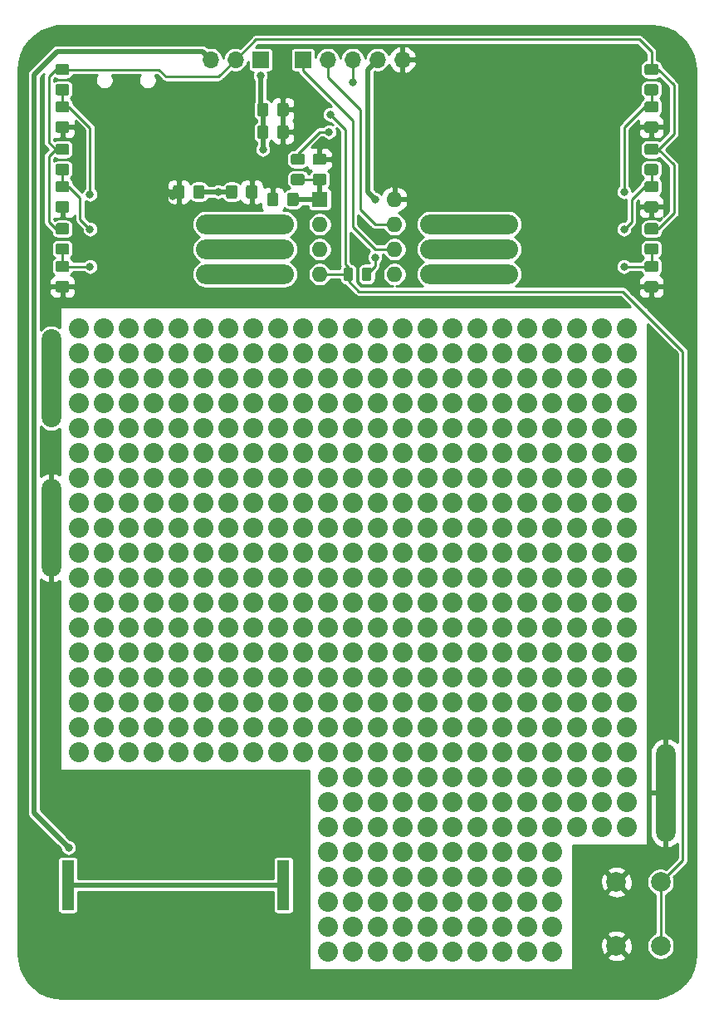
<source format=gbl>
G04 #@! TF.GenerationSoftware,KiCad,Pcbnew,(5.1.5)-2*
G04 #@! TF.CreationDate,2020-05-30T20:26:40+02:00*
G04 #@! TF.ProjectId,PIC12_BOARD_REV2,50494331-325f-4424-9f41-52445f524556,rev?*
G04 #@! TF.SameCoordinates,Original*
G04 #@! TF.FileFunction,Copper,L2,Bot*
G04 #@! TF.FilePolarity,Positive*
%FSLAX46Y46*%
G04 Gerber Fmt 4.6, Leading zero omitted, Abs format (unit mm)*
G04 Created by KiCad (PCBNEW (5.1.5)-2) date 2020-05-30 20:26:40*
%MOMM*%
%LPD*%
G04 APERTURE LIST*
%ADD10O,2.000000X10.000000*%
%ADD11O,1.700000X1.700000*%
%ADD12R,1.700000X1.700000*%
%ADD13C,2.032000*%
%ADD14C,0.100000*%
%ADD15R,1.270000X5.080000*%
%ADD16O,1.600000X1.600000*%
%ADD17R,1.600000X1.600000*%
%ADD18C,2.000000*%
%ADD19O,10.000000X2.000000*%
%ADD20C,0.800000*%
%ADD21C,0.250000*%
%ADD22C,0.500000*%
%ADD23C,0.254000*%
G04 APERTURE END LIST*
D10*
X125207000Y-97678500D03*
X125207000Y-82438500D03*
D11*
X161021000Y-49990000D03*
X158481000Y-49990000D03*
X155941000Y-49990000D03*
X153401000Y-49990000D03*
D12*
X150861000Y-49990000D03*
D13*
X183881000Y-128158500D03*
X183881000Y-125618500D03*
X183881000Y-123078500D03*
X183881000Y-115458500D03*
X183881000Y-97678500D03*
X183881000Y-102758500D03*
X183881000Y-100218500D03*
X183881000Y-95138500D03*
X183881000Y-107838500D03*
X183881000Y-90058500D03*
X183881000Y-84978500D03*
X183881000Y-110378500D03*
X183881000Y-79898500D03*
X183881000Y-105298500D03*
X183881000Y-112918500D03*
X183881000Y-92598500D03*
X183881000Y-82438500D03*
X183881000Y-87518500D03*
X183881000Y-120538500D03*
X183881000Y-117998500D03*
X183881000Y-77358500D03*
X181341000Y-128158500D03*
X178801000Y-128158500D03*
X181341000Y-125618500D03*
X178801000Y-125618500D03*
X181341000Y-123078500D03*
X178801000Y-123078500D03*
X171181000Y-135778500D03*
X171181000Y-133238500D03*
X176261000Y-135778500D03*
X168641000Y-135778500D03*
X173721000Y-133238500D03*
X173721000Y-135778500D03*
X176261000Y-133238500D03*
X168641000Y-133238500D03*
X166101000Y-135778500D03*
X161021000Y-133238500D03*
X161021000Y-135778500D03*
X163561000Y-135778500D03*
X163561000Y-133238500D03*
X158481000Y-135778500D03*
X166101000Y-133238500D03*
X158481000Y-133238500D03*
X153401000Y-135778500D03*
X155941000Y-133238500D03*
X155941000Y-135778500D03*
X153401000Y-133238500D03*
X171181000Y-138318500D03*
X176261000Y-140858500D03*
X173721000Y-138318500D03*
X176261000Y-138318500D03*
X168641000Y-138318500D03*
X161021000Y-138318500D03*
X161021000Y-140858500D03*
X158481000Y-140858500D03*
X163561000Y-140858500D03*
X155941000Y-140858500D03*
X153401000Y-138318500D03*
X163561000Y-138318500D03*
X166101000Y-138318500D03*
X171181000Y-140858500D03*
X158481000Y-138318500D03*
X168641000Y-140858500D03*
X173721000Y-140858500D03*
X166101000Y-140858500D03*
X153401000Y-140858500D03*
X155941000Y-138318500D03*
X171181000Y-125618500D03*
X171181000Y-123078500D03*
X176261000Y-125618500D03*
X168641000Y-125618500D03*
X173721000Y-123078500D03*
X173721000Y-125618500D03*
X176261000Y-123078500D03*
X168641000Y-123078500D03*
X166101000Y-125618500D03*
X161021000Y-123078500D03*
X161021000Y-125618500D03*
X163561000Y-125618500D03*
X163561000Y-123078500D03*
X158481000Y-125618500D03*
X166101000Y-123078500D03*
X158481000Y-123078500D03*
X153401000Y-125618500D03*
X155941000Y-123078500D03*
X155941000Y-125618500D03*
X153401000Y-123078500D03*
X171181000Y-128158500D03*
X176261000Y-130698500D03*
X173721000Y-128158500D03*
X176261000Y-128158500D03*
X168641000Y-128158500D03*
X161021000Y-128158500D03*
X161021000Y-130698500D03*
X158481000Y-130698500D03*
X163561000Y-130698500D03*
X155941000Y-130698500D03*
X153401000Y-128158500D03*
X163561000Y-128158500D03*
X166101000Y-128158500D03*
X171181000Y-130698500D03*
X158481000Y-128158500D03*
X168641000Y-130698500D03*
X173721000Y-130698500D03*
X166101000Y-130698500D03*
X153401000Y-130698500D03*
X155941000Y-128158500D03*
X181341000Y-77358500D03*
X173721000Y-77358500D03*
X176261000Y-77358500D03*
X178801000Y-77358500D03*
X163561000Y-77358500D03*
X171181000Y-77358500D03*
X153401000Y-77358500D03*
X168641000Y-77358500D03*
X166101000Y-77358500D03*
X161021000Y-77358500D03*
X128001000Y-77358500D03*
X130541000Y-77358500D03*
X133081000Y-77358500D03*
X148321000Y-77358500D03*
X145781000Y-77358500D03*
X140701000Y-77358500D03*
X138161000Y-77358500D03*
X158481000Y-77358500D03*
X143241000Y-77358500D03*
X155941000Y-77358500D03*
X150861000Y-77358500D03*
X135621000Y-77358500D03*
X130541000Y-117998500D03*
X128001000Y-117998500D03*
X128001000Y-120538500D03*
X130541000Y-120538500D03*
X128001000Y-79898500D03*
X130541000Y-107838500D03*
X130541000Y-115458500D03*
X130541000Y-112918500D03*
X128001000Y-105298500D03*
X128001000Y-110378500D03*
X128001000Y-107838500D03*
X128001000Y-112918500D03*
X128001000Y-115458500D03*
X130541000Y-110378500D03*
X130541000Y-105298500D03*
X128001000Y-92598500D03*
X128001000Y-95138500D03*
X128001000Y-102758500D03*
X130541000Y-100218500D03*
X130541000Y-95138500D03*
X130541000Y-102758500D03*
X128001000Y-100218500D03*
X130541000Y-92598500D03*
X128001000Y-82438500D03*
X128001000Y-90058500D03*
X130541000Y-87518500D03*
X130541000Y-82438500D03*
X130541000Y-90058500D03*
X128001000Y-84978500D03*
X128001000Y-97678500D03*
X128001000Y-87518500D03*
X130541000Y-97678500D03*
X130541000Y-84978500D03*
X130541000Y-79898500D03*
X176261000Y-120538500D03*
X176261000Y-117998500D03*
X181341000Y-120538500D03*
X173721000Y-120538500D03*
X178801000Y-117998500D03*
X178801000Y-120538500D03*
X181341000Y-117998500D03*
X173721000Y-117998500D03*
X171181000Y-120538500D03*
X166101000Y-117998500D03*
X166101000Y-120538500D03*
X168641000Y-120538500D03*
X168641000Y-117998500D03*
X163561000Y-120538500D03*
X171181000Y-117998500D03*
X163561000Y-117998500D03*
X155941000Y-120538500D03*
X155941000Y-117998500D03*
X158481000Y-120538500D03*
X153401000Y-120538500D03*
X153401000Y-117998500D03*
X161021000Y-117998500D03*
X161021000Y-120538500D03*
X158481000Y-117998500D03*
X135621000Y-120538500D03*
X135621000Y-117998500D03*
X140701000Y-120538500D03*
X138161000Y-120538500D03*
X138161000Y-117998500D03*
X133081000Y-117998500D03*
X133081000Y-120538500D03*
X140701000Y-117998500D03*
X148321000Y-120538500D03*
X143241000Y-120538500D03*
X145781000Y-120538500D03*
X145781000Y-117998500D03*
X150861000Y-120538500D03*
X148321000Y-117998500D03*
X143241000Y-117998500D03*
X150861000Y-117998500D03*
X173721000Y-79898500D03*
X176261000Y-107838500D03*
X176261000Y-115458500D03*
X178801000Y-110378500D03*
X176261000Y-112918500D03*
X181341000Y-115458500D03*
X178801000Y-115458500D03*
X178801000Y-107838500D03*
X173721000Y-105298500D03*
X173721000Y-110378500D03*
X178801000Y-112918500D03*
X181341000Y-110378500D03*
X173721000Y-107838500D03*
X173721000Y-112918500D03*
X181341000Y-105298500D03*
X173721000Y-115458500D03*
X178801000Y-105298500D03*
X181341000Y-107838500D03*
X181341000Y-112918500D03*
X176261000Y-110378500D03*
X176261000Y-105298500D03*
X173721000Y-92598500D03*
X181341000Y-92598500D03*
X181341000Y-97678500D03*
X178801000Y-100218500D03*
X181341000Y-102758500D03*
X173721000Y-95138500D03*
X173721000Y-102758500D03*
X176261000Y-100218500D03*
X176261000Y-95138500D03*
X176261000Y-102758500D03*
X178801000Y-95138500D03*
X178801000Y-97678500D03*
X173721000Y-100218500D03*
X178801000Y-102758500D03*
X178801000Y-92598500D03*
X181341000Y-95138500D03*
X181341000Y-100218500D03*
X176261000Y-92598500D03*
X181341000Y-79898500D03*
X181341000Y-84978500D03*
X178801000Y-87518500D03*
X181341000Y-90058500D03*
X173721000Y-82438500D03*
X173721000Y-90058500D03*
X176261000Y-87518500D03*
X176261000Y-82438500D03*
X176261000Y-90058500D03*
X173721000Y-84978500D03*
X178801000Y-82438500D03*
X178801000Y-84978500D03*
X173721000Y-97678500D03*
X173721000Y-87518500D03*
X178801000Y-90058500D03*
X176261000Y-97678500D03*
X178801000Y-79898500D03*
X181341000Y-82438500D03*
X181341000Y-87518500D03*
X176261000Y-84978500D03*
X176261000Y-79898500D03*
X163561000Y-79898500D03*
X166101000Y-107838500D03*
X166101000Y-115458500D03*
X168641000Y-110378500D03*
X166101000Y-112918500D03*
X171181000Y-115458500D03*
X168641000Y-115458500D03*
X168641000Y-107838500D03*
X163561000Y-105298500D03*
X163561000Y-110378500D03*
X168641000Y-112918500D03*
X171181000Y-110378500D03*
X163561000Y-107838500D03*
X163561000Y-112918500D03*
X171181000Y-105298500D03*
X163561000Y-115458500D03*
X168641000Y-105298500D03*
X171181000Y-107838500D03*
X171181000Y-112918500D03*
X166101000Y-110378500D03*
X166101000Y-105298500D03*
X163561000Y-92598500D03*
X171181000Y-92598500D03*
X171181000Y-97678500D03*
X168641000Y-100218500D03*
X171181000Y-102758500D03*
X163561000Y-95138500D03*
X163561000Y-102758500D03*
X166101000Y-100218500D03*
X166101000Y-95138500D03*
X166101000Y-102758500D03*
X168641000Y-95138500D03*
X168641000Y-97678500D03*
X163561000Y-100218500D03*
X168641000Y-102758500D03*
X168641000Y-92598500D03*
X171181000Y-95138500D03*
X171181000Y-100218500D03*
X166101000Y-92598500D03*
X171181000Y-79898500D03*
X171181000Y-84978500D03*
X168641000Y-87518500D03*
X171181000Y-90058500D03*
X163561000Y-82438500D03*
X163561000Y-90058500D03*
X166101000Y-87518500D03*
X166101000Y-82438500D03*
X166101000Y-90058500D03*
X163561000Y-84978500D03*
X168641000Y-82438500D03*
X168641000Y-84978500D03*
X163561000Y-97678500D03*
X163561000Y-87518500D03*
X168641000Y-90058500D03*
X166101000Y-97678500D03*
X168641000Y-79898500D03*
X171181000Y-82438500D03*
X171181000Y-87518500D03*
X166101000Y-84978500D03*
X166101000Y-79898500D03*
X153401000Y-79898500D03*
X155941000Y-107838500D03*
X155941000Y-115458500D03*
X158481000Y-110378500D03*
X155941000Y-112918500D03*
X161021000Y-115458500D03*
X158481000Y-115458500D03*
X158481000Y-107838500D03*
X153401000Y-105298500D03*
X153401000Y-110378500D03*
X158481000Y-112918500D03*
X161021000Y-110378500D03*
X153401000Y-107838500D03*
X153401000Y-112918500D03*
X161021000Y-105298500D03*
X153401000Y-115458500D03*
X158481000Y-105298500D03*
X161021000Y-107838500D03*
X161021000Y-112918500D03*
X155941000Y-110378500D03*
X155941000Y-105298500D03*
X153401000Y-92598500D03*
X161021000Y-92598500D03*
X161021000Y-97678500D03*
X158481000Y-100218500D03*
X161021000Y-102758500D03*
X153401000Y-95138500D03*
X153401000Y-102758500D03*
X155941000Y-100218500D03*
X155941000Y-95138500D03*
X155941000Y-102758500D03*
X158481000Y-95138500D03*
X158481000Y-97678500D03*
X153401000Y-100218500D03*
X158481000Y-102758500D03*
X158481000Y-92598500D03*
X161021000Y-95138500D03*
X161021000Y-100218500D03*
X155941000Y-92598500D03*
X161021000Y-79898500D03*
X161021000Y-84978500D03*
X158481000Y-87518500D03*
X161021000Y-90058500D03*
X153401000Y-82438500D03*
X153401000Y-90058500D03*
X155941000Y-87518500D03*
X155941000Y-82438500D03*
X155941000Y-90058500D03*
X153401000Y-84978500D03*
X158481000Y-82438500D03*
X158481000Y-84978500D03*
X153401000Y-97678500D03*
X153401000Y-87518500D03*
X158481000Y-90058500D03*
X155941000Y-97678500D03*
X158481000Y-79898500D03*
X161021000Y-82438500D03*
X161021000Y-87518500D03*
X155941000Y-84978500D03*
X155941000Y-79898500D03*
X143241000Y-79898500D03*
X145781000Y-107838500D03*
X145781000Y-115458500D03*
X148321000Y-110378500D03*
X145781000Y-112918500D03*
X150861000Y-115458500D03*
X148321000Y-115458500D03*
X148321000Y-107838500D03*
X143241000Y-105298500D03*
X143241000Y-110378500D03*
X148321000Y-112918500D03*
X150861000Y-110378500D03*
X143241000Y-107838500D03*
X143241000Y-112918500D03*
X150861000Y-105298500D03*
X143241000Y-115458500D03*
X148321000Y-105298500D03*
X150861000Y-107838500D03*
X150861000Y-112918500D03*
X145781000Y-110378500D03*
X145781000Y-105298500D03*
X143241000Y-92598500D03*
X150861000Y-92598500D03*
X150861000Y-97678500D03*
X148321000Y-100218500D03*
X150861000Y-102758500D03*
X143241000Y-95138500D03*
X143241000Y-102758500D03*
X145781000Y-100218500D03*
X145781000Y-95138500D03*
X145781000Y-102758500D03*
X148321000Y-95138500D03*
X148321000Y-97678500D03*
X143241000Y-100218500D03*
X148321000Y-102758500D03*
X148321000Y-92598500D03*
X150861000Y-95138500D03*
X150861000Y-100218500D03*
X145781000Y-92598500D03*
X150861000Y-79898500D03*
X150861000Y-84978500D03*
X148321000Y-87518500D03*
X150861000Y-90058500D03*
X143241000Y-82438500D03*
X143241000Y-90058500D03*
X145781000Y-87518500D03*
X145781000Y-82438500D03*
X145781000Y-90058500D03*
X143241000Y-84978500D03*
X148321000Y-82438500D03*
X148321000Y-84978500D03*
X143241000Y-97678500D03*
X143241000Y-87518500D03*
X148321000Y-90058500D03*
X145781000Y-97678500D03*
X148321000Y-79898500D03*
X150861000Y-82438500D03*
X150861000Y-87518500D03*
X145781000Y-84978500D03*
X145781000Y-79898500D03*
X133081000Y-105298500D03*
X140701000Y-105298500D03*
X140701000Y-110378500D03*
X138161000Y-112918500D03*
X140701000Y-115458500D03*
X133081000Y-107838500D03*
X133081000Y-115458500D03*
X135621000Y-112918500D03*
X135621000Y-107838500D03*
X135621000Y-115458500D03*
X133081000Y-110378500D03*
X138161000Y-107838500D03*
X138161000Y-110378500D03*
X133081000Y-112918500D03*
X138161000Y-115458500D03*
X138161000Y-105298500D03*
X140701000Y-107838500D03*
X140701000Y-112918500D03*
X135621000Y-110378500D03*
X135621000Y-105298500D03*
X133081000Y-92598500D03*
X140701000Y-92598500D03*
X140701000Y-97678500D03*
X138161000Y-100218500D03*
X140701000Y-102758500D03*
X133081000Y-95138500D03*
X133081000Y-102758500D03*
X135621000Y-100218500D03*
X135621000Y-95138500D03*
X135621000Y-102758500D03*
X133081000Y-97678500D03*
X138161000Y-95138500D03*
X138161000Y-97678500D03*
X133081000Y-100218500D03*
X138161000Y-102758500D03*
X138161000Y-92598500D03*
X140701000Y-95138500D03*
X140701000Y-100218500D03*
X135621000Y-97678500D03*
X135621000Y-92598500D03*
X138161000Y-79898500D03*
X140701000Y-79898500D03*
X138161000Y-82438500D03*
X140701000Y-82438500D03*
X138161000Y-84978500D03*
X140701000Y-84978500D03*
X138161000Y-87518500D03*
X140701000Y-87518500D03*
X138161000Y-90058500D03*
X140701000Y-90058500D03*
X133081000Y-90058500D03*
X135621000Y-90058500D03*
X133081000Y-87518500D03*
X135621000Y-87518500D03*
X133081000Y-84978500D03*
X135621000Y-84978500D03*
X133081000Y-82438500D03*
X135621000Y-82438500D03*
X135621000Y-79898500D03*
X133081000Y-79898500D03*
G04 #@! TA.AperFunction,SMDPad,CuDef*
D14*
G36*
X149187505Y-54371204D02*
G01*
X149211773Y-54374804D01*
X149235572Y-54380765D01*
X149258671Y-54389030D01*
X149280850Y-54399520D01*
X149301893Y-54412132D01*
X149321599Y-54426747D01*
X149339777Y-54443223D01*
X149356253Y-54461401D01*
X149370868Y-54481107D01*
X149383480Y-54502150D01*
X149393970Y-54524329D01*
X149402235Y-54547428D01*
X149408196Y-54571227D01*
X149411796Y-54595495D01*
X149413000Y-54619999D01*
X149413000Y-55520001D01*
X149411796Y-55544505D01*
X149408196Y-55568773D01*
X149402235Y-55592572D01*
X149393970Y-55615671D01*
X149383480Y-55637850D01*
X149370868Y-55658893D01*
X149356253Y-55678599D01*
X149339777Y-55696777D01*
X149321599Y-55713253D01*
X149301893Y-55727868D01*
X149280850Y-55740480D01*
X149258671Y-55750970D01*
X149235572Y-55759235D01*
X149211773Y-55765196D01*
X149187505Y-55768796D01*
X149163001Y-55770000D01*
X148512999Y-55770000D01*
X148488495Y-55768796D01*
X148464227Y-55765196D01*
X148440428Y-55759235D01*
X148417329Y-55750970D01*
X148395150Y-55740480D01*
X148374107Y-55727868D01*
X148354401Y-55713253D01*
X148336223Y-55696777D01*
X148319747Y-55678599D01*
X148305132Y-55658893D01*
X148292520Y-55637850D01*
X148282030Y-55615671D01*
X148273765Y-55592572D01*
X148267804Y-55568773D01*
X148264204Y-55544505D01*
X148263000Y-55520001D01*
X148263000Y-54619999D01*
X148264204Y-54595495D01*
X148267804Y-54571227D01*
X148273765Y-54547428D01*
X148282030Y-54524329D01*
X148292520Y-54502150D01*
X148305132Y-54481107D01*
X148319747Y-54461401D01*
X148336223Y-54443223D01*
X148354401Y-54426747D01*
X148374107Y-54412132D01*
X148395150Y-54399520D01*
X148417329Y-54389030D01*
X148440428Y-54380765D01*
X148464227Y-54374804D01*
X148488495Y-54371204D01*
X148512999Y-54370000D01*
X149163001Y-54370000D01*
X149187505Y-54371204D01*
G37*
G04 #@! TD.AperFunction*
G04 #@! TA.AperFunction,SMDPad,CuDef*
G36*
X147137505Y-54371204D02*
G01*
X147161773Y-54374804D01*
X147185572Y-54380765D01*
X147208671Y-54389030D01*
X147230850Y-54399520D01*
X147251893Y-54412132D01*
X147271599Y-54426747D01*
X147289777Y-54443223D01*
X147306253Y-54461401D01*
X147320868Y-54481107D01*
X147333480Y-54502150D01*
X147343970Y-54524329D01*
X147352235Y-54547428D01*
X147358196Y-54571227D01*
X147361796Y-54595495D01*
X147363000Y-54619999D01*
X147363000Y-55520001D01*
X147361796Y-55544505D01*
X147358196Y-55568773D01*
X147352235Y-55592572D01*
X147343970Y-55615671D01*
X147333480Y-55637850D01*
X147320868Y-55658893D01*
X147306253Y-55678599D01*
X147289777Y-55696777D01*
X147271599Y-55713253D01*
X147251893Y-55727868D01*
X147230850Y-55740480D01*
X147208671Y-55750970D01*
X147185572Y-55759235D01*
X147161773Y-55765196D01*
X147137505Y-55768796D01*
X147113001Y-55770000D01*
X146462999Y-55770000D01*
X146438495Y-55768796D01*
X146414227Y-55765196D01*
X146390428Y-55759235D01*
X146367329Y-55750970D01*
X146345150Y-55740480D01*
X146324107Y-55727868D01*
X146304401Y-55713253D01*
X146286223Y-55696777D01*
X146269747Y-55678599D01*
X146255132Y-55658893D01*
X146242520Y-55637850D01*
X146232030Y-55615671D01*
X146223765Y-55592572D01*
X146217804Y-55568773D01*
X146214204Y-55544505D01*
X146213000Y-55520001D01*
X146213000Y-54619999D01*
X146214204Y-54595495D01*
X146217804Y-54571227D01*
X146223765Y-54547428D01*
X146232030Y-54524329D01*
X146242520Y-54502150D01*
X146255132Y-54481107D01*
X146269747Y-54461401D01*
X146286223Y-54443223D01*
X146304401Y-54426747D01*
X146324107Y-54412132D01*
X146345150Y-54399520D01*
X146367329Y-54389030D01*
X146390428Y-54380765D01*
X146414227Y-54374804D01*
X146438495Y-54371204D01*
X146462999Y-54370000D01*
X147113001Y-54370000D01*
X147137505Y-54371204D01*
G37*
G04 #@! TD.AperFunction*
G04 #@! TA.AperFunction,SMDPad,CuDef*
G36*
X148153505Y-63515204D02*
G01*
X148177773Y-63518804D01*
X148201572Y-63524765D01*
X148224671Y-63533030D01*
X148246850Y-63543520D01*
X148267893Y-63556132D01*
X148287599Y-63570747D01*
X148305777Y-63587223D01*
X148322253Y-63605401D01*
X148336868Y-63625107D01*
X148349480Y-63646150D01*
X148359970Y-63668329D01*
X148368235Y-63691428D01*
X148374196Y-63715227D01*
X148377796Y-63739495D01*
X148379000Y-63763999D01*
X148379000Y-64664001D01*
X148377796Y-64688505D01*
X148374196Y-64712773D01*
X148368235Y-64736572D01*
X148359970Y-64759671D01*
X148349480Y-64781850D01*
X148336868Y-64802893D01*
X148322253Y-64822599D01*
X148305777Y-64840777D01*
X148287599Y-64857253D01*
X148267893Y-64871868D01*
X148246850Y-64884480D01*
X148224671Y-64894970D01*
X148201572Y-64903235D01*
X148177773Y-64909196D01*
X148153505Y-64912796D01*
X148129001Y-64914000D01*
X147478999Y-64914000D01*
X147454495Y-64912796D01*
X147430227Y-64909196D01*
X147406428Y-64903235D01*
X147383329Y-64894970D01*
X147361150Y-64884480D01*
X147340107Y-64871868D01*
X147320401Y-64857253D01*
X147302223Y-64840777D01*
X147285747Y-64822599D01*
X147271132Y-64802893D01*
X147258520Y-64781850D01*
X147248030Y-64759671D01*
X147239765Y-64736572D01*
X147233804Y-64712773D01*
X147230204Y-64688505D01*
X147229000Y-64664001D01*
X147229000Y-63763999D01*
X147230204Y-63739495D01*
X147233804Y-63715227D01*
X147239765Y-63691428D01*
X147248030Y-63668329D01*
X147258520Y-63646150D01*
X147271132Y-63625107D01*
X147285747Y-63605401D01*
X147302223Y-63587223D01*
X147320401Y-63570747D01*
X147340107Y-63556132D01*
X147361150Y-63543520D01*
X147383329Y-63533030D01*
X147406428Y-63524765D01*
X147430227Y-63518804D01*
X147454495Y-63515204D01*
X147478999Y-63514000D01*
X148129001Y-63514000D01*
X148153505Y-63515204D01*
G37*
G04 #@! TD.AperFunction*
G04 #@! TA.AperFunction,SMDPad,CuDef*
G36*
X150203505Y-63515204D02*
G01*
X150227773Y-63518804D01*
X150251572Y-63524765D01*
X150274671Y-63533030D01*
X150296850Y-63543520D01*
X150317893Y-63556132D01*
X150337599Y-63570747D01*
X150355777Y-63587223D01*
X150372253Y-63605401D01*
X150386868Y-63625107D01*
X150399480Y-63646150D01*
X150409970Y-63668329D01*
X150418235Y-63691428D01*
X150424196Y-63715227D01*
X150427796Y-63739495D01*
X150429000Y-63763999D01*
X150429000Y-64664001D01*
X150427796Y-64688505D01*
X150424196Y-64712773D01*
X150418235Y-64736572D01*
X150409970Y-64759671D01*
X150399480Y-64781850D01*
X150386868Y-64802893D01*
X150372253Y-64822599D01*
X150355777Y-64840777D01*
X150337599Y-64857253D01*
X150317893Y-64871868D01*
X150296850Y-64884480D01*
X150274671Y-64894970D01*
X150251572Y-64903235D01*
X150227773Y-64909196D01*
X150203505Y-64912796D01*
X150179001Y-64914000D01*
X149528999Y-64914000D01*
X149504495Y-64912796D01*
X149480227Y-64909196D01*
X149456428Y-64903235D01*
X149433329Y-64894970D01*
X149411150Y-64884480D01*
X149390107Y-64871868D01*
X149370401Y-64857253D01*
X149352223Y-64840777D01*
X149335747Y-64822599D01*
X149321132Y-64802893D01*
X149308520Y-64781850D01*
X149298030Y-64759671D01*
X149289765Y-64736572D01*
X149283804Y-64712773D01*
X149280204Y-64688505D01*
X149279000Y-64664001D01*
X149279000Y-63763999D01*
X149280204Y-63739495D01*
X149283804Y-63715227D01*
X149289765Y-63691428D01*
X149298030Y-63668329D01*
X149308520Y-63646150D01*
X149321132Y-63625107D01*
X149335747Y-63605401D01*
X149352223Y-63587223D01*
X149370401Y-63570747D01*
X149390107Y-63556132D01*
X149411150Y-63543520D01*
X149433329Y-63533030D01*
X149456428Y-63524765D01*
X149480227Y-63518804D01*
X149504495Y-63515204D01*
X149528999Y-63514000D01*
X150179001Y-63514000D01*
X150203505Y-63515204D01*
G37*
G04 #@! TD.AperFunction*
G04 #@! TA.AperFunction,SMDPad,CuDef*
G36*
X126824505Y-52473204D02*
G01*
X126848773Y-52476804D01*
X126872572Y-52482765D01*
X126895671Y-52491030D01*
X126917850Y-52501520D01*
X126938893Y-52514132D01*
X126958599Y-52528747D01*
X126976777Y-52545223D01*
X126993253Y-52563401D01*
X127007868Y-52583107D01*
X127020480Y-52604150D01*
X127030970Y-52626329D01*
X127039235Y-52649428D01*
X127045196Y-52673227D01*
X127048796Y-52697495D01*
X127050000Y-52721999D01*
X127050000Y-53372001D01*
X127048796Y-53396505D01*
X127045196Y-53420773D01*
X127039235Y-53444572D01*
X127030970Y-53467671D01*
X127020480Y-53489850D01*
X127007868Y-53510893D01*
X126993253Y-53530599D01*
X126976777Y-53548777D01*
X126958599Y-53565253D01*
X126938893Y-53579868D01*
X126917850Y-53592480D01*
X126895671Y-53602970D01*
X126872572Y-53611235D01*
X126848773Y-53617196D01*
X126824505Y-53620796D01*
X126800001Y-53622000D01*
X125899999Y-53622000D01*
X125875495Y-53620796D01*
X125851227Y-53617196D01*
X125827428Y-53611235D01*
X125804329Y-53602970D01*
X125782150Y-53592480D01*
X125761107Y-53579868D01*
X125741401Y-53565253D01*
X125723223Y-53548777D01*
X125706747Y-53530599D01*
X125692132Y-53510893D01*
X125679520Y-53489850D01*
X125669030Y-53467671D01*
X125660765Y-53444572D01*
X125654804Y-53420773D01*
X125651204Y-53396505D01*
X125650000Y-53372001D01*
X125650000Y-52721999D01*
X125651204Y-52697495D01*
X125654804Y-52673227D01*
X125660765Y-52649428D01*
X125669030Y-52626329D01*
X125679520Y-52604150D01*
X125692132Y-52583107D01*
X125706747Y-52563401D01*
X125723223Y-52545223D01*
X125741401Y-52528747D01*
X125761107Y-52514132D01*
X125782150Y-52501520D01*
X125804329Y-52491030D01*
X125827428Y-52482765D01*
X125851227Y-52476804D01*
X125875495Y-52473204D01*
X125899999Y-52472000D01*
X126800001Y-52472000D01*
X126824505Y-52473204D01*
G37*
G04 #@! TD.AperFunction*
G04 #@! TA.AperFunction,SMDPad,CuDef*
G36*
X126824505Y-50423204D02*
G01*
X126848773Y-50426804D01*
X126872572Y-50432765D01*
X126895671Y-50441030D01*
X126917850Y-50451520D01*
X126938893Y-50464132D01*
X126958599Y-50478747D01*
X126976777Y-50495223D01*
X126993253Y-50513401D01*
X127007868Y-50533107D01*
X127020480Y-50554150D01*
X127030970Y-50576329D01*
X127039235Y-50599428D01*
X127045196Y-50623227D01*
X127048796Y-50647495D01*
X127050000Y-50671999D01*
X127050000Y-51322001D01*
X127048796Y-51346505D01*
X127045196Y-51370773D01*
X127039235Y-51394572D01*
X127030970Y-51417671D01*
X127020480Y-51439850D01*
X127007868Y-51460893D01*
X126993253Y-51480599D01*
X126976777Y-51498777D01*
X126958599Y-51515253D01*
X126938893Y-51529868D01*
X126917850Y-51542480D01*
X126895671Y-51552970D01*
X126872572Y-51561235D01*
X126848773Y-51567196D01*
X126824505Y-51570796D01*
X126800001Y-51572000D01*
X125899999Y-51572000D01*
X125875495Y-51570796D01*
X125851227Y-51567196D01*
X125827428Y-51561235D01*
X125804329Y-51552970D01*
X125782150Y-51542480D01*
X125761107Y-51529868D01*
X125741401Y-51515253D01*
X125723223Y-51498777D01*
X125706747Y-51480599D01*
X125692132Y-51460893D01*
X125679520Y-51439850D01*
X125669030Y-51417671D01*
X125660765Y-51394572D01*
X125654804Y-51370773D01*
X125651204Y-51346505D01*
X125650000Y-51322001D01*
X125650000Y-50671999D01*
X125651204Y-50647495D01*
X125654804Y-50623227D01*
X125660765Y-50599428D01*
X125669030Y-50576329D01*
X125679520Y-50554150D01*
X125692132Y-50533107D01*
X125706747Y-50513401D01*
X125723223Y-50495223D01*
X125741401Y-50478747D01*
X125761107Y-50464132D01*
X125782150Y-50451520D01*
X125804329Y-50441030D01*
X125827428Y-50432765D01*
X125851227Y-50426804D01*
X125875495Y-50423204D01*
X125899999Y-50422000D01*
X126800001Y-50422000D01*
X126824505Y-50423204D01*
G37*
G04 #@! TD.AperFunction*
G04 #@! TA.AperFunction,SMDPad,CuDef*
G36*
X126824505Y-60601204D02*
G01*
X126848773Y-60604804D01*
X126872572Y-60610765D01*
X126895671Y-60619030D01*
X126917850Y-60629520D01*
X126938893Y-60642132D01*
X126958599Y-60656747D01*
X126976777Y-60673223D01*
X126993253Y-60691401D01*
X127007868Y-60711107D01*
X127020480Y-60732150D01*
X127030970Y-60754329D01*
X127039235Y-60777428D01*
X127045196Y-60801227D01*
X127048796Y-60825495D01*
X127050000Y-60849999D01*
X127050000Y-61500001D01*
X127048796Y-61524505D01*
X127045196Y-61548773D01*
X127039235Y-61572572D01*
X127030970Y-61595671D01*
X127020480Y-61617850D01*
X127007868Y-61638893D01*
X126993253Y-61658599D01*
X126976777Y-61676777D01*
X126958599Y-61693253D01*
X126938893Y-61707868D01*
X126917850Y-61720480D01*
X126895671Y-61730970D01*
X126872572Y-61739235D01*
X126848773Y-61745196D01*
X126824505Y-61748796D01*
X126800001Y-61750000D01*
X125899999Y-61750000D01*
X125875495Y-61748796D01*
X125851227Y-61745196D01*
X125827428Y-61739235D01*
X125804329Y-61730970D01*
X125782150Y-61720480D01*
X125761107Y-61707868D01*
X125741401Y-61693253D01*
X125723223Y-61676777D01*
X125706747Y-61658599D01*
X125692132Y-61638893D01*
X125679520Y-61617850D01*
X125669030Y-61595671D01*
X125660765Y-61572572D01*
X125654804Y-61548773D01*
X125651204Y-61524505D01*
X125650000Y-61500001D01*
X125650000Y-60849999D01*
X125651204Y-60825495D01*
X125654804Y-60801227D01*
X125660765Y-60777428D01*
X125669030Y-60754329D01*
X125679520Y-60732150D01*
X125692132Y-60711107D01*
X125706747Y-60691401D01*
X125723223Y-60673223D01*
X125741401Y-60656747D01*
X125761107Y-60642132D01*
X125782150Y-60629520D01*
X125804329Y-60619030D01*
X125827428Y-60610765D01*
X125851227Y-60604804D01*
X125875495Y-60601204D01*
X125899999Y-60600000D01*
X126800001Y-60600000D01*
X126824505Y-60601204D01*
G37*
G04 #@! TD.AperFunction*
G04 #@! TA.AperFunction,SMDPad,CuDef*
G36*
X126824505Y-58551204D02*
G01*
X126848773Y-58554804D01*
X126872572Y-58560765D01*
X126895671Y-58569030D01*
X126917850Y-58579520D01*
X126938893Y-58592132D01*
X126958599Y-58606747D01*
X126976777Y-58623223D01*
X126993253Y-58641401D01*
X127007868Y-58661107D01*
X127020480Y-58682150D01*
X127030970Y-58704329D01*
X127039235Y-58727428D01*
X127045196Y-58751227D01*
X127048796Y-58775495D01*
X127050000Y-58799999D01*
X127050000Y-59450001D01*
X127048796Y-59474505D01*
X127045196Y-59498773D01*
X127039235Y-59522572D01*
X127030970Y-59545671D01*
X127020480Y-59567850D01*
X127007868Y-59588893D01*
X126993253Y-59608599D01*
X126976777Y-59626777D01*
X126958599Y-59643253D01*
X126938893Y-59657868D01*
X126917850Y-59670480D01*
X126895671Y-59680970D01*
X126872572Y-59689235D01*
X126848773Y-59695196D01*
X126824505Y-59698796D01*
X126800001Y-59700000D01*
X125899999Y-59700000D01*
X125875495Y-59698796D01*
X125851227Y-59695196D01*
X125827428Y-59689235D01*
X125804329Y-59680970D01*
X125782150Y-59670480D01*
X125761107Y-59657868D01*
X125741401Y-59643253D01*
X125723223Y-59626777D01*
X125706747Y-59608599D01*
X125692132Y-59588893D01*
X125679520Y-59567850D01*
X125669030Y-59545671D01*
X125660765Y-59522572D01*
X125654804Y-59498773D01*
X125651204Y-59474505D01*
X125650000Y-59450001D01*
X125650000Y-58799999D01*
X125651204Y-58775495D01*
X125654804Y-58751227D01*
X125660765Y-58727428D01*
X125669030Y-58704329D01*
X125679520Y-58682150D01*
X125692132Y-58661107D01*
X125706747Y-58641401D01*
X125723223Y-58623223D01*
X125741401Y-58606747D01*
X125761107Y-58592132D01*
X125782150Y-58579520D01*
X125804329Y-58569030D01*
X125827428Y-58560765D01*
X125851227Y-58554804D01*
X125875495Y-58551204D01*
X125899999Y-58550000D01*
X126800001Y-58550000D01*
X126824505Y-58551204D01*
G37*
G04 #@! TD.AperFunction*
G04 #@! TA.AperFunction,SMDPad,CuDef*
G36*
X126824505Y-68692204D02*
G01*
X126848773Y-68695804D01*
X126872572Y-68701765D01*
X126895671Y-68710030D01*
X126917850Y-68720520D01*
X126938893Y-68733132D01*
X126958599Y-68747747D01*
X126976777Y-68764223D01*
X126993253Y-68782401D01*
X127007868Y-68802107D01*
X127020480Y-68823150D01*
X127030970Y-68845329D01*
X127039235Y-68868428D01*
X127045196Y-68892227D01*
X127048796Y-68916495D01*
X127050000Y-68940999D01*
X127050000Y-69591001D01*
X127048796Y-69615505D01*
X127045196Y-69639773D01*
X127039235Y-69663572D01*
X127030970Y-69686671D01*
X127020480Y-69708850D01*
X127007868Y-69729893D01*
X126993253Y-69749599D01*
X126976777Y-69767777D01*
X126958599Y-69784253D01*
X126938893Y-69798868D01*
X126917850Y-69811480D01*
X126895671Y-69821970D01*
X126872572Y-69830235D01*
X126848773Y-69836196D01*
X126824505Y-69839796D01*
X126800001Y-69841000D01*
X125899999Y-69841000D01*
X125875495Y-69839796D01*
X125851227Y-69836196D01*
X125827428Y-69830235D01*
X125804329Y-69821970D01*
X125782150Y-69811480D01*
X125761107Y-69798868D01*
X125741401Y-69784253D01*
X125723223Y-69767777D01*
X125706747Y-69749599D01*
X125692132Y-69729893D01*
X125679520Y-69708850D01*
X125669030Y-69686671D01*
X125660765Y-69663572D01*
X125654804Y-69639773D01*
X125651204Y-69615505D01*
X125650000Y-69591001D01*
X125650000Y-68940999D01*
X125651204Y-68916495D01*
X125654804Y-68892227D01*
X125660765Y-68868428D01*
X125669030Y-68845329D01*
X125679520Y-68823150D01*
X125692132Y-68802107D01*
X125706747Y-68782401D01*
X125723223Y-68764223D01*
X125741401Y-68747747D01*
X125761107Y-68733132D01*
X125782150Y-68720520D01*
X125804329Y-68710030D01*
X125827428Y-68701765D01*
X125851227Y-68695804D01*
X125875495Y-68692204D01*
X125899999Y-68691000D01*
X126800001Y-68691000D01*
X126824505Y-68692204D01*
G37*
G04 #@! TD.AperFunction*
G04 #@! TA.AperFunction,SMDPad,CuDef*
G36*
X126824505Y-66642204D02*
G01*
X126848773Y-66645804D01*
X126872572Y-66651765D01*
X126895671Y-66660030D01*
X126917850Y-66670520D01*
X126938893Y-66683132D01*
X126958599Y-66697747D01*
X126976777Y-66714223D01*
X126993253Y-66732401D01*
X127007868Y-66752107D01*
X127020480Y-66773150D01*
X127030970Y-66795329D01*
X127039235Y-66818428D01*
X127045196Y-66842227D01*
X127048796Y-66866495D01*
X127050000Y-66890999D01*
X127050000Y-67541001D01*
X127048796Y-67565505D01*
X127045196Y-67589773D01*
X127039235Y-67613572D01*
X127030970Y-67636671D01*
X127020480Y-67658850D01*
X127007868Y-67679893D01*
X126993253Y-67699599D01*
X126976777Y-67717777D01*
X126958599Y-67734253D01*
X126938893Y-67748868D01*
X126917850Y-67761480D01*
X126895671Y-67771970D01*
X126872572Y-67780235D01*
X126848773Y-67786196D01*
X126824505Y-67789796D01*
X126800001Y-67791000D01*
X125899999Y-67791000D01*
X125875495Y-67789796D01*
X125851227Y-67786196D01*
X125827428Y-67780235D01*
X125804329Y-67771970D01*
X125782150Y-67761480D01*
X125761107Y-67748868D01*
X125741401Y-67734253D01*
X125723223Y-67717777D01*
X125706747Y-67699599D01*
X125692132Y-67679893D01*
X125679520Y-67658850D01*
X125669030Y-67636671D01*
X125660765Y-67613572D01*
X125654804Y-67589773D01*
X125651204Y-67565505D01*
X125650000Y-67541001D01*
X125650000Y-66890999D01*
X125651204Y-66866495D01*
X125654804Y-66842227D01*
X125660765Y-66818428D01*
X125669030Y-66795329D01*
X125679520Y-66773150D01*
X125692132Y-66752107D01*
X125706747Y-66732401D01*
X125723223Y-66714223D01*
X125741401Y-66697747D01*
X125761107Y-66683132D01*
X125782150Y-66670520D01*
X125804329Y-66660030D01*
X125827428Y-66651765D01*
X125851227Y-66645804D01*
X125875495Y-66642204D01*
X125899999Y-66641000D01*
X126800001Y-66641000D01*
X126824505Y-66642204D01*
G37*
G04 #@! TD.AperFunction*
G04 #@! TA.AperFunction,SMDPad,CuDef*
G36*
X186895505Y-68692204D02*
G01*
X186919773Y-68695804D01*
X186943572Y-68701765D01*
X186966671Y-68710030D01*
X186988850Y-68720520D01*
X187009893Y-68733132D01*
X187029599Y-68747747D01*
X187047777Y-68764223D01*
X187064253Y-68782401D01*
X187078868Y-68802107D01*
X187091480Y-68823150D01*
X187101970Y-68845329D01*
X187110235Y-68868428D01*
X187116196Y-68892227D01*
X187119796Y-68916495D01*
X187121000Y-68940999D01*
X187121000Y-69591001D01*
X187119796Y-69615505D01*
X187116196Y-69639773D01*
X187110235Y-69663572D01*
X187101970Y-69686671D01*
X187091480Y-69708850D01*
X187078868Y-69729893D01*
X187064253Y-69749599D01*
X187047777Y-69767777D01*
X187029599Y-69784253D01*
X187009893Y-69798868D01*
X186988850Y-69811480D01*
X186966671Y-69821970D01*
X186943572Y-69830235D01*
X186919773Y-69836196D01*
X186895505Y-69839796D01*
X186871001Y-69841000D01*
X185970999Y-69841000D01*
X185946495Y-69839796D01*
X185922227Y-69836196D01*
X185898428Y-69830235D01*
X185875329Y-69821970D01*
X185853150Y-69811480D01*
X185832107Y-69798868D01*
X185812401Y-69784253D01*
X185794223Y-69767777D01*
X185777747Y-69749599D01*
X185763132Y-69729893D01*
X185750520Y-69708850D01*
X185740030Y-69686671D01*
X185731765Y-69663572D01*
X185725804Y-69639773D01*
X185722204Y-69615505D01*
X185721000Y-69591001D01*
X185721000Y-68940999D01*
X185722204Y-68916495D01*
X185725804Y-68892227D01*
X185731765Y-68868428D01*
X185740030Y-68845329D01*
X185750520Y-68823150D01*
X185763132Y-68802107D01*
X185777747Y-68782401D01*
X185794223Y-68764223D01*
X185812401Y-68747747D01*
X185832107Y-68733132D01*
X185853150Y-68720520D01*
X185875329Y-68710030D01*
X185898428Y-68701765D01*
X185922227Y-68695804D01*
X185946495Y-68692204D01*
X185970999Y-68691000D01*
X186871001Y-68691000D01*
X186895505Y-68692204D01*
G37*
G04 #@! TD.AperFunction*
G04 #@! TA.AperFunction,SMDPad,CuDef*
G36*
X186895505Y-66642204D02*
G01*
X186919773Y-66645804D01*
X186943572Y-66651765D01*
X186966671Y-66660030D01*
X186988850Y-66670520D01*
X187009893Y-66683132D01*
X187029599Y-66697747D01*
X187047777Y-66714223D01*
X187064253Y-66732401D01*
X187078868Y-66752107D01*
X187091480Y-66773150D01*
X187101970Y-66795329D01*
X187110235Y-66818428D01*
X187116196Y-66842227D01*
X187119796Y-66866495D01*
X187121000Y-66890999D01*
X187121000Y-67541001D01*
X187119796Y-67565505D01*
X187116196Y-67589773D01*
X187110235Y-67613572D01*
X187101970Y-67636671D01*
X187091480Y-67658850D01*
X187078868Y-67679893D01*
X187064253Y-67699599D01*
X187047777Y-67717777D01*
X187029599Y-67734253D01*
X187009893Y-67748868D01*
X186988850Y-67761480D01*
X186966671Y-67771970D01*
X186943572Y-67780235D01*
X186919773Y-67786196D01*
X186895505Y-67789796D01*
X186871001Y-67791000D01*
X185970999Y-67791000D01*
X185946495Y-67789796D01*
X185922227Y-67786196D01*
X185898428Y-67780235D01*
X185875329Y-67771970D01*
X185853150Y-67761480D01*
X185832107Y-67748868D01*
X185812401Y-67734253D01*
X185794223Y-67717777D01*
X185777747Y-67699599D01*
X185763132Y-67679893D01*
X185750520Y-67658850D01*
X185740030Y-67636671D01*
X185731765Y-67613572D01*
X185725804Y-67589773D01*
X185722204Y-67565505D01*
X185721000Y-67541001D01*
X185721000Y-66890999D01*
X185722204Y-66866495D01*
X185725804Y-66842227D01*
X185731765Y-66818428D01*
X185740030Y-66795329D01*
X185750520Y-66773150D01*
X185763132Y-66752107D01*
X185777747Y-66732401D01*
X185794223Y-66714223D01*
X185812401Y-66697747D01*
X185832107Y-66683132D01*
X185853150Y-66670520D01*
X185875329Y-66660030D01*
X185898428Y-66651765D01*
X185922227Y-66645804D01*
X185946495Y-66642204D01*
X185970999Y-66641000D01*
X186871001Y-66641000D01*
X186895505Y-66642204D01*
G37*
G04 #@! TD.AperFunction*
G04 #@! TA.AperFunction,SMDPad,CuDef*
G36*
X186895505Y-60601204D02*
G01*
X186919773Y-60604804D01*
X186943572Y-60610765D01*
X186966671Y-60619030D01*
X186988850Y-60629520D01*
X187009893Y-60642132D01*
X187029599Y-60656747D01*
X187047777Y-60673223D01*
X187064253Y-60691401D01*
X187078868Y-60711107D01*
X187091480Y-60732150D01*
X187101970Y-60754329D01*
X187110235Y-60777428D01*
X187116196Y-60801227D01*
X187119796Y-60825495D01*
X187121000Y-60849999D01*
X187121000Y-61500001D01*
X187119796Y-61524505D01*
X187116196Y-61548773D01*
X187110235Y-61572572D01*
X187101970Y-61595671D01*
X187091480Y-61617850D01*
X187078868Y-61638893D01*
X187064253Y-61658599D01*
X187047777Y-61676777D01*
X187029599Y-61693253D01*
X187009893Y-61707868D01*
X186988850Y-61720480D01*
X186966671Y-61730970D01*
X186943572Y-61739235D01*
X186919773Y-61745196D01*
X186895505Y-61748796D01*
X186871001Y-61750000D01*
X185970999Y-61750000D01*
X185946495Y-61748796D01*
X185922227Y-61745196D01*
X185898428Y-61739235D01*
X185875329Y-61730970D01*
X185853150Y-61720480D01*
X185832107Y-61707868D01*
X185812401Y-61693253D01*
X185794223Y-61676777D01*
X185777747Y-61658599D01*
X185763132Y-61638893D01*
X185750520Y-61617850D01*
X185740030Y-61595671D01*
X185731765Y-61572572D01*
X185725804Y-61548773D01*
X185722204Y-61524505D01*
X185721000Y-61500001D01*
X185721000Y-60849999D01*
X185722204Y-60825495D01*
X185725804Y-60801227D01*
X185731765Y-60777428D01*
X185740030Y-60754329D01*
X185750520Y-60732150D01*
X185763132Y-60711107D01*
X185777747Y-60691401D01*
X185794223Y-60673223D01*
X185812401Y-60656747D01*
X185832107Y-60642132D01*
X185853150Y-60629520D01*
X185875329Y-60619030D01*
X185898428Y-60610765D01*
X185922227Y-60604804D01*
X185946495Y-60601204D01*
X185970999Y-60600000D01*
X186871001Y-60600000D01*
X186895505Y-60601204D01*
G37*
G04 #@! TD.AperFunction*
G04 #@! TA.AperFunction,SMDPad,CuDef*
G36*
X186895505Y-58551204D02*
G01*
X186919773Y-58554804D01*
X186943572Y-58560765D01*
X186966671Y-58569030D01*
X186988850Y-58579520D01*
X187009893Y-58592132D01*
X187029599Y-58606747D01*
X187047777Y-58623223D01*
X187064253Y-58641401D01*
X187078868Y-58661107D01*
X187091480Y-58682150D01*
X187101970Y-58704329D01*
X187110235Y-58727428D01*
X187116196Y-58751227D01*
X187119796Y-58775495D01*
X187121000Y-58799999D01*
X187121000Y-59450001D01*
X187119796Y-59474505D01*
X187116196Y-59498773D01*
X187110235Y-59522572D01*
X187101970Y-59545671D01*
X187091480Y-59567850D01*
X187078868Y-59588893D01*
X187064253Y-59608599D01*
X187047777Y-59626777D01*
X187029599Y-59643253D01*
X187009893Y-59657868D01*
X186988850Y-59670480D01*
X186966671Y-59680970D01*
X186943572Y-59689235D01*
X186919773Y-59695196D01*
X186895505Y-59698796D01*
X186871001Y-59700000D01*
X185970999Y-59700000D01*
X185946495Y-59698796D01*
X185922227Y-59695196D01*
X185898428Y-59689235D01*
X185875329Y-59680970D01*
X185853150Y-59670480D01*
X185832107Y-59657868D01*
X185812401Y-59643253D01*
X185794223Y-59626777D01*
X185777747Y-59608599D01*
X185763132Y-59588893D01*
X185750520Y-59567850D01*
X185740030Y-59545671D01*
X185731765Y-59522572D01*
X185725804Y-59498773D01*
X185722204Y-59474505D01*
X185721000Y-59450001D01*
X185721000Y-58799999D01*
X185722204Y-58775495D01*
X185725804Y-58751227D01*
X185731765Y-58727428D01*
X185740030Y-58704329D01*
X185750520Y-58682150D01*
X185763132Y-58661107D01*
X185777747Y-58641401D01*
X185794223Y-58623223D01*
X185812401Y-58606747D01*
X185832107Y-58592132D01*
X185853150Y-58579520D01*
X185875329Y-58569030D01*
X185898428Y-58560765D01*
X185922227Y-58554804D01*
X185946495Y-58551204D01*
X185970999Y-58550000D01*
X186871001Y-58550000D01*
X186895505Y-58551204D01*
G37*
G04 #@! TD.AperFunction*
G04 #@! TA.AperFunction,SMDPad,CuDef*
G36*
X186895505Y-52473204D02*
G01*
X186919773Y-52476804D01*
X186943572Y-52482765D01*
X186966671Y-52491030D01*
X186988850Y-52501520D01*
X187009893Y-52514132D01*
X187029599Y-52528747D01*
X187047777Y-52545223D01*
X187064253Y-52563401D01*
X187078868Y-52583107D01*
X187091480Y-52604150D01*
X187101970Y-52626329D01*
X187110235Y-52649428D01*
X187116196Y-52673227D01*
X187119796Y-52697495D01*
X187121000Y-52721999D01*
X187121000Y-53372001D01*
X187119796Y-53396505D01*
X187116196Y-53420773D01*
X187110235Y-53444572D01*
X187101970Y-53467671D01*
X187091480Y-53489850D01*
X187078868Y-53510893D01*
X187064253Y-53530599D01*
X187047777Y-53548777D01*
X187029599Y-53565253D01*
X187009893Y-53579868D01*
X186988850Y-53592480D01*
X186966671Y-53602970D01*
X186943572Y-53611235D01*
X186919773Y-53617196D01*
X186895505Y-53620796D01*
X186871001Y-53622000D01*
X185970999Y-53622000D01*
X185946495Y-53620796D01*
X185922227Y-53617196D01*
X185898428Y-53611235D01*
X185875329Y-53602970D01*
X185853150Y-53592480D01*
X185832107Y-53579868D01*
X185812401Y-53565253D01*
X185794223Y-53548777D01*
X185777747Y-53530599D01*
X185763132Y-53510893D01*
X185750520Y-53489850D01*
X185740030Y-53467671D01*
X185731765Y-53444572D01*
X185725804Y-53420773D01*
X185722204Y-53396505D01*
X185721000Y-53372001D01*
X185721000Y-52721999D01*
X185722204Y-52697495D01*
X185725804Y-52673227D01*
X185731765Y-52649428D01*
X185740030Y-52626329D01*
X185750520Y-52604150D01*
X185763132Y-52583107D01*
X185777747Y-52563401D01*
X185794223Y-52545223D01*
X185812401Y-52528747D01*
X185832107Y-52514132D01*
X185853150Y-52501520D01*
X185875329Y-52491030D01*
X185898428Y-52482765D01*
X185922227Y-52476804D01*
X185946495Y-52473204D01*
X185970999Y-52472000D01*
X186871001Y-52472000D01*
X186895505Y-52473204D01*
G37*
G04 #@! TD.AperFunction*
G04 #@! TA.AperFunction,SMDPad,CuDef*
G36*
X186895505Y-50423204D02*
G01*
X186919773Y-50426804D01*
X186943572Y-50432765D01*
X186966671Y-50441030D01*
X186988850Y-50451520D01*
X187009893Y-50464132D01*
X187029599Y-50478747D01*
X187047777Y-50495223D01*
X187064253Y-50513401D01*
X187078868Y-50533107D01*
X187091480Y-50554150D01*
X187101970Y-50576329D01*
X187110235Y-50599428D01*
X187116196Y-50623227D01*
X187119796Y-50647495D01*
X187121000Y-50671999D01*
X187121000Y-51322001D01*
X187119796Y-51346505D01*
X187116196Y-51370773D01*
X187110235Y-51394572D01*
X187101970Y-51417671D01*
X187091480Y-51439850D01*
X187078868Y-51460893D01*
X187064253Y-51480599D01*
X187047777Y-51498777D01*
X187029599Y-51515253D01*
X187009893Y-51529868D01*
X186988850Y-51542480D01*
X186966671Y-51552970D01*
X186943572Y-51561235D01*
X186919773Y-51567196D01*
X186895505Y-51570796D01*
X186871001Y-51572000D01*
X185970999Y-51572000D01*
X185946495Y-51570796D01*
X185922227Y-51567196D01*
X185898428Y-51561235D01*
X185875329Y-51552970D01*
X185853150Y-51542480D01*
X185832107Y-51529868D01*
X185812401Y-51515253D01*
X185794223Y-51498777D01*
X185777747Y-51480599D01*
X185763132Y-51460893D01*
X185750520Y-51439850D01*
X185740030Y-51417671D01*
X185731765Y-51394572D01*
X185725804Y-51370773D01*
X185722204Y-51346505D01*
X185721000Y-51322001D01*
X185721000Y-50671999D01*
X185722204Y-50647495D01*
X185725804Y-50623227D01*
X185731765Y-50599428D01*
X185740030Y-50576329D01*
X185750520Y-50554150D01*
X185763132Y-50533107D01*
X185777747Y-50513401D01*
X185794223Y-50495223D01*
X185812401Y-50478747D01*
X185832107Y-50464132D01*
X185853150Y-50451520D01*
X185875329Y-50441030D01*
X185898428Y-50432765D01*
X185922227Y-50426804D01*
X185946495Y-50423204D01*
X185970999Y-50422000D01*
X186871001Y-50422000D01*
X186895505Y-50423204D01*
G37*
G04 #@! TD.AperFunction*
G04 #@! TA.AperFunction,SMDPad,CuDef*
G36*
X126824505Y-56283204D02*
G01*
X126848773Y-56286804D01*
X126872572Y-56292765D01*
X126895671Y-56301030D01*
X126917850Y-56311520D01*
X126938893Y-56324132D01*
X126958599Y-56338747D01*
X126976777Y-56355223D01*
X126993253Y-56373401D01*
X127007868Y-56393107D01*
X127020480Y-56414150D01*
X127030970Y-56436329D01*
X127039235Y-56459428D01*
X127045196Y-56483227D01*
X127048796Y-56507495D01*
X127050000Y-56531999D01*
X127050000Y-57182001D01*
X127048796Y-57206505D01*
X127045196Y-57230773D01*
X127039235Y-57254572D01*
X127030970Y-57277671D01*
X127020480Y-57299850D01*
X127007868Y-57320893D01*
X126993253Y-57340599D01*
X126976777Y-57358777D01*
X126958599Y-57375253D01*
X126938893Y-57389868D01*
X126917850Y-57402480D01*
X126895671Y-57412970D01*
X126872572Y-57421235D01*
X126848773Y-57427196D01*
X126824505Y-57430796D01*
X126800001Y-57432000D01*
X125899999Y-57432000D01*
X125875495Y-57430796D01*
X125851227Y-57427196D01*
X125827428Y-57421235D01*
X125804329Y-57412970D01*
X125782150Y-57402480D01*
X125761107Y-57389868D01*
X125741401Y-57375253D01*
X125723223Y-57358777D01*
X125706747Y-57340599D01*
X125692132Y-57320893D01*
X125679520Y-57299850D01*
X125669030Y-57277671D01*
X125660765Y-57254572D01*
X125654804Y-57230773D01*
X125651204Y-57206505D01*
X125650000Y-57182001D01*
X125650000Y-56531999D01*
X125651204Y-56507495D01*
X125654804Y-56483227D01*
X125660765Y-56459428D01*
X125669030Y-56436329D01*
X125679520Y-56414150D01*
X125692132Y-56393107D01*
X125706747Y-56373401D01*
X125723223Y-56355223D01*
X125741401Y-56338747D01*
X125761107Y-56324132D01*
X125782150Y-56311520D01*
X125804329Y-56301030D01*
X125827428Y-56292765D01*
X125851227Y-56286804D01*
X125875495Y-56283204D01*
X125899999Y-56282000D01*
X126800001Y-56282000D01*
X126824505Y-56283204D01*
G37*
G04 #@! TD.AperFunction*
G04 #@! TA.AperFunction,SMDPad,CuDef*
G36*
X126824505Y-54233204D02*
G01*
X126848773Y-54236804D01*
X126872572Y-54242765D01*
X126895671Y-54251030D01*
X126917850Y-54261520D01*
X126938893Y-54274132D01*
X126958599Y-54288747D01*
X126976777Y-54305223D01*
X126993253Y-54323401D01*
X127007868Y-54343107D01*
X127020480Y-54364150D01*
X127030970Y-54386329D01*
X127039235Y-54409428D01*
X127045196Y-54433227D01*
X127048796Y-54457495D01*
X127050000Y-54481999D01*
X127050000Y-55132001D01*
X127048796Y-55156505D01*
X127045196Y-55180773D01*
X127039235Y-55204572D01*
X127030970Y-55227671D01*
X127020480Y-55249850D01*
X127007868Y-55270893D01*
X126993253Y-55290599D01*
X126976777Y-55308777D01*
X126958599Y-55325253D01*
X126938893Y-55339868D01*
X126917850Y-55352480D01*
X126895671Y-55362970D01*
X126872572Y-55371235D01*
X126848773Y-55377196D01*
X126824505Y-55380796D01*
X126800001Y-55382000D01*
X125899999Y-55382000D01*
X125875495Y-55380796D01*
X125851227Y-55377196D01*
X125827428Y-55371235D01*
X125804329Y-55362970D01*
X125782150Y-55352480D01*
X125761107Y-55339868D01*
X125741401Y-55325253D01*
X125723223Y-55308777D01*
X125706747Y-55290599D01*
X125692132Y-55270893D01*
X125679520Y-55249850D01*
X125669030Y-55227671D01*
X125660765Y-55204572D01*
X125654804Y-55180773D01*
X125651204Y-55156505D01*
X125650000Y-55132001D01*
X125650000Y-54481999D01*
X125651204Y-54457495D01*
X125654804Y-54433227D01*
X125660765Y-54409428D01*
X125669030Y-54386329D01*
X125679520Y-54364150D01*
X125692132Y-54343107D01*
X125706747Y-54323401D01*
X125723223Y-54305223D01*
X125741401Y-54288747D01*
X125761107Y-54274132D01*
X125782150Y-54261520D01*
X125804329Y-54251030D01*
X125827428Y-54242765D01*
X125851227Y-54236804D01*
X125875495Y-54233204D01*
X125899999Y-54232000D01*
X126800001Y-54232000D01*
X126824505Y-54233204D01*
G37*
G04 #@! TD.AperFunction*
G04 #@! TA.AperFunction,SMDPad,CuDef*
G36*
X126824505Y-64411204D02*
G01*
X126848773Y-64414804D01*
X126872572Y-64420765D01*
X126895671Y-64429030D01*
X126917850Y-64439520D01*
X126938893Y-64452132D01*
X126958599Y-64466747D01*
X126976777Y-64483223D01*
X126993253Y-64501401D01*
X127007868Y-64521107D01*
X127020480Y-64542150D01*
X127030970Y-64564329D01*
X127039235Y-64587428D01*
X127045196Y-64611227D01*
X127048796Y-64635495D01*
X127050000Y-64659999D01*
X127050000Y-65310001D01*
X127048796Y-65334505D01*
X127045196Y-65358773D01*
X127039235Y-65382572D01*
X127030970Y-65405671D01*
X127020480Y-65427850D01*
X127007868Y-65448893D01*
X126993253Y-65468599D01*
X126976777Y-65486777D01*
X126958599Y-65503253D01*
X126938893Y-65517868D01*
X126917850Y-65530480D01*
X126895671Y-65540970D01*
X126872572Y-65549235D01*
X126848773Y-65555196D01*
X126824505Y-65558796D01*
X126800001Y-65560000D01*
X125899999Y-65560000D01*
X125875495Y-65558796D01*
X125851227Y-65555196D01*
X125827428Y-65549235D01*
X125804329Y-65540970D01*
X125782150Y-65530480D01*
X125761107Y-65517868D01*
X125741401Y-65503253D01*
X125723223Y-65486777D01*
X125706747Y-65468599D01*
X125692132Y-65448893D01*
X125679520Y-65427850D01*
X125669030Y-65405671D01*
X125660765Y-65382572D01*
X125654804Y-65358773D01*
X125651204Y-65334505D01*
X125650000Y-65310001D01*
X125650000Y-64659999D01*
X125651204Y-64635495D01*
X125654804Y-64611227D01*
X125660765Y-64587428D01*
X125669030Y-64564329D01*
X125679520Y-64542150D01*
X125692132Y-64521107D01*
X125706747Y-64501401D01*
X125723223Y-64483223D01*
X125741401Y-64466747D01*
X125761107Y-64452132D01*
X125782150Y-64439520D01*
X125804329Y-64429030D01*
X125827428Y-64420765D01*
X125851227Y-64414804D01*
X125875495Y-64411204D01*
X125899999Y-64410000D01*
X126800001Y-64410000D01*
X126824505Y-64411204D01*
G37*
G04 #@! TD.AperFunction*
G04 #@! TA.AperFunction,SMDPad,CuDef*
G36*
X126824505Y-62361204D02*
G01*
X126848773Y-62364804D01*
X126872572Y-62370765D01*
X126895671Y-62379030D01*
X126917850Y-62389520D01*
X126938893Y-62402132D01*
X126958599Y-62416747D01*
X126976777Y-62433223D01*
X126993253Y-62451401D01*
X127007868Y-62471107D01*
X127020480Y-62492150D01*
X127030970Y-62514329D01*
X127039235Y-62537428D01*
X127045196Y-62561227D01*
X127048796Y-62585495D01*
X127050000Y-62609999D01*
X127050000Y-63260001D01*
X127048796Y-63284505D01*
X127045196Y-63308773D01*
X127039235Y-63332572D01*
X127030970Y-63355671D01*
X127020480Y-63377850D01*
X127007868Y-63398893D01*
X126993253Y-63418599D01*
X126976777Y-63436777D01*
X126958599Y-63453253D01*
X126938893Y-63467868D01*
X126917850Y-63480480D01*
X126895671Y-63490970D01*
X126872572Y-63499235D01*
X126848773Y-63505196D01*
X126824505Y-63508796D01*
X126800001Y-63510000D01*
X125899999Y-63510000D01*
X125875495Y-63508796D01*
X125851227Y-63505196D01*
X125827428Y-63499235D01*
X125804329Y-63490970D01*
X125782150Y-63480480D01*
X125761107Y-63467868D01*
X125741401Y-63453253D01*
X125723223Y-63436777D01*
X125706747Y-63418599D01*
X125692132Y-63398893D01*
X125679520Y-63377850D01*
X125669030Y-63355671D01*
X125660765Y-63332572D01*
X125654804Y-63308773D01*
X125651204Y-63284505D01*
X125650000Y-63260001D01*
X125650000Y-62609999D01*
X125651204Y-62585495D01*
X125654804Y-62561227D01*
X125660765Y-62537428D01*
X125669030Y-62514329D01*
X125679520Y-62492150D01*
X125692132Y-62471107D01*
X125706747Y-62451401D01*
X125723223Y-62433223D01*
X125741401Y-62416747D01*
X125761107Y-62402132D01*
X125782150Y-62389520D01*
X125804329Y-62379030D01*
X125827428Y-62370765D01*
X125851227Y-62364804D01*
X125875495Y-62361204D01*
X125899999Y-62360000D01*
X126800001Y-62360000D01*
X126824505Y-62361204D01*
G37*
G04 #@! TD.AperFunction*
G04 #@! TA.AperFunction,SMDPad,CuDef*
G36*
X126824505Y-72539204D02*
G01*
X126848773Y-72542804D01*
X126872572Y-72548765D01*
X126895671Y-72557030D01*
X126917850Y-72567520D01*
X126938893Y-72580132D01*
X126958599Y-72594747D01*
X126976777Y-72611223D01*
X126993253Y-72629401D01*
X127007868Y-72649107D01*
X127020480Y-72670150D01*
X127030970Y-72692329D01*
X127039235Y-72715428D01*
X127045196Y-72739227D01*
X127048796Y-72763495D01*
X127050000Y-72787999D01*
X127050000Y-73438001D01*
X127048796Y-73462505D01*
X127045196Y-73486773D01*
X127039235Y-73510572D01*
X127030970Y-73533671D01*
X127020480Y-73555850D01*
X127007868Y-73576893D01*
X126993253Y-73596599D01*
X126976777Y-73614777D01*
X126958599Y-73631253D01*
X126938893Y-73645868D01*
X126917850Y-73658480D01*
X126895671Y-73668970D01*
X126872572Y-73677235D01*
X126848773Y-73683196D01*
X126824505Y-73686796D01*
X126800001Y-73688000D01*
X125899999Y-73688000D01*
X125875495Y-73686796D01*
X125851227Y-73683196D01*
X125827428Y-73677235D01*
X125804329Y-73668970D01*
X125782150Y-73658480D01*
X125761107Y-73645868D01*
X125741401Y-73631253D01*
X125723223Y-73614777D01*
X125706747Y-73596599D01*
X125692132Y-73576893D01*
X125679520Y-73555850D01*
X125669030Y-73533671D01*
X125660765Y-73510572D01*
X125654804Y-73486773D01*
X125651204Y-73462505D01*
X125650000Y-73438001D01*
X125650000Y-72787999D01*
X125651204Y-72763495D01*
X125654804Y-72739227D01*
X125660765Y-72715428D01*
X125669030Y-72692329D01*
X125679520Y-72670150D01*
X125692132Y-72649107D01*
X125706747Y-72629401D01*
X125723223Y-72611223D01*
X125741401Y-72594747D01*
X125761107Y-72580132D01*
X125782150Y-72567520D01*
X125804329Y-72557030D01*
X125827428Y-72548765D01*
X125851227Y-72542804D01*
X125875495Y-72539204D01*
X125899999Y-72538000D01*
X126800001Y-72538000D01*
X126824505Y-72539204D01*
G37*
G04 #@! TD.AperFunction*
G04 #@! TA.AperFunction,SMDPad,CuDef*
G36*
X126824505Y-70489204D02*
G01*
X126848773Y-70492804D01*
X126872572Y-70498765D01*
X126895671Y-70507030D01*
X126917850Y-70517520D01*
X126938893Y-70530132D01*
X126958599Y-70544747D01*
X126976777Y-70561223D01*
X126993253Y-70579401D01*
X127007868Y-70599107D01*
X127020480Y-70620150D01*
X127030970Y-70642329D01*
X127039235Y-70665428D01*
X127045196Y-70689227D01*
X127048796Y-70713495D01*
X127050000Y-70737999D01*
X127050000Y-71388001D01*
X127048796Y-71412505D01*
X127045196Y-71436773D01*
X127039235Y-71460572D01*
X127030970Y-71483671D01*
X127020480Y-71505850D01*
X127007868Y-71526893D01*
X126993253Y-71546599D01*
X126976777Y-71564777D01*
X126958599Y-71581253D01*
X126938893Y-71595868D01*
X126917850Y-71608480D01*
X126895671Y-71618970D01*
X126872572Y-71627235D01*
X126848773Y-71633196D01*
X126824505Y-71636796D01*
X126800001Y-71638000D01*
X125899999Y-71638000D01*
X125875495Y-71636796D01*
X125851227Y-71633196D01*
X125827428Y-71627235D01*
X125804329Y-71618970D01*
X125782150Y-71608480D01*
X125761107Y-71595868D01*
X125741401Y-71581253D01*
X125723223Y-71564777D01*
X125706747Y-71546599D01*
X125692132Y-71526893D01*
X125679520Y-71505850D01*
X125669030Y-71483671D01*
X125660765Y-71460572D01*
X125654804Y-71436773D01*
X125651204Y-71412505D01*
X125650000Y-71388001D01*
X125650000Y-70737999D01*
X125651204Y-70713495D01*
X125654804Y-70689227D01*
X125660765Y-70665428D01*
X125669030Y-70642329D01*
X125679520Y-70620150D01*
X125692132Y-70599107D01*
X125706747Y-70579401D01*
X125723223Y-70561223D01*
X125741401Y-70544747D01*
X125761107Y-70530132D01*
X125782150Y-70517520D01*
X125804329Y-70507030D01*
X125827428Y-70498765D01*
X125851227Y-70492804D01*
X125875495Y-70489204D01*
X125899999Y-70488000D01*
X126800001Y-70488000D01*
X126824505Y-70489204D01*
G37*
G04 #@! TD.AperFunction*
G04 #@! TA.AperFunction,SMDPad,CuDef*
G36*
X186895505Y-72539204D02*
G01*
X186919773Y-72542804D01*
X186943572Y-72548765D01*
X186966671Y-72557030D01*
X186988850Y-72567520D01*
X187009893Y-72580132D01*
X187029599Y-72594747D01*
X187047777Y-72611223D01*
X187064253Y-72629401D01*
X187078868Y-72649107D01*
X187091480Y-72670150D01*
X187101970Y-72692329D01*
X187110235Y-72715428D01*
X187116196Y-72739227D01*
X187119796Y-72763495D01*
X187121000Y-72787999D01*
X187121000Y-73438001D01*
X187119796Y-73462505D01*
X187116196Y-73486773D01*
X187110235Y-73510572D01*
X187101970Y-73533671D01*
X187091480Y-73555850D01*
X187078868Y-73576893D01*
X187064253Y-73596599D01*
X187047777Y-73614777D01*
X187029599Y-73631253D01*
X187009893Y-73645868D01*
X186988850Y-73658480D01*
X186966671Y-73668970D01*
X186943572Y-73677235D01*
X186919773Y-73683196D01*
X186895505Y-73686796D01*
X186871001Y-73688000D01*
X185970999Y-73688000D01*
X185946495Y-73686796D01*
X185922227Y-73683196D01*
X185898428Y-73677235D01*
X185875329Y-73668970D01*
X185853150Y-73658480D01*
X185832107Y-73645868D01*
X185812401Y-73631253D01*
X185794223Y-73614777D01*
X185777747Y-73596599D01*
X185763132Y-73576893D01*
X185750520Y-73555850D01*
X185740030Y-73533671D01*
X185731765Y-73510572D01*
X185725804Y-73486773D01*
X185722204Y-73462505D01*
X185721000Y-73438001D01*
X185721000Y-72787999D01*
X185722204Y-72763495D01*
X185725804Y-72739227D01*
X185731765Y-72715428D01*
X185740030Y-72692329D01*
X185750520Y-72670150D01*
X185763132Y-72649107D01*
X185777747Y-72629401D01*
X185794223Y-72611223D01*
X185812401Y-72594747D01*
X185832107Y-72580132D01*
X185853150Y-72567520D01*
X185875329Y-72557030D01*
X185898428Y-72548765D01*
X185922227Y-72542804D01*
X185946495Y-72539204D01*
X185970999Y-72538000D01*
X186871001Y-72538000D01*
X186895505Y-72539204D01*
G37*
G04 #@! TD.AperFunction*
G04 #@! TA.AperFunction,SMDPad,CuDef*
G36*
X186895505Y-70489204D02*
G01*
X186919773Y-70492804D01*
X186943572Y-70498765D01*
X186966671Y-70507030D01*
X186988850Y-70517520D01*
X187009893Y-70530132D01*
X187029599Y-70544747D01*
X187047777Y-70561223D01*
X187064253Y-70579401D01*
X187078868Y-70599107D01*
X187091480Y-70620150D01*
X187101970Y-70642329D01*
X187110235Y-70665428D01*
X187116196Y-70689227D01*
X187119796Y-70713495D01*
X187121000Y-70737999D01*
X187121000Y-71388001D01*
X187119796Y-71412505D01*
X187116196Y-71436773D01*
X187110235Y-71460572D01*
X187101970Y-71483671D01*
X187091480Y-71505850D01*
X187078868Y-71526893D01*
X187064253Y-71546599D01*
X187047777Y-71564777D01*
X187029599Y-71581253D01*
X187009893Y-71595868D01*
X186988850Y-71608480D01*
X186966671Y-71618970D01*
X186943572Y-71627235D01*
X186919773Y-71633196D01*
X186895505Y-71636796D01*
X186871001Y-71638000D01*
X185970999Y-71638000D01*
X185946495Y-71636796D01*
X185922227Y-71633196D01*
X185898428Y-71627235D01*
X185875329Y-71618970D01*
X185853150Y-71608480D01*
X185832107Y-71595868D01*
X185812401Y-71581253D01*
X185794223Y-71564777D01*
X185777747Y-71546599D01*
X185763132Y-71526893D01*
X185750520Y-71505850D01*
X185740030Y-71483671D01*
X185731765Y-71460572D01*
X185725804Y-71436773D01*
X185722204Y-71412505D01*
X185721000Y-71388001D01*
X185721000Y-70737999D01*
X185722204Y-70713495D01*
X185725804Y-70689227D01*
X185731765Y-70665428D01*
X185740030Y-70642329D01*
X185750520Y-70620150D01*
X185763132Y-70599107D01*
X185777747Y-70579401D01*
X185794223Y-70561223D01*
X185812401Y-70544747D01*
X185832107Y-70530132D01*
X185853150Y-70517520D01*
X185875329Y-70507030D01*
X185898428Y-70498765D01*
X185922227Y-70492804D01*
X185946495Y-70489204D01*
X185970999Y-70488000D01*
X186871001Y-70488000D01*
X186895505Y-70489204D01*
G37*
G04 #@! TD.AperFunction*
G04 #@! TA.AperFunction,SMDPad,CuDef*
G36*
X186895505Y-64411204D02*
G01*
X186919773Y-64414804D01*
X186943572Y-64420765D01*
X186966671Y-64429030D01*
X186988850Y-64439520D01*
X187009893Y-64452132D01*
X187029599Y-64466747D01*
X187047777Y-64483223D01*
X187064253Y-64501401D01*
X187078868Y-64521107D01*
X187091480Y-64542150D01*
X187101970Y-64564329D01*
X187110235Y-64587428D01*
X187116196Y-64611227D01*
X187119796Y-64635495D01*
X187121000Y-64659999D01*
X187121000Y-65310001D01*
X187119796Y-65334505D01*
X187116196Y-65358773D01*
X187110235Y-65382572D01*
X187101970Y-65405671D01*
X187091480Y-65427850D01*
X187078868Y-65448893D01*
X187064253Y-65468599D01*
X187047777Y-65486777D01*
X187029599Y-65503253D01*
X187009893Y-65517868D01*
X186988850Y-65530480D01*
X186966671Y-65540970D01*
X186943572Y-65549235D01*
X186919773Y-65555196D01*
X186895505Y-65558796D01*
X186871001Y-65560000D01*
X185970999Y-65560000D01*
X185946495Y-65558796D01*
X185922227Y-65555196D01*
X185898428Y-65549235D01*
X185875329Y-65540970D01*
X185853150Y-65530480D01*
X185832107Y-65517868D01*
X185812401Y-65503253D01*
X185794223Y-65486777D01*
X185777747Y-65468599D01*
X185763132Y-65448893D01*
X185750520Y-65427850D01*
X185740030Y-65405671D01*
X185731765Y-65382572D01*
X185725804Y-65358773D01*
X185722204Y-65334505D01*
X185721000Y-65310001D01*
X185721000Y-64659999D01*
X185722204Y-64635495D01*
X185725804Y-64611227D01*
X185731765Y-64587428D01*
X185740030Y-64564329D01*
X185750520Y-64542150D01*
X185763132Y-64521107D01*
X185777747Y-64501401D01*
X185794223Y-64483223D01*
X185812401Y-64466747D01*
X185832107Y-64452132D01*
X185853150Y-64439520D01*
X185875329Y-64429030D01*
X185898428Y-64420765D01*
X185922227Y-64414804D01*
X185946495Y-64411204D01*
X185970999Y-64410000D01*
X186871001Y-64410000D01*
X186895505Y-64411204D01*
G37*
G04 #@! TD.AperFunction*
G04 #@! TA.AperFunction,SMDPad,CuDef*
G36*
X186895505Y-62361204D02*
G01*
X186919773Y-62364804D01*
X186943572Y-62370765D01*
X186966671Y-62379030D01*
X186988850Y-62389520D01*
X187009893Y-62402132D01*
X187029599Y-62416747D01*
X187047777Y-62433223D01*
X187064253Y-62451401D01*
X187078868Y-62471107D01*
X187091480Y-62492150D01*
X187101970Y-62514329D01*
X187110235Y-62537428D01*
X187116196Y-62561227D01*
X187119796Y-62585495D01*
X187121000Y-62609999D01*
X187121000Y-63260001D01*
X187119796Y-63284505D01*
X187116196Y-63308773D01*
X187110235Y-63332572D01*
X187101970Y-63355671D01*
X187091480Y-63377850D01*
X187078868Y-63398893D01*
X187064253Y-63418599D01*
X187047777Y-63436777D01*
X187029599Y-63453253D01*
X187009893Y-63467868D01*
X186988850Y-63480480D01*
X186966671Y-63490970D01*
X186943572Y-63499235D01*
X186919773Y-63505196D01*
X186895505Y-63508796D01*
X186871001Y-63510000D01*
X185970999Y-63510000D01*
X185946495Y-63508796D01*
X185922227Y-63505196D01*
X185898428Y-63499235D01*
X185875329Y-63490970D01*
X185853150Y-63480480D01*
X185832107Y-63467868D01*
X185812401Y-63453253D01*
X185794223Y-63436777D01*
X185777747Y-63418599D01*
X185763132Y-63398893D01*
X185750520Y-63377850D01*
X185740030Y-63355671D01*
X185731765Y-63332572D01*
X185725804Y-63308773D01*
X185722204Y-63284505D01*
X185721000Y-63260001D01*
X185721000Y-62609999D01*
X185722204Y-62585495D01*
X185725804Y-62561227D01*
X185731765Y-62537428D01*
X185740030Y-62514329D01*
X185750520Y-62492150D01*
X185763132Y-62471107D01*
X185777747Y-62451401D01*
X185794223Y-62433223D01*
X185812401Y-62416747D01*
X185832107Y-62402132D01*
X185853150Y-62389520D01*
X185875329Y-62379030D01*
X185898428Y-62370765D01*
X185922227Y-62364804D01*
X185946495Y-62361204D01*
X185970999Y-62360000D01*
X186871001Y-62360000D01*
X186895505Y-62361204D01*
G37*
G04 #@! TD.AperFunction*
G04 #@! TA.AperFunction,SMDPad,CuDef*
G36*
X186895505Y-56283204D02*
G01*
X186919773Y-56286804D01*
X186943572Y-56292765D01*
X186966671Y-56301030D01*
X186988850Y-56311520D01*
X187009893Y-56324132D01*
X187029599Y-56338747D01*
X187047777Y-56355223D01*
X187064253Y-56373401D01*
X187078868Y-56393107D01*
X187091480Y-56414150D01*
X187101970Y-56436329D01*
X187110235Y-56459428D01*
X187116196Y-56483227D01*
X187119796Y-56507495D01*
X187121000Y-56531999D01*
X187121000Y-57182001D01*
X187119796Y-57206505D01*
X187116196Y-57230773D01*
X187110235Y-57254572D01*
X187101970Y-57277671D01*
X187091480Y-57299850D01*
X187078868Y-57320893D01*
X187064253Y-57340599D01*
X187047777Y-57358777D01*
X187029599Y-57375253D01*
X187009893Y-57389868D01*
X186988850Y-57402480D01*
X186966671Y-57412970D01*
X186943572Y-57421235D01*
X186919773Y-57427196D01*
X186895505Y-57430796D01*
X186871001Y-57432000D01*
X185970999Y-57432000D01*
X185946495Y-57430796D01*
X185922227Y-57427196D01*
X185898428Y-57421235D01*
X185875329Y-57412970D01*
X185853150Y-57402480D01*
X185832107Y-57389868D01*
X185812401Y-57375253D01*
X185794223Y-57358777D01*
X185777747Y-57340599D01*
X185763132Y-57320893D01*
X185750520Y-57299850D01*
X185740030Y-57277671D01*
X185731765Y-57254572D01*
X185725804Y-57230773D01*
X185722204Y-57206505D01*
X185721000Y-57182001D01*
X185721000Y-56531999D01*
X185722204Y-56507495D01*
X185725804Y-56483227D01*
X185731765Y-56459428D01*
X185740030Y-56436329D01*
X185750520Y-56414150D01*
X185763132Y-56393107D01*
X185777747Y-56373401D01*
X185794223Y-56355223D01*
X185812401Y-56338747D01*
X185832107Y-56324132D01*
X185853150Y-56311520D01*
X185875329Y-56301030D01*
X185898428Y-56292765D01*
X185922227Y-56286804D01*
X185946495Y-56283204D01*
X185970999Y-56282000D01*
X186871001Y-56282000D01*
X186895505Y-56283204D01*
G37*
G04 #@! TD.AperFunction*
G04 #@! TA.AperFunction,SMDPad,CuDef*
G36*
X186895505Y-54233204D02*
G01*
X186919773Y-54236804D01*
X186943572Y-54242765D01*
X186966671Y-54251030D01*
X186988850Y-54261520D01*
X187009893Y-54274132D01*
X187029599Y-54288747D01*
X187047777Y-54305223D01*
X187064253Y-54323401D01*
X187078868Y-54343107D01*
X187091480Y-54364150D01*
X187101970Y-54386329D01*
X187110235Y-54409428D01*
X187116196Y-54433227D01*
X187119796Y-54457495D01*
X187121000Y-54481999D01*
X187121000Y-55132001D01*
X187119796Y-55156505D01*
X187116196Y-55180773D01*
X187110235Y-55204572D01*
X187101970Y-55227671D01*
X187091480Y-55249850D01*
X187078868Y-55270893D01*
X187064253Y-55290599D01*
X187047777Y-55308777D01*
X187029599Y-55325253D01*
X187009893Y-55339868D01*
X186988850Y-55352480D01*
X186966671Y-55362970D01*
X186943572Y-55371235D01*
X186919773Y-55377196D01*
X186895505Y-55380796D01*
X186871001Y-55382000D01*
X185970999Y-55382000D01*
X185946495Y-55380796D01*
X185922227Y-55377196D01*
X185898428Y-55371235D01*
X185875329Y-55362970D01*
X185853150Y-55352480D01*
X185832107Y-55339868D01*
X185812401Y-55325253D01*
X185794223Y-55308777D01*
X185777747Y-55290599D01*
X185763132Y-55270893D01*
X185750520Y-55249850D01*
X185740030Y-55227671D01*
X185731765Y-55204572D01*
X185725804Y-55180773D01*
X185722204Y-55156505D01*
X185721000Y-55132001D01*
X185721000Y-54481999D01*
X185722204Y-54457495D01*
X185725804Y-54433227D01*
X185731765Y-54409428D01*
X185740030Y-54386329D01*
X185750520Y-54364150D01*
X185763132Y-54343107D01*
X185777747Y-54323401D01*
X185794223Y-54305223D01*
X185812401Y-54288747D01*
X185832107Y-54274132D01*
X185853150Y-54261520D01*
X185875329Y-54251030D01*
X185898428Y-54242765D01*
X185922227Y-54236804D01*
X185946495Y-54233204D01*
X185970999Y-54232000D01*
X186871001Y-54232000D01*
X186895505Y-54233204D01*
G37*
G04 #@! TD.AperFunction*
D15*
X148892000Y-134064000D03*
X126922000Y-134064000D03*
G04 #@! TA.AperFunction,SMDPad,CuDef*
D14*
G36*
X138565005Y-62753204D02*
G01*
X138589273Y-62756804D01*
X138613072Y-62762765D01*
X138636171Y-62771030D01*
X138658350Y-62781520D01*
X138679393Y-62794132D01*
X138699099Y-62808747D01*
X138717277Y-62825223D01*
X138733753Y-62843401D01*
X138748368Y-62863107D01*
X138760980Y-62884150D01*
X138771470Y-62906329D01*
X138779735Y-62929428D01*
X138785696Y-62953227D01*
X138789296Y-62977495D01*
X138790500Y-63001999D01*
X138790500Y-63902001D01*
X138789296Y-63926505D01*
X138785696Y-63950773D01*
X138779735Y-63974572D01*
X138771470Y-63997671D01*
X138760980Y-64019850D01*
X138748368Y-64040893D01*
X138733753Y-64060599D01*
X138717277Y-64078777D01*
X138699099Y-64095253D01*
X138679393Y-64109868D01*
X138658350Y-64122480D01*
X138636171Y-64132970D01*
X138613072Y-64141235D01*
X138589273Y-64147196D01*
X138565005Y-64150796D01*
X138540501Y-64152000D01*
X137890499Y-64152000D01*
X137865995Y-64150796D01*
X137841727Y-64147196D01*
X137817928Y-64141235D01*
X137794829Y-64132970D01*
X137772650Y-64122480D01*
X137751607Y-64109868D01*
X137731901Y-64095253D01*
X137713723Y-64078777D01*
X137697247Y-64060599D01*
X137682632Y-64040893D01*
X137670020Y-64019850D01*
X137659530Y-63997671D01*
X137651265Y-63974572D01*
X137645304Y-63950773D01*
X137641704Y-63926505D01*
X137640500Y-63902001D01*
X137640500Y-63001999D01*
X137641704Y-62977495D01*
X137645304Y-62953227D01*
X137651265Y-62929428D01*
X137659530Y-62906329D01*
X137670020Y-62884150D01*
X137682632Y-62863107D01*
X137697247Y-62843401D01*
X137713723Y-62825223D01*
X137731901Y-62808747D01*
X137751607Y-62794132D01*
X137772650Y-62781520D01*
X137794829Y-62771030D01*
X137817928Y-62762765D01*
X137841727Y-62756804D01*
X137865995Y-62753204D01*
X137890499Y-62752000D01*
X138540501Y-62752000D01*
X138565005Y-62753204D01*
G37*
G04 #@! TD.AperFunction*
G04 #@! TA.AperFunction,SMDPad,CuDef*
G36*
X140615005Y-62753204D02*
G01*
X140639273Y-62756804D01*
X140663072Y-62762765D01*
X140686171Y-62771030D01*
X140708350Y-62781520D01*
X140729393Y-62794132D01*
X140749099Y-62808747D01*
X140767277Y-62825223D01*
X140783753Y-62843401D01*
X140798368Y-62863107D01*
X140810980Y-62884150D01*
X140821470Y-62906329D01*
X140829735Y-62929428D01*
X140835696Y-62953227D01*
X140839296Y-62977495D01*
X140840500Y-63001999D01*
X140840500Y-63902001D01*
X140839296Y-63926505D01*
X140835696Y-63950773D01*
X140829735Y-63974572D01*
X140821470Y-63997671D01*
X140810980Y-64019850D01*
X140798368Y-64040893D01*
X140783753Y-64060599D01*
X140767277Y-64078777D01*
X140749099Y-64095253D01*
X140729393Y-64109868D01*
X140708350Y-64122480D01*
X140686171Y-64132970D01*
X140663072Y-64141235D01*
X140639273Y-64147196D01*
X140615005Y-64150796D01*
X140590501Y-64152000D01*
X139940499Y-64152000D01*
X139915995Y-64150796D01*
X139891727Y-64147196D01*
X139867928Y-64141235D01*
X139844829Y-64132970D01*
X139822650Y-64122480D01*
X139801607Y-64109868D01*
X139781901Y-64095253D01*
X139763723Y-64078777D01*
X139747247Y-64060599D01*
X139732632Y-64040893D01*
X139720020Y-64019850D01*
X139709530Y-63997671D01*
X139701265Y-63974572D01*
X139695304Y-63950773D01*
X139691704Y-63926505D01*
X139690500Y-63902001D01*
X139690500Y-63001999D01*
X139691704Y-62977495D01*
X139695304Y-62953227D01*
X139701265Y-62929428D01*
X139709530Y-62906329D01*
X139720020Y-62884150D01*
X139732632Y-62863107D01*
X139747247Y-62843401D01*
X139763723Y-62825223D01*
X139781901Y-62808747D01*
X139801607Y-62794132D01*
X139822650Y-62781520D01*
X139844829Y-62771030D01*
X139867928Y-62762765D01*
X139891727Y-62756804D01*
X139915995Y-62753204D01*
X139940499Y-62752000D01*
X140590501Y-62752000D01*
X140615005Y-62753204D01*
G37*
G04 #@! TD.AperFunction*
G04 #@! TA.AperFunction,SMDPad,CuDef*
G36*
X146012505Y-62753204D02*
G01*
X146036773Y-62756804D01*
X146060572Y-62762765D01*
X146083671Y-62771030D01*
X146105850Y-62781520D01*
X146126893Y-62794132D01*
X146146599Y-62808747D01*
X146164777Y-62825223D01*
X146181253Y-62843401D01*
X146195868Y-62863107D01*
X146208480Y-62884150D01*
X146218970Y-62906329D01*
X146227235Y-62929428D01*
X146233196Y-62953227D01*
X146236796Y-62977495D01*
X146238000Y-63001999D01*
X146238000Y-63902001D01*
X146236796Y-63926505D01*
X146233196Y-63950773D01*
X146227235Y-63974572D01*
X146218970Y-63997671D01*
X146208480Y-64019850D01*
X146195868Y-64040893D01*
X146181253Y-64060599D01*
X146164777Y-64078777D01*
X146146599Y-64095253D01*
X146126893Y-64109868D01*
X146105850Y-64122480D01*
X146083671Y-64132970D01*
X146060572Y-64141235D01*
X146036773Y-64147196D01*
X146012505Y-64150796D01*
X145988001Y-64152000D01*
X145337999Y-64152000D01*
X145313495Y-64150796D01*
X145289227Y-64147196D01*
X145265428Y-64141235D01*
X145242329Y-64132970D01*
X145220150Y-64122480D01*
X145199107Y-64109868D01*
X145179401Y-64095253D01*
X145161223Y-64078777D01*
X145144747Y-64060599D01*
X145130132Y-64040893D01*
X145117520Y-64019850D01*
X145107030Y-63997671D01*
X145098765Y-63974572D01*
X145092804Y-63950773D01*
X145089204Y-63926505D01*
X145088000Y-63902001D01*
X145088000Y-63001999D01*
X145089204Y-62977495D01*
X145092804Y-62953227D01*
X145098765Y-62929428D01*
X145107030Y-62906329D01*
X145117520Y-62884150D01*
X145130132Y-62863107D01*
X145144747Y-62843401D01*
X145161223Y-62825223D01*
X145179401Y-62808747D01*
X145199107Y-62794132D01*
X145220150Y-62781520D01*
X145242329Y-62771030D01*
X145265428Y-62762765D01*
X145289227Y-62756804D01*
X145313495Y-62753204D01*
X145337999Y-62752000D01*
X145988001Y-62752000D01*
X146012505Y-62753204D01*
G37*
G04 #@! TD.AperFunction*
G04 #@! TA.AperFunction,SMDPad,CuDef*
G36*
X143962505Y-62753204D02*
G01*
X143986773Y-62756804D01*
X144010572Y-62762765D01*
X144033671Y-62771030D01*
X144055850Y-62781520D01*
X144076893Y-62794132D01*
X144096599Y-62808747D01*
X144114777Y-62825223D01*
X144131253Y-62843401D01*
X144145868Y-62863107D01*
X144158480Y-62884150D01*
X144168970Y-62906329D01*
X144177235Y-62929428D01*
X144183196Y-62953227D01*
X144186796Y-62977495D01*
X144188000Y-63001999D01*
X144188000Y-63902001D01*
X144186796Y-63926505D01*
X144183196Y-63950773D01*
X144177235Y-63974572D01*
X144168970Y-63997671D01*
X144158480Y-64019850D01*
X144145868Y-64040893D01*
X144131253Y-64060599D01*
X144114777Y-64078777D01*
X144096599Y-64095253D01*
X144076893Y-64109868D01*
X144055850Y-64122480D01*
X144033671Y-64132970D01*
X144010572Y-64141235D01*
X143986773Y-64147196D01*
X143962505Y-64150796D01*
X143938001Y-64152000D01*
X143287999Y-64152000D01*
X143263495Y-64150796D01*
X143239227Y-64147196D01*
X143215428Y-64141235D01*
X143192329Y-64132970D01*
X143170150Y-64122480D01*
X143149107Y-64109868D01*
X143129401Y-64095253D01*
X143111223Y-64078777D01*
X143094747Y-64060599D01*
X143080132Y-64040893D01*
X143067520Y-64019850D01*
X143057030Y-63997671D01*
X143048765Y-63974572D01*
X143042804Y-63950773D01*
X143039204Y-63926505D01*
X143038000Y-63902001D01*
X143038000Y-63001999D01*
X143039204Y-62977495D01*
X143042804Y-62953227D01*
X143048765Y-62929428D01*
X143057030Y-62906329D01*
X143067520Y-62884150D01*
X143080132Y-62863107D01*
X143094747Y-62843401D01*
X143111223Y-62825223D01*
X143129401Y-62808747D01*
X143149107Y-62794132D01*
X143170150Y-62781520D01*
X143192329Y-62771030D01*
X143215428Y-62762765D01*
X143239227Y-62756804D01*
X143263495Y-62753204D01*
X143287999Y-62752000D01*
X143938001Y-62752000D01*
X143962505Y-62753204D01*
G37*
G04 #@! TD.AperFunction*
D11*
X141463000Y-49990000D03*
X144003000Y-49990000D03*
D12*
X146543000Y-49990000D03*
D10*
X187883000Y-124683000D03*
G04 #@! TA.AperFunction,SMDPad,CuDef*
D14*
G36*
X153050005Y-59567204D02*
G01*
X153074273Y-59570804D01*
X153098072Y-59576765D01*
X153121171Y-59585030D01*
X153143350Y-59595520D01*
X153164393Y-59608132D01*
X153184099Y-59622747D01*
X153202277Y-59639223D01*
X153218753Y-59657401D01*
X153233368Y-59677107D01*
X153245980Y-59698150D01*
X153256470Y-59720329D01*
X153264735Y-59743428D01*
X153270696Y-59767227D01*
X153274296Y-59791495D01*
X153275500Y-59815999D01*
X153275500Y-60466001D01*
X153274296Y-60490505D01*
X153270696Y-60514773D01*
X153264735Y-60538572D01*
X153256470Y-60561671D01*
X153245980Y-60583850D01*
X153233368Y-60604893D01*
X153218753Y-60624599D01*
X153202277Y-60642777D01*
X153184099Y-60659253D01*
X153164393Y-60673868D01*
X153143350Y-60686480D01*
X153121171Y-60696970D01*
X153098072Y-60705235D01*
X153074273Y-60711196D01*
X153050005Y-60714796D01*
X153025501Y-60716000D01*
X152125499Y-60716000D01*
X152100995Y-60714796D01*
X152076727Y-60711196D01*
X152052928Y-60705235D01*
X152029829Y-60696970D01*
X152007650Y-60686480D01*
X151986607Y-60673868D01*
X151966901Y-60659253D01*
X151948723Y-60642777D01*
X151932247Y-60624599D01*
X151917632Y-60604893D01*
X151905020Y-60583850D01*
X151894530Y-60561671D01*
X151886265Y-60538572D01*
X151880304Y-60514773D01*
X151876704Y-60490505D01*
X151875500Y-60466001D01*
X151875500Y-59815999D01*
X151876704Y-59791495D01*
X151880304Y-59767227D01*
X151886265Y-59743428D01*
X151894530Y-59720329D01*
X151905020Y-59698150D01*
X151917632Y-59677107D01*
X151932247Y-59657401D01*
X151948723Y-59639223D01*
X151966901Y-59622747D01*
X151986607Y-59608132D01*
X152007650Y-59595520D01*
X152029829Y-59585030D01*
X152052928Y-59576765D01*
X152076727Y-59570804D01*
X152100995Y-59567204D01*
X152125499Y-59566000D01*
X153025501Y-59566000D01*
X153050005Y-59567204D01*
G37*
G04 #@! TD.AperFunction*
G04 #@! TA.AperFunction,SMDPad,CuDef*
G36*
X153050005Y-61617204D02*
G01*
X153074273Y-61620804D01*
X153098072Y-61626765D01*
X153121171Y-61635030D01*
X153143350Y-61645520D01*
X153164393Y-61658132D01*
X153184099Y-61672747D01*
X153202277Y-61689223D01*
X153218753Y-61707401D01*
X153233368Y-61727107D01*
X153245980Y-61748150D01*
X153256470Y-61770329D01*
X153264735Y-61793428D01*
X153270696Y-61817227D01*
X153274296Y-61841495D01*
X153275500Y-61865999D01*
X153275500Y-62516001D01*
X153274296Y-62540505D01*
X153270696Y-62564773D01*
X153264735Y-62588572D01*
X153256470Y-62611671D01*
X153245980Y-62633850D01*
X153233368Y-62654893D01*
X153218753Y-62674599D01*
X153202277Y-62692777D01*
X153184099Y-62709253D01*
X153164393Y-62723868D01*
X153143350Y-62736480D01*
X153121171Y-62746970D01*
X153098072Y-62755235D01*
X153074273Y-62761196D01*
X153050005Y-62764796D01*
X153025501Y-62766000D01*
X152125499Y-62766000D01*
X152100995Y-62764796D01*
X152076727Y-62761196D01*
X152052928Y-62755235D01*
X152029829Y-62746970D01*
X152007650Y-62736480D01*
X151986607Y-62723868D01*
X151966901Y-62709253D01*
X151948723Y-62692777D01*
X151932247Y-62674599D01*
X151917632Y-62654893D01*
X151905020Y-62633850D01*
X151894530Y-62611671D01*
X151886265Y-62588572D01*
X151880304Y-62564773D01*
X151876704Y-62540505D01*
X151875500Y-62516001D01*
X151875500Y-61865999D01*
X151876704Y-61841495D01*
X151880304Y-61817227D01*
X151886265Y-61793428D01*
X151894530Y-61770329D01*
X151905020Y-61748150D01*
X151917632Y-61727107D01*
X151932247Y-61707401D01*
X151948723Y-61689223D01*
X151966901Y-61672747D01*
X151986607Y-61658132D01*
X152007650Y-61645520D01*
X152029829Y-61635030D01*
X152052928Y-61626765D01*
X152076727Y-61620804D01*
X152100995Y-61617204D01*
X152125499Y-61616000D01*
X153025501Y-61616000D01*
X153050005Y-61617204D01*
G37*
G04 #@! TD.AperFunction*
G04 #@! TA.AperFunction,SMDPad,CuDef*
G36*
X149187505Y-56657204D02*
G01*
X149211773Y-56660804D01*
X149235572Y-56666765D01*
X149258671Y-56675030D01*
X149280850Y-56685520D01*
X149301893Y-56698132D01*
X149321599Y-56712747D01*
X149339777Y-56729223D01*
X149356253Y-56747401D01*
X149370868Y-56767107D01*
X149383480Y-56788150D01*
X149393970Y-56810329D01*
X149402235Y-56833428D01*
X149408196Y-56857227D01*
X149411796Y-56881495D01*
X149413000Y-56905999D01*
X149413000Y-57806001D01*
X149411796Y-57830505D01*
X149408196Y-57854773D01*
X149402235Y-57878572D01*
X149393970Y-57901671D01*
X149383480Y-57923850D01*
X149370868Y-57944893D01*
X149356253Y-57964599D01*
X149339777Y-57982777D01*
X149321599Y-57999253D01*
X149301893Y-58013868D01*
X149280850Y-58026480D01*
X149258671Y-58036970D01*
X149235572Y-58045235D01*
X149211773Y-58051196D01*
X149187505Y-58054796D01*
X149163001Y-58056000D01*
X148512999Y-58056000D01*
X148488495Y-58054796D01*
X148464227Y-58051196D01*
X148440428Y-58045235D01*
X148417329Y-58036970D01*
X148395150Y-58026480D01*
X148374107Y-58013868D01*
X148354401Y-57999253D01*
X148336223Y-57982777D01*
X148319747Y-57964599D01*
X148305132Y-57944893D01*
X148292520Y-57923850D01*
X148282030Y-57901671D01*
X148273765Y-57878572D01*
X148267804Y-57854773D01*
X148264204Y-57830505D01*
X148263000Y-57806001D01*
X148263000Y-56905999D01*
X148264204Y-56881495D01*
X148267804Y-56857227D01*
X148273765Y-56833428D01*
X148282030Y-56810329D01*
X148292520Y-56788150D01*
X148305132Y-56767107D01*
X148319747Y-56747401D01*
X148336223Y-56729223D01*
X148354401Y-56712747D01*
X148374107Y-56698132D01*
X148395150Y-56685520D01*
X148417329Y-56675030D01*
X148440428Y-56666765D01*
X148464227Y-56660804D01*
X148488495Y-56657204D01*
X148512999Y-56656000D01*
X149163001Y-56656000D01*
X149187505Y-56657204D01*
G37*
G04 #@! TD.AperFunction*
G04 #@! TA.AperFunction,SMDPad,CuDef*
G36*
X147137505Y-56657204D02*
G01*
X147161773Y-56660804D01*
X147185572Y-56666765D01*
X147208671Y-56675030D01*
X147230850Y-56685520D01*
X147251893Y-56698132D01*
X147271599Y-56712747D01*
X147289777Y-56729223D01*
X147306253Y-56747401D01*
X147320868Y-56767107D01*
X147333480Y-56788150D01*
X147343970Y-56810329D01*
X147352235Y-56833428D01*
X147358196Y-56857227D01*
X147361796Y-56881495D01*
X147363000Y-56905999D01*
X147363000Y-57806001D01*
X147361796Y-57830505D01*
X147358196Y-57854773D01*
X147352235Y-57878572D01*
X147343970Y-57901671D01*
X147333480Y-57923850D01*
X147320868Y-57944893D01*
X147306253Y-57964599D01*
X147289777Y-57982777D01*
X147271599Y-57999253D01*
X147251893Y-58013868D01*
X147230850Y-58026480D01*
X147208671Y-58036970D01*
X147185572Y-58045235D01*
X147161773Y-58051196D01*
X147137505Y-58054796D01*
X147113001Y-58056000D01*
X146462999Y-58056000D01*
X146438495Y-58054796D01*
X146414227Y-58051196D01*
X146390428Y-58045235D01*
X146367329Y-58036970D01*
X146345150Y-58026480D01*
X146324107Y-58013868D01*
X146304401Y-57999253D01*
X146286223Y-57982777D01*
X146269747Y-57964599D01*
X146255132Y-57944893D01*
X146242520Y-57923850D01*
X146232030Y-57901671D01*
X146223765Y-57878572D01*
X146217804Y-57854773D01*
X146214204Y-57830505D01*
X146213000Y-57806001D01*
X146213000Y-56905999D01*
X146214204Y-56881495D01*
X146217804Y-56857227D01*
X146223765Y-56833428D01*
X146232030Y-56810329D01*
X146242520Y-56788150D01*
X146255132Y-56767107D01*
X146269747Y-56747401D01*
X146286223Y-56729223D01*
X146304401Y-56712747D01*
X146324107Y-56698132D01*
X146345150Y-56685520D01*
X146367329Y-56675030D01*
X146390428Y-56666765D01*
X146414227Y-56660804D01*
X146438495Y-56657204D01*
X146462999Y-56656000D01*
X147113001Y-56656000D01*
X147137505Y-56657204D01*
G37*
G04 #@! TD.AperFunction*
G04 #@! TA.AperFunction,SMDPad,CuDef*
G36*
X150827505Y-61617204D02*
G01*
X150851773Y-61620804D01*
X150875572Y-61626765D01*
X150898671Y-61635030D01*
X150920850Y-61645520D01*
X150941893Y-61658132D01*
X150961599Y-61672747D01*
X150979777Y-61689223D01*
X150996253Y-61707401D01*
X151010868Y-61727107D01*
X151023480Y-61748150D01*
X151033970Y-61770329D01*
X151042235Y-61793428D01*
X151048196Y-61817227D01*
X151051796Y-61841495D01*
X151053000Y-61865999D01*
X151053000Y-62516001D01*
X151051796Y-62540505D01*
X151048196Y-62564773D01*
X151042235Y-62588572D01*
X151033970Y-62611671D01*
X151023480Y-62633850D01*
X151010868Y-62654893D01*
X150996253Y-62674599D01*
X150979777Y-62692777D01*
X150961599Y-62709253D01*
X150941893Y-62723868D01*
X150920850Y-62736480D01*
X150898671Y-62746970D01*
X150875572Y-62755235D01*
X150851773Y-62761196D01*
X150827505Y-62764796D01*
X150803001Y-62766000D01*
X149902999Y-62766000D01*
X149878495Y-62764796D01*
X149854227Y-62761196D01*
X149830428Y-62755235D01*
X149807329Y-62746970D01*
X149785150Y-62736480D01*
X149764107Y-62723868D01*
X149744401Y-62709253D01*
X149726223Y-62692777D01*
X149709747Y-62674599D01*
X149695132Y-62654893D01*
X149682520Y-62633850D01*
X149672030Y-62611671D01*
X149663765Y-62588572D01*
X149657804Y-62564773D01*
X149654204Y-62540505D01*
X149653000Y-62516001D01*
X149653000Y-61865999D01*
X149654204Y-61841495D01*
X149657804Y-61817227D01*
X149663765Y-61793428D01*
X149672030Y-61770329D01*
X149682520Y-61748150D01*
X149695132Y-61727107D01*
X149709747Y-61707401D01*
X149726223Y-61689223D01*
X149744401Y-61672747D01*
X149764107Y-61658132D01*
X149785150Y-61645520D01*
X149807329Y-61635030D01*
X149830428Y-61626765D01*
X149854227Y-61620804D01*
X149878495Y-61617204D01*
X149902999Y-61616000D01*
X150803001Y-61616000D01*
X150827505Y-61617204D01*
G37*
G04 #@! TD.AperFunction*
G04 #@! TA.AperFunction,SMDPad,CuDef*
G36*
X150827505Y-59567204D02*
G01*
X150851773Y-59570804D01*
X150875572Y-59576765D01*
X150898671Y-59585030D01*
X150920850Y-59595520D01*
X150941893Y-59608132D01*
X150961599Y-59622747D01*
X150979777Y-59639223D01*
X150996253Y-59657401D01*
X151010868Y-59677107D01*
X151023480Y-59698150D01*
X151033970Y-59720329D01*
X151042235Y-59743428D01*
X151048196Y-59767227D01*
X151051796Y-59791495D01*
X151053000Y-59815999D01*
X151053000Y-60466001D01*
X151051796Y-60490505D01*
X151048196Y-60514773D01*
X151042235Y-60538572D01*
X151033970Y-60561671D01*
X151023480Y-60583850D01*
X151010868Y-60604893D01*
X150996253Y-60624599D01*
X150979777Y-60642777D01*
X150961599Y-60659253D01*
X150941893Y-60673868D01*
X150920850Y-60686480D01*
X150898671Y-60696970D01*
X150875572Y-60705235D01*
X150851773Y-60711196D01*
X150827505Y-60714796D01*
X150803001Y-60716000D01*
X149902999Y-60716000D01*
X149878495Y-60714796D01*
X149854227Y-60711196D01*
X149830428Y-60705235D01*
X149807329Y-60696970D01*
X149785150Y-60686480D01*
X149764107Y-60673868D01*
X149744401Y-60659253D01*
X149726223Y-60642777D01*
X149709747Y-60624599D01*
X149695132Y-60604893D01*
X149682520Y-60583850D01*
X149672030Y-60561671D01*
X149663765Y-60538572D01*
X149657804Y-60514773D01*
X149654204Y-60490505D01*
X149653000Y-60466001D01*
X149653000Y-59815999D01*
X149654204Y-59791495D01*
X149657804Y-59767227D01*
X149663765Y-59743428D01*
X149672030Y-59720329D01*
X149682520Y-59698150D01*
X149695132Y-59677107D01*
X149709747Y-59657401D01*
X149726223Y-59639223D01*
X149744401Y-59622747D01*
X149764107Y-59608132D01*
X149785150Y-59595520D01*
X149807329Y-59585030D01*
X149830428Y-59576765D01*
X149854227Y-59570804D01*
X149878495Y-59567204D01*
X149902999Y-59566000D01*
X150803001Y-59566000D01*
X150827505Y-59567204D01*
G37*
G04 #@! TD.AperFunction*
D16*
X160207000Y-64219000D03*
X152587000Y-71839000D03*
X160207000Y-66759000D03*
X152587000Y-69299000D03*
X160207000Y-69299000D03*
X152587000Y-66759000D03*
X160207000Y-71839000D03*
D17*
X152587000Y-64219000D03*
D18*
X187349000Y-140263000D03*
X182849000Y-140263000D03*
X187349000Y-133763000D03*
X182849000Y-133763000D03*
D19*
X144967000Y-66759000D03*
X144967000Y-69299000D03*
X144967000Y-71839000D03*
X167827000Y-71839000D03*
X167827000Y-69299000D03*
X167827000Y-66759000D03*
G04 #@! TA.AperFunction,SMDPad,CuDef*
D14*
G36*
X155779142Y-71135174D02*
G01*
X155802803Y-71138684D01*
X155826007Y-71144496D01*
X155848529Y-71152554D01*
X155870153Y-71162782D01*
X155890670Y-71175079D01*
X155909883Y-71189329D01*
X155927607Y-71205393D01*
X155943671Y-71223117D01*
X155957921Y-71242330D01*
X155970218Y-71262847D01*
X155980446Y-71284471D01*
X155988504Y-71306993D01*
X155994316Y-71330197D01*
X155997826Y-71353858D01*
X155999000Y-71377750D01*
X155999000Y-72290250D01*
X155997826Y-72314142D01*
X155994316Y-72337803D01*
X155988504Y-72361007D01*
X155980446Y-72383529D01*
X155970218Y-72405153D01*
X155957921Y-72425670D01*
X155943671Y-72444883D01*
X155927607Y-72462607D01*
X155909883Y-72478671D01*
X155890670Y-72492921D01*
X155870153Y-72505218D01*
X155848529Y-72515446D01*
X155826007Y-72523504D01*
X155802803Y-72529316D01*
X155779142Y-72532826D01*
X155755250Y-72534000D01*
X155267750Y-72534000D01*
X155243858Y-72532826D01*
X155220197Y-72529316D01*
X155196993Y-72523504D01*
X155174471Y-72515446D01*
X155152847Y-72505218D01*
X155132330Y-72492921D01*
X155113117Y-72478671D01*
X155095393Y-72462607D01*
X155079329Y-72444883D01*
X155065079Y-72425670D01*
X155052782Y-72405153D01*
X155042554Y-72383529D01*
X155034496Y-72361007D01*
X155028684Y-72337803D01*
X155025174Y-72314142D01*
X155024000Y-72290250D01*
X155024000Y-71377750D01*
X155025174Y-71353858D01*
X155028684Y-71330197D01*
X155034496Y-71306993D01*
X155042554Y-71284471D01*
X155052782Y-71262847D01*
X155065079Y-71242330D01*
X155079329Y-71223117D01*
X155095393Y-71205393D01*
X155113117Y-71189329D01*
X155132330Y-71175079D01*
X155152847Y-71162782D01*
X155174471Y-71152554D01*
X155196993Y-71144496D01*
X155220197Y-71138684D01*
X155243858Y-71135174D01*
X155267750Y-71134000D01*
X155755250Y-71134000D01*
X155779142Y-71135174D01*
G37*
G04 #@! TD.AperFunction*
G04 #@! TA.AperFunction,SMDPad,CuDef*
G36*
X157654142Y-71135174D02*
G01*
X157677803Y-71138684D01*
X157701007Y-71144496D01*
X157723529Y-71152554D01*
X157745153Y-71162782D01*
X157765670Y-71175079D01*
X157784883Y-71189329D01*
X157802607Y-71205393D01*
X157818671Y-71223117D01*
X157832921Y-71242330D01*
X157845218Y-71262847D01*
X157855446Y-71284471D01*
X157863504Y-71306993D01*
X157869316Y-71330197D01*
X157872826Y-71353858D01*
X157874000Y-71377750D01*
X157874000Y-72290250D01*
X157872826Y-72314142D01*
X157869316Y-72337803D01*
X157863504Y-72361007D01*
X157855446Y-72383529D01*
X157845218Y-72405153D01*
X157832921Y-72425670D01*
X157818671Y-72444883D01*
X157802607Y-72462607D01*
X157784883Y-72478671D01*
X157765670Y-72492921D01*
X157745153Y-72505218D01*
X157723529Y-72515446D01*
X157701007Y-72523504D01*
X157677803Y-72529316D01*
X157654142Y-72532826D01*
X157630250Y-72534000D01*
X157142750Y-72534000D01*
X157118858Y-72532826D01*
X157095197Y-72529316D01*
X157071993Y-72523504D01*
X157049471Y-72515446D01*
X157027847Y-72505218D01*
X157007330Y-72492921D01*
X156988117Y-72478671D01*
X156970393Y-72462607D01*
X156954329Y-72444883D01*
X156940079Y-72425670D01*
X156927782Y-72405153D01*
X156917554Y-72383529D01*
X156909496Y-72361007D01*
X156903684Y-72337803D01*
X156900174Y-72314142D01*
X156899000Y-72290250D01*
X156899000Y-71377750D01*
X156900174Y-71353858D01*
X156903684Y-71330197D01*
X156909496Y-71306993D01*
X156917554Y-71284471D01*
X156927782Y-71262847D01*
X156940079Y-71242330D01*
X156954329Y-71223117D01*
X156970393Y-71205393D01*
X156988117Y-71189329D01*
X157007330Y-71175079D01*
X157027847Y-71162782D01*
X157049471Y-71152554D01*
X157071993Y-71144496D01*
X157095197Y-71138684D01*
X157118858Y-71135174D01*
X157142750Y-71134000D01*
X157630250Y-71134000D01*
X157654142Y-71135174D01*
G37*
G04 #@! TD.AperFunction*
D20*
X127985000Y-58275000D03*
X127985000Y-60307000D03*
X184627000Y-58275000D03*
X184627000Y-61577000D03*
X125191000Y-104249000D03*
X125064000Y-90279000D03*
X187675000Y-131173000D03*
X187929000Y-118219000D03*
X165577000Y-51163000D03*
X170657000Y-51163000D03*
X175737000Y-51163000D03*
X180817000Y-51163000D03*
X180817000Y-56243000D03*
X175737000Y-56243000D03*
X170657000Y-56243000D03*
X165577000Y-56243000D03*
X165577000Y-61323000D03*
X170657000Y-61323000D03*
X175737000Y-61323000D03*
X180817000Y-61323000D03*
X160497000Y-61323000D03*
X160497000Y-56243000D03*
X132557000Y-58783000D03*
X132557000Y-61323000D03*
X135097000Y-61323000D03*
X135097000Y-58783000D03*
X137637000Y-58783000D03*
X137637000Y-61323000D03*
X140177000Y-61323000D03*
X140177000Y-58783000D03*
X137637000Y-63863000D03*
X143225000Y-57259000D03*
X144495000Y-58529000D03*
X140431000Y-54719000D03*
X140431000Y-53195000D03*
X124683000Y-71737000D03*
X124683000Y-68181000D03*
X188691000Y-73007000D03*
X186659000Y-78595000D03*
X188437000Y-80119000D03*
X162783000Y-64117000D03*
X179293000Y-130919000D03*
X179293000Y-143365000D03*
X150591000Y-123299000D03*
X126334000Y-123172000D03*
X124937000Y-142603000D03*
X150083000Y-143619000D03*
X151353000Y-55608000D03*
X154147000Y-61450000D03*
X154274000Y-74531000D03*
X130525000Y-126728000D03*
X145384000Y-126601000D03*
X146273000Y-140952000D03*
X129509000Y-140952000D03*
X183627000Y-63452000D03*
X183627000Y-67262000D03*
X183627000Y-71072000D03*
X155941000Y-52276000D03*
X153655000Y-55578000D03*
X129167000Y-71072000D03*
X129167000Y-67262000D03*
X129167000Y-63706000D03*
X153528000Y-57356000D03*
X126985000Y-130254000D03*
X146543000Y-51641000D03*
X146797000Y-59134000D03*
X158227000Y-70119500D03*
X158227000Y-64214000D03*
X142225000Y-63452000D03*
X140265500Y-63452000D03*
D21*
X186421000Y-53047000D02*
X186421000Y-54807000D01*
X185721000Y-54807000D02*
X186421000Y-54807000D01*
X183627000Y-56901000D02*
X185721000Y-54807000D01*
X183627000Y-63452000D02*
X183627000Y-56901000D01*
X153401000Y-49990000D02*
X153401000Y-51768000D01*
X153401000Y-51768000D02*
X156703000Y-55070000D01*
X156703000Y-55070000D02*
X156703000Y-65230000D01*
X158232000Y-66759000D02*
X160207000Y-66759000D01*
X156703000Y-65230000D02*
X158232000Y-66759000D01*
X186421000Y-61175000D02*
X186421000Y-62935000D01*
X185721000Y-62935000D02*
X184389000Y-64267000D01*
X186421000Y-62935000D02*
X185721000Y-62935000D01*
X184389000Y-66500000D02*
X183627000Y-67262000D01*
X184389000Y-64267000D02*
X184389000Y-66500000D01*
X150861000Y-51090000D02*
X155941000Y-56170000D01*
X150861000Y-49990000D02*
X150861000Y-51090000D01*
X155941000Y-56170000D02*
X155941000Y-67008000D01*
X158232000Y-69299000D02*
X160207000Y-69299000D01*
X155941000Y-67008000D02*
X158232000Y-69299000D01*
X186421000Y-69266000D02*
X186421000Y-71063000D01*
X183636000Y-71063000D02*
X183627000Y-71072000D01*
X186421000Y-71063000D02*
X183636000Y-71063000D01*
X126350000Y-71063000D02*
X126350000Y-69266000D01*
X126359000Y-71072000D02*
X126350000Y-71063000D01*
X129167000Y-71072000D02*
X126359000Y-71072000D01*
X155941000Y-52276000D02*
X155941000Y-49990000D01*
X153655000Y-55578000D02*
X155179000Y-57102000D01*
X155506500Y-71839000D02*
X155511500Y-71834000D01*
X152587000Y-71839000D02*
X155506500Y-71839000D01*
X155511500Y-71134000D02*
X155179000Y-70801500D01*
X155511500Y-71834000D02*
X155511500Y-71134000D01*
X155179000Y-70801500D02*
X155179000Y-57102000D01*
X155511500Y-72534000D02*
X156589500Y-73612000D01*
X155511500Y-71834000D02*
X155511500Y-72534000D01*
X156589500Y-73612000D02*
X183500000Y-73612000D01*
X183500000Y-73612000D02*
X189596000Y-79708000D01*
X189596000Y-79708000D02*
X189596000Y-131516000D01*
X189596000Y-131516000D02*
X187349000Y-133763000D01*
X187349000Y-133763000D02*
X187349000Y-135177213D01*
X187349000Y-135177213D02*
X187349000Y-140263000D01*
X140967000Y-69299000D02*
X144967000Y-69299000D01*
X144669500Y-69596500D02*
X144967000Y-69299000D01*
X126350000Y-61175000D02*
X126350000Y-62935000D01*
X127050000Y-62935000D02*
X128151000Y-64036000D01*
X126350000Y-62935000D02*
X127050000Y-62935000D01*
X128151000Y-66246000D02*
X129167000Y-67262000D01*
X128151000Y-64036000D02*
X128151000Y-66246000D01*
X126350000Y-53047000D02*
X126350000Y-54807000D01*
X127050000Y-54807000D02*
X126350000Y-54807000D01*
X129167000Y-63706000D02*
X129167000Y-56924000D01*
X129167000Y-56924000D02*
X127050000Y-54807000D01*
X152962315Y-57356000D02*
X153528000Y-57356000D01*
X150353000Y-60141000D02*
X150353000Y-59566000D01*
X152563000Y-57356000D02*
X152962315Y-57356000D01*
X150353000Y-59566000D02*
X152563000Y-57356000D01*
D22*
X140613001Y-49140001D02*
X141463000Y-49990000D01*
X123429000Y-51514000D02*
X125802999Y-49140001D01*
X125802999Y-49140001D02*
X140613001Y-49140001D01*
X123429000Y-126698000D02*
X123429000Y-51514000D01*
X126985000Y-130254000D02*
X123429000Y-126698000D01*
X148892000Y-134064000D02*
X126922000Y-134064000D01*
X146797000Y-57365000D02*
X146788000Y-57356000D01*
X146797000Y-59134000D02*
X146797000Y-57365000D01*
X146788000Y-57356000D02*
X146788000Y-55070000D01*
X146543000Y-54825000D02*
X146788000Y-55070000D01*
X146543000Y-51641000D02*
X146543000Y-54825000D01*
D21*
X125650000Y-67216000D02*
X124953000Y-66519000D01*
X126350000Y-67216000D02*
X125650000Y-67216000D01*
X125650000Y-59125000D02*
X126350000Y-59125000D01*
X124953000Y-66519000D02*
X124953000Y-59822000D01*
X124953000Y-59822000D02*
X125650000Y-59125000D01*
X125650000Y-59125000D02*
X124953000Y-58428000D01*
X124953000Y-58428000D02*
X124953000Y-51694000D01*
X125650000Y-50997000D02*
X126350000Y-50997000D01*
X124953000Y-51694000D02*
X125650000Y-50997000D01*
D22*
X158227000Y-64214000D02*
X157465000Y-63452000D01*
X157465000Y-51006000D02*
X158481000Y-49990000D01*
X157465000Y-63452000D02*
X157465000Y-51006000D01*
X152575500Y-64207500D02*
X152587000Y-64219000D01*
X152575500Y-62191000D02*
X152575500Y-64207500D01*
D21*
X157338000Y-71785500D02*
X157386500Y-71834000D01*
X152575500Y-62191000D02*
X150353000Y-62191000D01*
D22*
X149859000Y-64219000D02*
X149854000Y-64214000D01*
X152587000Y-64219000D02*
X149859000Y-64219000D01*
D21*
X158227000Y-70993500D02*
X157386500Y-71834000D01*
X158227000Y-70119500D02*
X158227000Y-70993500D01*
X187121000Y-67216000D02*
X188707000Y-65630000D01*
X186421000Y-67216000D02*
X187121000Y-67216000D01*
X187121000Y-59125000D02*
X186421000Y-59125000D01*
X188707000Y-65630000D02*
X188707000Y-60711000D01*
X188707000Y-60711000D02*
X187121000Y-59125000D01*
X187121000Y-59125000D02*
X188707000Y-57539000D01*
X187121000Y-50997000D02*
X186421000Y-50997000D01*
X188707000Y-57539000D02*
X188707000Y-52583000D01*
X188707000Y-52583000D02*
X187121000Y-50997000D01*
X144003000Y-49990000D02*
X142288500Y-51704500D01*
X142288500Y-51704500D02*
X136891000Y-51704500D01*
X136183500Y-50997000D02*
X126350000Y-50997000D01*
X136891000Y-51704500D02*
X136183500Y-50997000D01*
X186421000Y-49164500D02*
X186421000Y-50997000D01*
X185151000Y-47894500D02*
X186421000Y-49164500D01*
X144003000Y-49990000D02*
X146098500Y-47894500D01*
X146098500Y-47894500D02*
X185151000Y-47894500D01*
D22*
X142225000Y-63452000D02*
X140265500Y-63452000D01*
X142225000Y-63452000D02*
X143613000Y-63452000D01*
X140265500Y-63452000D02*
X140265500Y-63452000D01*
D23*
G36*
X187202065Y-46588647D02*
G01*
X187981678Y-46801925D01*
X188711201Y-47149889D01*
X189367584Y-47621548D01*
X189930065Y-48201983D01*
X190380868Y-48872851D01*
X190705749Y-49612949D01*
X190895269Y-50402355D01*
X190945000Y-51079572D01*
X190945001Y-121040786D01*
X190945000Y-121040796D01*
X190945001Y-141042854D01*
X190871353Y-141868066D01*
X190658075Y-142647678D01*
X190310108Y-143377205D01*
X189838452Y-144033584D01*
X189258017Y-144596065D01*
X188587149Y-145046869D01*
X187847054Y-145371748D01*
X187057647Y-145561269D01*
X186380429Y-145611000D01*
X126417135Y-145611000D01*
X125591934Y-145537353D01*
X124812322Y-145324075D01*
X124082795Y-144976108D01*
X123426416Y-144504452D01*
X122863935Y-143924017D01*
X122413131Y-143253149D01*
X122088252Y-142513054D01*
X121898731Y-141723647D01*
X121849000Y-141046429D01*
X121849000Y-131524000D01*
X125857934Y-131524000D01*
X125857934Y-136604000D01*
X125866178Y-136687707D01*
X125890595Y-136768196D01*
X125930245Y-136842376D01*
X125983605Y-136907395D01*
X126048624Y-136960755D01*
X126122804Y-137000405D01*
X126203293Y-137024822D01*
X126287000Y-137033066D01*
X127557000Y-137033066D01*
X127640707Y-137024822D01*
X127721196Y-137000405D01*
X127795376Y-136960755D01*
X127860395Y-136907395D01*
X127913755Y-136842376D01*
X127953405Y-136768196D01*
X127977822Y-136687707D01*
X127986066Y-136604000D01*
X127986066Y-134741000D01*
X147827934Y-134741000D01*
X147827934Y-136604000D01*
X147836178Y-136687707D01*
X147860595Y-136768196D01*
X147900245Y-136842376D01*
X147953605Y-136907395D01*
X148018624Y-136960755D01*
X148092804Y-137000405D01*
X148173293Y-137024822D01*
X148257000Y-137033066D01*
X149527000Y-137033066D01*
X149610707Y-137024822D01*
X149691196Y-137000405D01*
X149765376Y-136960755D01*
X149830395Y-136907395D01*
X149883755Y-136842376D01*
X149923405Y-136768196D01*
X149947822Y-136687707D01*
X149956066Y-136604000D01*
X149956066Y-131524000D01*
X149947822Y-131440293D01*
X149923405Y-131359804D01*
X149883755Y-131285624D01*
X149830395Y-131220605D01*
X149765376Y-131167245D01*
X149691196Y-131127595D01*
X149610707Y-131103178D01*
X149527000Y-131094934D01*
X148257000Y-131094934D01*
X148173293Y-131103178D01*
X148092804Y-131127595D01*
X148018624Y-131167245D01*
X147953605Y-131220605D01*
X147900245Y-131285624D01*
X147860595Y-131359804D01*
X147836178Y-131440293D01*
X147827934Y-131524000D01*
X147827934Y-133387000D01*
X127986066Y-133387000D01*
X127986066Y-131524000D01*
X127977822Y-131440293D01*
X127953405Y-131359804D01*
X127913755Y-131285624D01*
X127860395Y-131220605D01*
X127795376Y-131167245D01*
X127721196Y-131127595D01*
X127640707Y-131103178D01*
X127557000Y-131094934D01*
X126287000Y-131094934D01*
X126203293Y-131103178D01*
X126122804Y-131127595D01*
X126048624Y-131167245D01*
X125983605Y-131220605D01*
X125930245Y-131285624D01*
X125890595Y-131359804D01*
X125866178Y-131440293D01*
X125857934Y-131524000D01*
X121849000Y-131524000D01*
X121849000Y-51514000D01*
X122748726Y-51514000D01*
X122752001Y-51547255D01*
X122752000Y-126664755D01*
X122748726Y-126698000D01*
X122752000Y-126731245D01*
X122752000Y-126731251D01*
X122761796Y-126830714D01*
X122800508Y-126958329D01*
X122863372Y-127075940D01*
X122947973Y-127179026D01*
X122973800Y-127200222D01*
X126170160Y-130396582D01*
X126189782Y-130495227D01*
X126252123Y-130645731D01*
X126342628Y-130781181D01*
X126457819Y-130896372D01*
X126593269Y-130986877D01*
X126743773Y-131049218D01*
X126903548Y-131081000D01*
X127066452Y-131081000D01*
X127226227Y-131049218D01*
X127376731Y-130986877D01*
X127512181Y-130896372D01*
X127627372Y-130781181D01*
X127717877Y-130645731D01*
X127780218Y-130495227D01*
X127812000Y-130335452D01*
X127812000Y-130172548D01*
X127780218Y-130012773D01*
X127717877Y-129862269D01*
X127627372Y-129726819D01*
X127512181Y-129611628D01*
X127376731Y-129521123D01*
X127226227Y-129458782D01*
X127127582Y-129439160D01*
X124106000Y-126417578D01*
X124106000Y-102888276D01*
X124140683Y-102924422D01*
X124404239Y-103108510D01*
X124698645Y-103237644D01*
X124826566Y-103268624D01*
X125080000Y-103149277D01*
X125080000Y-97805500D01*
X125060000Y-97805500D01*
X125060000Y-97551500D01*
X125080000Y-97551500D01*
X125080000Y-92207723D01*
X124826566Y-92088376D01*
X124698645Y-92119356D01*
X124404239Y-92248490D01*
X124140683Y-92432578D01*
X124106000Y-92468724D01*
X124106000Y-87346318D01*
X124193078Y-87452423D01*
X124410367Y-87630748D01*
X124658270Y-87763255D01*
X124927260Y-87844852D01*
X125207000Y-87872404D01*
X125486741Y-87844852D01*
X125755731Y-87763255D01*
X126003634Y-87630748D01*
X126080000Y-87568076D01*
X126080000Y-92297550D01*
X126009761Y-92248490D01*
X125715355Y-92119356D01*
X125587434Y-92088376D01*
X125334000Y-92207723D01*
X125334000Y-97551500D01*
X125354000Y-97551500D01*
X125354000Y-97805500D01*
X125334000Y-97805500D01*
X125334000Y-103149277D01*
X125587434Y-103268624D01*
X125715355Y-103237644D01*
X126009761Y-103108510D01*
X126080000Y-103059450D01*
X126080000Y-122283000D01*
X126082440Y-122307776D01*
X126089667Y-122331601D01*
X126101403Y-122353557D01*
X126117197Y-122372803D01*
X126136443Y-122388597D01*
X126158399Y-122400333D01*
X126182224Y-122407560D01*
X126207000Y-122410000D01*
X151480000Y-122410000D01*
X151480000Y-142603000D01*
X151482440Y-142627776D01*
X151489667Y-142651601D01*
X151501403Y-142673557D01*
X151517197Y-142692803D01*
X151536443Y-142708597D01*
X151558399Y-142720333D01*
X151582224Y-142727560D01*
X151607000Y-142730000D01*
X178277000Y-142730000D01*
X178301776Y-142727560D01*
X178325601Y-142720333D01*
X178347557Y-142708597D01*
X178366803Y-142692803D01*
X178382597Y-142673557D01*
X178394333Y-142651601D01*
X178401560Y-142627776D01*
X178404000Y-142603000D01*
X178404000Y-141398413D01*
X181893192Y-141398413D01*
X181988956Y-141662814D01*
X182278571Y-141803704D01*
X182590108Y-141885384D01*
X182911595Y-141904718D01*
X183230675Y-141860961D01*
X183535088Y-141755795D01*
X183709044Y-141662814D01*
X183804808Y-141398413D01*
X182849000Y-140442605D01*
X181893192Y-141398413D01*
X178404000Y-141398413D01*
X178404000Y-140325595D01*
X181207282Y-140325595D01*
X181251039Y-140644675D01*
X181356205Y-140949088D01*
X181449186Y-141123044D01*
X181713587Y-141218808D01*
X182669395Y-140263000D01*
X183028605Y-140263000D01*
X183984413Y-141218808D01*
X184248814Y-141123044D01*
X184389704Y-140833429D01*
X184471384Y-140521892D01*
X184490718Y-140200405D01*
X184446961Y-139881325D01*
X184341795Y-139576912D01*
X184248814Y-139402956D01*
X183984413Y-139307192D01*
X183028605Y-140263000D01*
X182669395Y-140263000D01*
X181713587Y-139307192D01*
X181449186Y-139402956D01*
X181308296Y-139692571D01*
X181226616Y-140004108D01*
X181207282Y-140325595D01*
X178404000Y-140325595D01*
X178404000Y-139127587D01*
X181893192Y-139127587D01*
X182849000Y-140083395D01*
X183804808Y-139127587D01*
X183709044Y-138863186D01*
X183419429Y-138722296D01*
X183107892Y-138640616D01*
X182786405Y-138621282D01*
X182467325Y-138665039D01*
X182162912Y-138770205D01*
X181988956Y-138863186D01*
X181893192Y-139127587D01*
X178404000Y-139127587D01*
X178404000Y-134898413D01*
X181893192Y-134898413D01*
X181988956Y-135162814D01*
X182278571Y-135303704D01*
X182590108Y-135385384D01*
X182911595Y-135404718D01*
X183230675Y-135360961D01*
X183535088Y-135255795D01*
X183709044Y-135162814D01*
X183804808Y-134898413D01*
X182849000Y-133942605D01*
X181893192Y-134898413D01*
X178404000Y-134898413D01*
X178404000Y-133825595D01*
X181207282Y-133825595D01*
X181251039Y-134144675D01*
X181356205Y-134449088D01*
X181449186Y-134623044D01*
X181713587Y-134718808D01*
X182669395Y-133763000D01*
X183028605Y-133763000D01*
X183984413Y-134718808D01*
X184248814Y-134623044D01*
X184389704Y-134333429D01*
X184471384Y-134021892D01*
X184490718Y-133700405D01*
X184446961Y-133381325D01*
X184341795Y-133076912D01*
X184248814Y-132902956D01*
X183984413Y-132807192D01*
X183028605Y-133763000D01*
X182669395Y-133763000D01*
X181713587Y-132807192D01*
X181449186Y-132902956D01*
X181308296Y-133192571D01*
X181226616Y-133504108D01*
X181207282Y-133825595D01*
X178404000Y-133825595D01*
X178404000Y-132627587D01*
X181893192Y-132627587D01*
X182849000Y-133583395D01*
X183804808Y-132627587D01*
X183709044Y-132363186D01*
X183419429Y-132222296D01*
X183107892Y-132140616D01*
X182786405Y-132121282D01*
X182467325Y-132165039D01*
X182162912Y-132270205D01*
X181988956Y-132363186D01*
X181893192Y-132627587D01*
X178404000Y-132627587D01*
X178404000Y-130030000D01*
X185897000Y-130030000D01*
X185921776Y-130027560D01*
X185945601Y-130020333D01*
X185967557Y-130008597D01*
X185986803Y-129992803D01*
X186002597Y-129973557D01*
X186014333Y-129951601D01*
X186021560Y-129927776D01*
X186024000Y-129903000D01*
X186024000Y-124810000D01*
X186248000Y-124810000D01*
X186248000Y-128810000D01*
X186304193Y-129126532D01*
X186421058Y-129426020D01*
X186594105Y-129696954D01*
X186816683Y-129928922D01*
X187080239Y-130113010D01*
X187374645Y-130242144D01*
X187502566Y-130273124D01*
X187756000Y-130153777D01*
X187756000Y-124810000D01*
X186248000Y-124810000D01*
X186024000Y-124810000D01*
X186024000Y-120556000D01*
X186248000Y-120556000D01*
X186248000Y-124556000D01*
X187756000Y-124556000D01*
X187756000Y-119212223D01*
X187502566Y-119092876D01*
X187374645Y-119123856D01*
X187080239Y-119252990D01*
X186816683Y-119437078D01*
X186594105Y-119669046D01*
X186421058Y-119939980D01*
X186304193Y-120239468D01*
X186248000Y-120556000D01*
X186024000Y-120556000D01*
X186024000Y-76916644D01*
X189044000Y-79936645D01*
X189044001Y-119535756D01*
X188949317Y-119437078D01*
X188685761Y-119252990D01*
X188391355Y-119123856D01*
X188263434Y-119092876D01*
X188010000Y-119212223D01*
X188010000Y-124556000D01*
X188030000Y-124556000D01*
X188030000Y-124810000D01*
X188010000Y-124810000D01*
X188010000Y-130153777D01*
X188263434Y-130273124D01*
X188391355Y-130242144D01*
X188685761Y-130113010D01*
X188949317Y-129928922D01*
X189044001Y-129830244D01*
X189044001Y-131287354D01*
X187889180Y-132442176D01*
X187765241Y-132390838D01*
X187489547Y-132336000D01*
X187208453Y-132336000D01*
X186932759Y-132390838D01*
X186673062Y-132498409D01*
X186439340Y-132654576D01*
X186240576Y-132853340D01*
X186084409Y-133087062D01*
X185976838Y-133346759D01*
X185922000Y-133622453D01*
X185922000Y-133903547D01*
X185976838Y-134179241D01*
X186084409Y-134438938D01*
X186240576Y-134672660D01*
X186439340Y-134871424D01*
X186673062Y-135027591D01*
X186797001Y-135078929D01*
X186797001Y-135150095D01*
X186797000Y-135150105D01*
X186797001Y-138947071D01*
X186673062Y-138998409D01*
X186439340Y-139154576D01*
X186240576Y-139353340D01*
X186084409Y-139587062D01*
X185976838Y-139846759D01*
X185922000Y-140122453D01*
X185922000Y-140403547D01*
X185976838Y-140679241D01*
X186084409Y-140938938D01*
X186240576Y-141172660D01*
X186439340Y-141371424D01*
X186673062Y-141527591D01*
X186932759Y-141635162D01*
X187208453Y-141690000D01*
X187489547Y-141690000D01*
X187765241Y-141635162D01*
X188024938Y-141527591D01*
X188258660Y-141371424D01*
X188457424Y-141172660D01*
X188613591Y-140938938D01*
X188721162Y-140679241D01*
X188776000Y-140403547D01*
X188776000Y-140122453D01*
X188721162Y-139846759D01*
X188613591Y-139587062D01*
X188457424Y-139353340D01*
X188258660Y-139154576D01*
X188024938Y-138998409D01*
X187901000Y-138947072D01*
X187901000Y-135078928D01*
X188024938Y-135027591D01*
X188258660Y-134871424D01*
X188457424Y-134672660D01*
X188613591Y-134438938D01*
X188721162Y-134179241D01*
X188776000Y-133903547D01*
X188776000Y-133622453D01*
X188721162Y-133346759D01*
X188669824Y-133222820D01*
X189967149Y-131925496D01*
X189988211Y-131908211D01*
X190057191Y-131824158D01*
X190108448Y-131728263D01*
X190140012Y-131624211D01*
X190148000Y-131543109D01*
X190148000Y-131543106D01*
X190150670Y-131516000D01*
X190148000Y-131488894D01*
X190148000Y-79735106D01*
X190150670Y-79708000D01*
X190148000Y-79680891D01*
X190140012Y-79599789D01*
X190108448Y-79495737D01*
X190057191Y-79399842D01*
X189988211Y-79315789D01*
X189967149Y-79298504D01*
X186024000Y-75355356D01*
X186024000Y-75293000D01*
X186021560Y-75268224D01*
X186014333Y-75244399D01*
X186002597Y-75222443D01*
X185986803Y-75203197D01*
X185967557Y-75187403D01*
X185945601Y-75175667D01*
X185921776Y-75168440D01*
X185897000Y-75166000D01*
X185834644Y-75166000D01*
X184356644Y-73688000D01*
X185082928Y-73688000D01*
X185095188Y-73812482D01*
X185131498Y-73932180D01*
X185190463Y-74042494D01*
X185269815Y-74139185D01*
X185366506Y-74218537D01*
X185476820Y-74277502D01*
X185596518Y-74313812D01*
X185721000Y-74326072D01*
X186135250Y-74323000D01*
X186294000Y-74164250D01*
X186294000Y-73240000D01*
X186548000Y-73240000D01*
X186548000Y-74164250D01*
X186706750Y-74323000D01*
X187121000Y-74326072D01*
X187245482Y-74313812D01*
X187365180Y-74277502D01*
X187475494Y-74218537D01*
X187572185Y-74139185D01*
X187651537Y-74042494D01*
X187710502Y-73932180D01*
X187746812Y-73812482D01*
X187759072Y-73688000D01*
X187756000Y-73398750D01*
X187597250Y-73240000D01*
X186548000Y-73240000D01*
X186294000Y-73240000D01*
X185244750Y-73240000D01*
X185086000Y-73398750D01*
X185082928Y-73688000D01*
X184356644Y-73688000D01*
X183909501Y-73240857D01*
X183892211Y-73219789D01*
X183808158Y-73150809D01*
X183712263Y-73099552D01*
X183608211Y-73067988D01*
X183527109Y-73060000D01*
X183527106Y-73060000D01*
X183500000Y-73057330D01*
X183472894Y-73060000D01*
X172569843Y-73060000D01*
X172623634Y-73031248D01*
X172840923Y-72852923D01*
X173019248Y-72635634D01*
X173151755Y-72387731D01*
X173233352Y-72118741D01*
X173260904Y-71839000D01*
X173233352Y-71559259D01*
X173151755Y-71290269D01*
X173019248Y-71042366D01*
X172976722Y-70990548D01*
X182800000Y-70990548D01*
X182800000Y-71153452D01*
X182831782Y-71313227D01*
X182894123Y-71463731D01*
X182984628Y-71599181D01*
X183099819Y-71714372D01*
X183235269Y-71804877D01*
X183385773Y-71867218D01*
X183545548Y-71899000D01*
X183708452Y-71899000D01*
X183868227Y-71867218D01*
X184018731Y-71804877D01*
X184154181Y-71714372D01*
X184253553Y-71615000D01*
X185333655Y-71615000D01*
X185343625Y-71647868D01*
X185406377Y-71765269D01*
X185490828Y-71868172D01*
X185558510Y-71923718D01*
X185476820Y-71948498D01*
X185366506Y-72007463D01*
X185269815Y-72086815D01*
X185190463Y-72183506D01*
X185131498Y-72293820D01*
X185095188Y-72413518D01*
X185082928Y-72538000D01*
X185086000Y-72827250D01*
X185244750Y-72986000D01*
X186294000Y-72986000D01*
X186294000Y-72966000D01*
X186548000Y-72966000D01*
X186548000Y-72986000D01*
X187597250Y-72986000D01*
X187756000Y-72827250D01*
X187759072Y-72538000D01*
X187746812Y-72413518D01*
X187710502Y-72293820D01*
X187651537Y-72183506D01*
X187572185Y-72086815D01*
X187475494Y-72007463D01*
X187365180Y-71948498D01*
X187283490Y-71923718D01*
X187351172Y-71868172D01*
X187435623Y-71765269D01*
X187498375Y-71647868D01*
X187537018Y-71520480D01*
X187550066Y-71388001D01*
X187550066Y-70737999D01*
X187537018Y-70605520D01*
X187498375Y-70478132D01*
X187435623Y-70360731D01*
X187351172Y-70257828D01*
X187248269Y-70173377D01*
X187231661Y-70164500D01*
X187248269Y-70155623D01*
X187351172Y-70071172D01*
X187435623Y-69968269D01*
X187498375Y-69850868D01*
X187537018Y-69723480D01*
X187550066Y-69591001D01*
X187550066Y-68940999D01*
X187537018Y-68808520D01*
X187498375Y-68681132D01*
X187435623Y-68563731D01*
X187351172Y-68460828D01*
X187248269Y-68376377D01*
X187130868Y-68313625D01*
X187003480Y-68274982D01*
X186871001Y-68261934D01*
X185970999Y-68261934D01*
X185838520Y-68274982D01*
X185711132Y-68313625D01*
X185593731Y-68376377D01*
X185490828Y-68460828D01*
X185406377Y-68563731D01*
X185343625Y-68681132D01*
X185304982Y-68808520D01*
X185291934Y-68940999D01*
X185291934Y-69591001D01*
X185304982Y-69723480D01*
X185343625Y-69850868D01*
X185406377Y-69968269D01*
X185490828Y-70071172D01*
X185593731Y-70155623D01*
X185610339Y-70164500D01*
X185593731Y-70173377D01*
X185490828Y-70257828D01*
X185406377Y-70360731D01*
X185343625Y-70478132D01*
X185333655Y-70511000D01*
X184235553Y-70511000D01*
X184154181Y-70429628D01*
X184018731Y-70339123D01*
X183868227Y-70276782D01*
X183708452Y-70245000D01*
X183545548Y-70245000D01*
X183385773Y-70276782D01*
X183235269Y-70339123D01*
X183099819Y-70429628D01*
X182984628Y-70544819D01*
X182894123Y-70680269D01*
X182831782Y-70830773D01*
X182800000Y-70990548D01*
X172976722Y-70990548D01*
X172840923Y-70825077D01*
X172623634Y-70646752D01*
X172478170Y-70569000D01*
X172623634Y-70491248D01*
X172840923Y-70312923D01*
X173019248Y-70095634D01*
X173151755Y-69847731D01*
X173233352Y-69578741D01*
X173260904Y-69299000D01*
X173233352Y-69019259D01*
X173151755Y-68750269D01*
X173019248Y-68502366D01*
X172840923Y-68285077D01*
X172623634Y-68106752D01*
X172478170Y-68029000D01*
X172623634Y-67951248D01*
X172840923Y-67772923D01*
X173019248Y-67555634D01*
X173151755Y-67307731D01*
X173233352Y-67038741D01*
X173260904Y-66759000D01*
X173233352Y-66479259D01*
X173151755Y-66210269D01*
X173019248Y-65962366D01*
X172840923Y-65745077D01*
X172623634Y-65566752D01*
X172375731Y-65434245D01*
X172106741Y-65352648D01*
X171897098Y-65332000D01*
X163756902Y-65332000D01*
X163547259Y-65352648D01*
X163278269Y-65434245D01*
X163030366Y-65566752D01*
X162813077Y-65745077D01*
X162634752Y-65962366D01*
X162502245Y-66210269D01*
X162420648Y-66479259D01*
X162393096Y-66759000D01*
X162420648Y-67038741D01*
X162502245Y-67307731D01*
X162634752Y-67555634D01*
X162813077Y-67772923D01*
X163030366Y-67951248D01*
X163175830Y-68029000D01*
X163030366Y-68106752D01*
X162813077Y-68285077D01*
X162634752Y-68502366D01*
X162502245Y-68750269D01*
X162420648Y-69019259D01*
X162393096Y-69299000D01*
X162420648Y-69578741D01*
X162502245Y-69847731D01*
X162634752Y-70095634D01*
X162813077Y-70312923D01*
X163030366Y-70491248D01*
X163175830Y-70569000D01*
X163030366Y-70646752D01*
X162813077Y-70825077D01*
X162634752Y-71042366D01*
X162502245Y-71290269D01*
X162420648Y-71559259D01*
X162393096Y-71839000D01*
X162420648Y-72118741D01*
X162502245Y-72387731D01*
X162634752Y-72635634D01*
X162813077Y-72852923D01*
X163030366Y-73031248D01*
X163084157Y-73060000D01*
X160358013Y-73060000D01*
X160564903Y-73018847D01*
X160788202Y-72926353D01*
X160989167Y-72792073D01*
X161160073Y-72621167D01*
X161294353Y-72420202D01*
X161386847Y-72196903D01*
X161434000Y-71959849D01*
X161434000Y-71718151D01*
X161386847Y-71481097D01*
X161294353Y-71257798D01*
X161160073Y-71056833D01*
X160989167Y-70885927D01*
X160788202Y-70751647D01*
X160564903Y-70659153D01*
X160327849Y-70612000D01*
X160086151Y-70612000D01*
X159849097Y-70659153D01*
X159625798Y-70751647D01*
X159424833Y-70885927D01*
X159253927Y-71056833D01*
X159119647Y-71257798D01*
X159027153Y-71481097D01*
X158980000Y-71718151D01*
X158980000Y-71959849D01*
X159027153Y-72196903D01*
X159119647Y-72420202D01*
X159253927Y-72621167D01*
X159424833Y-72792073D01*
X159625798Y-72926353D01*
X159849097Y-73018847D01*
X160055987Y-73060000D01*
X156818146Y-73060000D01*
X156352127Y-72593982D01*
X156376851Y-72547726D01*
X156415138Y-72421510D01*
X156428066Y-72290250D01*
X156428066Y-71377750D01*
X156415138Y-71246490D01*
X156376851Y-71120274D01*
X156314676Y-71003953D01*
X156231003Y-70901997D01*
X156129047Y-70818324D01*
X156012726Y-70756149D01*
X155886510Y-70717862D01*
X155874858Y-70716714D01*
X155731000Y-70572856D01*
X155731000Y-67578644D01*
X157664651Y-69512296D01*
X157584628Y-69592319D01*
X157494123Y-69727769D01*
X157431782Y-69878273D01*
X157400000Y-70038048D01*
X157400000Y-70200952D01*
X157431782Y-70360727D01*
X157494123Y-70511231D01*
X157584628Y-70646681D01*
X157644261Y-70706314D01*
X157630250Y-70704934D01*
X157142750Y-70704934D01*
X157011490Y-70717862D01*
X156885274Y-70756149D01*
X156768953Y-70818324D01*
X156666997Y-70901997D01*
X156583324Y-71003953D01*
X156521149Y-71120274D01*
X156482862Y-71246490D01*
X156469934Y-71377750D01*
X156469934Y-72290250D01*
X156482862Y-72421510D01*
X156521149Y-72547726D01*
X156583324Y-72664047D01*
X156666997Y-72766003D01*
X156768953Y-72849676D01*
X156885274Y-72911851D01*
X157011490Y-72950138D01*
X157142750Y-72963066D01*
X157630250Y-72963066D01*
X157761510Y-72950138D01*
X157887726Y-72911851D01*
X158004047Y-72849676D01*
X158106003Y-72766003D01*
X158189676Y-72664047D01*
X158251851Y-72547726D01*
X158290138Y-72421510D01*
X158303066Y-72290250D01*
X158303066Y-71698079D01*
X158598154Y-71402992D01*
X158619211Y-71385711D01*
X158688191Y-71301658D01*
X158739448Y-71205763D01*
X158771012Y-71101711D01*
X158779000Y-71020609D01*
X158779000Y-71020599D01*
X158781669Y-70993501D01*
X158779000Y-70966403D01*
X158779000Y-70737053D01*
X158869372Y-70646681D01*
X158959877Y-70511231D01*
X159022218Y-70360727D01*
X159054000Y-70200952D01*
X159054000Y-70038048D01*
X159022218Y-69878273D01*
X159010921Y-69851000D01*
X159107551Y-69851000D01*
X159119647Y-69880202D01*
X159253927Y-70081167D01*
X159424833Y-70252073D01*
X159625798Y-70386353D01*
X159849097Y-70478847D01*
X160086151Y-70526000D01*
X160327849Y-70526000D01*
X160564903Y-70478847D01*
X160788202Y-70386353D01*
X160989167Y-70252073D01*
X161160073Y-70081167D01*
X161294353Y-69880202D01*
X161386847Y-69656903D01*
X161434000Y-69419849D01*
X161434000Y-69178151D01*
X161386847Y-68941097D01*
X161294353Y-68717798D01*
X161160073Y-68516833D01*
X160989167Y-68345927D01*
X160788202Y-68211647D01*
X160564903Y-68119153D01*
X160327849Y-68072000D01*
X160086151Y-68072000D01*
X159849097Y-68119153D01*
X159625798Y-68211647D01*
X159424833Y-68345927D01*
X159253927Y-68516833D01*
X159119647Y-68717798D01*
X159107551Y-68747000D01*
X158460646Y-68747000D01*
X156493000Y-66779356D01*
X156493000Y-65800644D01*
X157822508Y-67130154D01*
X157839789Y-67151211D01*
X157860845Y-67168491D01*
X157860846Y-67168492D01*
X157923842Y-67220191D01*
X158019737Y-67271448D01*
X158123789Y-67303012D01*
X158232000Y-67313670D01*
X158259108Y-67311000D01*
X159107551Y-67311000D01*
X159119647Y-67340202D01*
X159253927Y-67541167D01*
X159424833Y-67712073D01*
X159625798Y-67846353D01*
X159849097Y-67938847D01*
X160086151Y-67986000D01*
X160327849Y-67986000D01*
X160564903Y-67938847D01*
X160788202Y-67846353D01*
X160989167Y-67712073D01*
X161160073Y-67541167D01*
X161294353Y-67340202D01*
X161386847Y-67116903D01*
X161434000Y-66879849D01*
X161434000Y-66638151D01*
X161386847Y-66401097D01*
X161294353Y-66177798D01*
X161160073Y-65976833D01*
X160989167Y-65805927D01*
X160788202Y-65671647D01*
X160601912Y-65594483D01*
X160820881Y-65516070D01*
X161062131Y-65371385D01*
X161270519Y-65182414D01*
X161438037Y-64956420D01*
X161558246Y-64702087D01*
X161598904Y-64568039D01*
X161476915Y-64346000D01*
X160334000Y-64346000D01*
X160334000Y-64366000D01*
X160080000Y-64366000D01*
X160080000Y-64346000D01*
X160060000Y-64346000D01*
X160060000Y-64092000D01*
X160080000Y-64092000D01*
X160080000Y-62948376D01*
X160334000Y-62948376D01*
X160334000Y-64092000D01*
X161476915Y-64092000D01*
X161598904Y-63869961D01*
X161558246Y-63735913D01*
X161438037Y-63481580D01*
X161355735Y-63370548D01*
X182800000Y-63370548D01*
X182800000Y-63533452D01*
X182831782Y-63693227D01*
X182894123Y-63843731D01*
X182984628Y-63979181D01*
X183099819Y-64094372D01*
X183235269Y-64184877D01*
X183385773Y-64247218D01*
X183545548Y-64279000D01*
X183708452Y-64279000D01*
X183835640Y-64253700D01*
X183834330Y-64267000D01*
X183837000Y-64294106D01*
X183837001Y-66271354D01*
X183673355Y-66435000D01*
X183545548Y-66435000D01*
X183385773Y-66466782D01*
X183235269Y-66529123D01*
X183099819Y-66619628D01*
X182984628Y-66734819D01*
X182894123Y-66870269D01*
X182831782Y-67020773D01*
X182800000Y-67180548D01*
X182800000Y-67343452D01*
X182831782Y-67503227D01*
X182894123Y-67653731D01*
X182984628Y-67789181D01*
X183099819Y-67904372D01*
X183235269Y-67994877D01*
X183385773Y-68057218D01*
X183545548Y-68089000D01*
X183708452Y-68089000D01*
X183868227Y-68057218D01*
X184018731Y-67994877D01*
X184154181Y-67904372D01*
X184269372Y-67789181D01*
X184359877Y-67653731D01*
X184422218Y-67503227D01*
X184454000Y-67343452D01*
X184454000Y-67215645D01*
X184760154Y-66909492D01*
X184781211Y-66892211D01*
X184850191Y-66808158D01*
X184901448Y-66712263D01*
X184933012Y-66608211D01*
X184941000Y-66527109D01*
X184943670Y-66500000D01*
X184941000Y-66472892D01*
X184941000Y-65560000D01*
X185082928Y-65560000D01*
X185095188Y-65684482D01*
X185131498Y-65804180D01*
X185190463Y-65914494D01*
X185269815Y-66011185D01*
X185366506Y-66090537D01*
X185476820Y-66149502D01*
X185596518Y-66185812D01*
X185721000Y-66198072D01*
X186135250Y-66195000D01*
X186294000Y-66036250D01*
X186294000Y-65112000D01*
X185244750Y-65112000D01*
X185086000Y-65270750D01*
X185082928Y-65560000D01*
X184941000Y-65560000D01*
X184941000Y-64495644D01*
X185089077Y-64347568D01*
X185082928Y-64410000D01*
X185086000Y-64699250D01*
X185244750Y-64858000D01*
X186294000Y-64858000D01*
X186294000Y-64838000D01*
X186548000Y-64838000D01*
X186548000Y-64858000D01*
X187597250Y-64858000D01*
X187756000Y-64699250D01*
X187759072Y-64410000D01*
X187746812Y-64285518D01*
X187710502Y-64165820D01*
X187651537Y-64055506D01*
X187572185Y-63958815D01*
X187475494Y-63879463D01*
X187365180Y-63820498D01*
X187283490Y-63795718D01*
X187351172Y-63740172D01*
X187435623Y-63637269D01*
X187498375Y-63519868D01*
X187537018Y-63392480D01*
X187550066Y-63260001D01*
X187550066Y-62609999D01*
X187537018Y-62477520D01*
X187498375Y-62350132D01*
X187435623Y-62232731D01*
X187351172Y-62129828D01*
X187259995Y-62055000D01*
X187351172Y-61980172D01*
X187435623Y-61877269D01*
X187498375Y-61759868D01*
X187537018Y-61632480D01*
X187550066Y-61500001D01*
X187550066Y-60849999D01*
X187537018Y-60717520D01*
X187498375Y-60590132D01*
X187435623Y-60472731D01*
X187351172Y-60369828D01*
X187248269Y-60285377D01*
X187130868Y-60222625D01*
X187003480Y-60183982D01*
X186871001Y-60170934D01*
X185970999Y-60170934D01*
X185838520Y-60183982D01*
X185711132Y-60222625D01*
X185593731Y-60285377D01*
X185490828Y-60369828D01*
X185406377Y-60472731D01*
X185343625Y-60590132D01*
X185304982Y-60717520D01*
X185291934Y-60849999D01*
X185291934Y-61500001D01*
X185304982Y-61632480D01*
X185343625Y-61759868D01*
X185406377Y-61877269D01*
X185490828Y-61980172D01*
X185582005Y-62055000D01*
X185490828Y-62129828D01*
X185406377Y-62232731D01*
X185343625Y-62350132D01*
X185304982Y-62477520D01*
X185294838Y-62580516D01*
X184454000Y-63421355D01*
X184454000Y-63370548D01*
X184422218Y-63210773D01*
X184359877Y-63060269D01*
X184269372Y-62924819D01*
X184179000Y-62834447D01*
X184179000Y-57432000D01*
X185082928Y-57432000D01*
X185095188Y-57556482D01*
X185131498Y-57676180D01*
X185190463Y-57786494D01*
X185269815Y-57883185D01*
X185366506Y-57962537D01*
X185476820Y-58021502D01*
X185596518Y-58057812D01*
X185721000Y-58070072D01*
X186135250Y-58067000D01*
X186294000Y-57908250D01*
X186294000Y-56984000D01*
X186548000Y-56984000D01*
X186548000Y-57908250D01*
X186706750Y-58067000D01*
X187121000Y-58070072D01*
X187245482Y-58057812D01*
X187365180Y-58021502D01*
X187475494Y-57962537D01*
X187572185Y-57883185D01*
X187651537Y-57786494D01*
X187710502Y-57676180D01*
X187746812Y-57556482D01*
X187759072Y-57432000D01*
X187756000Y-57142750D01*
X187597250Y-56984000D01*
X186548000Y-56984000D01*
X186294000Y-56984000D01*
X185244750Y-56984000D01*
X185086000Y-57142750D01*
X185082928Y-57432000D01*
X184179000Y-57432000D01*
X184179000Y-57129644D01*
X185089077Y-56219568D01*
X185082928Y-56282000D01*
X185086000Y-56571250D01*
X185244750Y-56730000D01*
X186294000Y-56730000D01*
X186294000Y-56710000D01*
X186548000Y-56710000D01*
X186548000Y-56730000D01*
X187597250Y-56730000D01*
X187756000Y-56571250D01*
X187759072Y-56282000D01*
X187746812Y-56157518D01*
X187710502Y-56037820D01*
X187651537Y-55927506D01*
X187572185Y-55830815D01*
X187475494Y-55751463D01*
X187365180Y-55692498D01*
X187283490Y-55667718D01*
X187351172Y-55612172D01*
X187435623Y-55509269D01*
X187498375Y-55391868D01*
X187537018Y-55264480D01*
X187550066Y-55132001D01*
X187550066Y-54481999D01*
X187537018Y-54349520D01*
X187498375Y-54222132D01*
X187435623Y-54104731D01*
X187351172Y-54001828D01*
X187259995Y-53927000D01*
X187351172Y-53852172D01*
X187435623Y-53749269D01*
X187498375Y-53631868D01*
X187537018Y-53504480D01*
X187550066Y-53372001D01*
X187550066Y-52721999D01*
X187537018Y-52589520D01*
X187498375Y-52462132D01*
X187435623Y-52344731D01*
X187351172Y-52241828D01*
X187248269Y-52157377D01*
X187130868Y-52094625D01*
X187003480Y-52055982D01*
X186871001Y-52042934D01*
X185970999Y-52042934D01*
X185838520Y-52055982D01*
X185711132Y-52094625D01*
X185593731Y-52157377D01*
X185490828Y-52241828D01*
X185406377Y-52344731D01*
X185343625Y-52462132D01*
X185304982Y-52589520D01*
X185291934Y-52721999D01*
X185291934Y-53372001D01*
X185304982Y-53504480D01*
X185343625Y-53631868D01*
X185406377Y-53749269D01*
X185490828Y-53852172D01*
X185582005Y-53927000D01*
X185490828Y-54001828D01*
X185406377Y-54104731D01*
X185343625Y-54222132D01*
X185304982Y-54349520D01*
X185294838Y-54452516D01*
X183255852Y-56491504D01*
X183234790Y-56508789D01*
X183194414Y-56557988D01*
X183165809Y-56592843D01*
X183114552Y-56688738D01*
X183082989Y-56792790D01*
X183072330Y-56901000D01*
X183075001Y-56928116D01*
X183075000Y-62834447D01*
X182984628Y-62924819D01*
X182894123Y-63060269D01*
X182831782Y-63210773D01*
X182800000Y-63370548D01*
X161355735Y-63370548D01*
X161270519Y-63255586D01*
X161062131Y-63066615D01*
X160820881Y-62921930D01*
X160556040Y-62827091D01*
X160334000Y-62948376D01*
X160080000Y-62948376D01*
X159857960Y-62827091D01*
X159593119Y-62921930D01*
X159351869Y-63066615D01*
X159143481Y-63255586D01*
X158975963Y-63481580D01*
X158874987Y-63695222D01*
X158869372Y-63686819D01*
X158754181Y-63571628D01*
X158618731Y-63481123D01*
X158468227Y-63418782D01*
X158369582Y-63399160D01*
X158142000Y-63171578D01*
X158142000Y-51286422D01*
X158193576Y-51234846D01*
X158355226Y-51267000D01*
X158606774Y-51267000D01*
X158853487Y-51217926D01*
X159085886Y-51121663D01*
X159295040Y-50981911D01*
X159472911Y-50804040D01*
X159612663Y-50594886D01*
X159642197Y-50523584D01*
X159676843Y-50621252D01*
X159825822Y-50871355D01*
X160020731Y-51087588D01*
X160254080Y-51261641D01*
X160516901Y-51386825D01*
X160664110Y-51431476D01*
X160894000Y-51310155D01*
X160894000Y-50117000D01*
X161148000Y-50117000D01*
X161148000Y-51310155D01*
X161377890Y-51431476D01*
X161525099Y-51386825D01*
X161787920Y-51261641D01*
X162021269Y-51087588D01*
X162216178Y-50871355D01*
X162365157Y-50621252D01*
X162462481Y-50346891D01*
X162341814Y-50117000D01*
X161148000Y-50117000D01*
X160894000Y-50117000D01*
X160874000Y-50117000D01*
X160874000Y-49863000D01*
X160894000Y-49863000D01*
X160894000Y-48669845D01*
X161148000Y-48669845D01*
X161148000Y-49863000D01*
X162341814Y-49863000D01*
X162462481Y-49633109D01*
X162365157Y-49358748D01*
X162216178Y-49108645D01*
X162021269Y-48892412D01*
X161787920Y-48718359D01*
X161525099Y-48593175D01*
X161377890Y-48548524D01*
X161148000Y-48669845D01*
X160894000Y-48669845D01*
X160664110Y-48548524D01*
X160516901Y-48593175D01*
X160254080Y-48718359D01*
X160020731Y-48892412D01*
X159825822Y-49108645D01*
X159676843Y-49358748D01*
X159642197Y-49456416D01*
X159612663Y-49385114D01*
X159472911Y-49175960D01*
X159295040Y-48998089D01*
X159085886Y-48858337D01*
X158853487Y-48762074D01*
X158606774Y-48713000D01*
X158355226Y-48713000D01*
X158108513Y-48762074D01*
X157876114Y-48858337D01*
X157666960Y-48998089D01*
X157489089Y-49175960D01*
X157349337Y-49385114D01*
X157253074Y-49617513D01*
X157211000Y-49829034D01*
X157168926Y-49617513D01*
X157072663Y-49385114D01*
X156932911Y-49175960D01*
X156755040Y-48998089D01*
X156545886Y-48858337D01*
X156313487Y-48762074D01*
X156066774Y-48713000D01*
X155815226Y-48713000D01*
X155568513Y-48762074D01*
X155336114Y-48858337D01*
X155126960Y-48998089D01*
X154949089Y-49175960D01*
X154809337Y-49385114D01*
X154713074Y-49617513D01*
X154671000Y-49829034D01*
X154628926Y-49617513D01*
X154532663Y-49385114D01*
X154392911Y-49175960D01*
X154215040Y-48998089D01*
X154005886Y-48858337D01*
X153773487Y-48762074D01*
X153526774Y-48713000D01*
X153275226Y-48713000D01*
X153028513Y-48762074D01*
X152796114Y-48858337D01*
X152586960Y-48998089D01*
X152409089Y-49175960D01*
X152269337Y-49385114D01*
X152173074Y-49617513D01*
X152140066Y-49783456D01*
X152140066Y-49140000D01*
X152131822Y-49056293D01*
X152107405Y-48975804D01*
X152067755Y-48901624D01*
X152014395Y-48836605D01*
X151949376Y-48783245D01*
X151875196Y-48743595D01*
X151794707Y-48719178D01*
X151711000Y-48710934D01*
X150011000Y-48710934D01*
X149927293Y-48719178D01*
X149846804Y-48743595D01*
X149772624Y-48783245D01*
X149707605Y-48836605D01*
X149654245Y-48901624D01*
X149614595Y-48975804D01*
X149590178Y-49056293D01*
X149581934Y-49140000D01*
X149581934Y-50840000D01*
X149590178Y-50923707D01*
X149614595Y-51004196D01*
X149654245Y-51078376D01*
X149707605Y-51143395D01*
X149772624Y-51196755D01*
X149846804Y-51236405D01*
X149927293Y-51260822D01*
X150011000Y-51269066D01*
X150338482Y-51269066D01*
X150348552Y-51302262D01*
X150399809Y-51398157D01*
X150399810Y-51398158D01*
X150468790Y-51482211D01*
X150489852Y-51499496D01*
X153742573Y-54752218D01*
X153736452Y-54751000D01*
X153573548Y-54751000D01*
X153413773Y-54782782D01*
X153263269Y-54845123D01*
X153127819Y-54935628D01*
X153012628Y-55050819D01*
X152922123Y-55186269D01*
X152859782Y-55336773D01*
X152828000Y-55496548D01*
X152828000Y-55659452D01*
X152859782Y-55819227D01*
X152922123Y-55969731D01*
X153012628Y-56105181D01*
X153127819Y-56220372D01*
X153263269Y-56310877D01*
X153413773Y-56373218D01*
X153573548Y-56405000D01*
X153701355Y-56405000D01*
X153919299Y-56622944D01*
X153769227Y-56560782D01*
X153609452Y-56529000D01*
X153446548Y-56529000D01*
X153286773Y-56560782D01*
X153136269Y-56623123D01*
X153000819Y-56713628D01*
X152910447Y-56804000D01*
X152590106Y-56804000D01*
X152563000Y-56801330D01*
X152535894Y-56804000D01*
X152535891Y-56804000D01*
X152454789Y-56811988D01*
X152350737Y-56843552D01*
X152254842Y-56894809D01*
X152170789Y-56963789D01*
X152153504Y-56984851D01*
X150001422Y-59136934D01*
X149902999Y-59136934D01*
X149770520Y-59149982D01*
X149643132Y-59188625D01*
X149525731Y-59251377D01*
X149422828Y-59335828D01*
X149338377Y-59438731D01*
X149275625Y-59556132D01*
X149236982Y-59683520D01*
X149223934Y-59815999D01*
X149223934Y-60466001D01*
X149236982Y-60598480D01*
X149275625Y-60725868D01*
X149338377Y-60843269D01*
X149422828Y-60946172D01*
X149525731Y-61030623D01*
X149643132Y-61093375D01*
X149770520Y-61132018D01*
X149902999Y-61145066D01*
X150803001Y-61145066D01*
X150935480Y-61132018D01*
X151062868Y-61093375D01*
X151180269Y-61030623D01*
X151282032Y-60947107D01*
X151285998Y-60960180D01*
X151344963Y-61070494D01*
X151424315Y-61167185D01*
X151521006Y-61246537D01*
X151631320Y-61305502D01*
X151713010Y-61330282D01*
X151645328Y-61385828D01*
X151560877Y-61488731D01*
X151498125Y-61606132D01*
X151488155Y-61639000D01*
X151440345Y-61639000D01*
X151430375Y-61606132D01*
X151367623Y-61488731D01*
X151283172Y-61385828D01*
X151180269Y-61301377D01*
X151062868Y-61238625D01*
X150935480Y-61199982D01*
X150803001Y-61186934D01*
X149902999Y-61186934D01*
X149770520Y-61199982D01*
X149643132Y-61238625D01*
X149525731Y-61301377D01*
X149422828Y-61385828D01*
X149338377Y-61488731D01*
X149275625Y-61606132D01*
X149236982Y-61733520D01*
X149223934Y-61865999D01*
X149223934Y-62516001D01*
X149236982Y-62648480D01*
X149275625Y-62775868D01*
X149338377Y-62893269D01*
X149422828Y-62996172D01*
X149525731Y-63080623D01*
X149533796Y-63084934D01*
X149528999Y-63084934D01*
X149396520Y-63097982D01*
X149269132Y-63136625D01*
X149151731Y-63199377D01*
X149048828Y-63283828D01*
X148993282Y-63351510D01*
X148968502Y-63269820D01*
X148909537Y-63159506D01*
X148830185Y-63062815D01*
X148733494Y-62983463D01*
X148623180Y-62924498D01*
X148503482Y-62888188D01*
X148379000Y-62875928D01*
X148089750Y-62879000D01*
X147931000Y-63037750D01*
X147931000Y-64087000D01*
X147951000Y-64087000D01*
X147951000Y-64341000D01*
X147931000Y-64341000D01*
X147931000Y-64361000D01*
X147677000Y-64361000D01*
X147677000Y-64341000D01*
X147657000Y-64341000D01*
X147657000Y-64087000D01*
X147677000Y-64087000D01*
X147677000Y-63037750D01*
X147518250Y-62879000D01*
X147229000Y-62875928D01*
X147104518Y-62888188D01*
X146984820Y-62924498D01*
X146874506Y-62983463D01*
X146874355Y-62983587D01*
X146876072Y-62752000D01*
X146863812Y-62627518D01*
X146827502Y-62507820D01*
X146768537Y-62397506D01*
X146689185Y-62300815D01*
X146592494Y-62221463D01*
X146482180Y-62162498D01*
X146362482Y-62126188D01*
X146238000Y-62113928D01*
X145948750Y-62117000D01*
X145790000Y-62275750D01*
X145790000Y-63325000D01*
X145810000Y-63325000D01*
X145810000Y-63579000D01*
X145790000Y-63579000D01*
X145790000Y-64628250D01*
X145948750Y-64787000D01*
X146238000Y-64790072D01*
X146362482Y-64777812D01*
X146482180Y-64741502D01*
X146592494Y-64682537D01*
X146592645Y-64682413D01*
X146590928Y-64914000D01*
X146603188Y-65038482D01*
X146639498Y-65158180D01*
X146698463Y-65268494D01*
X146750581Y-65332000D01*
X140896902Y-65332000D01*
X140687259Y-65352648D01*
X140418269Y-65434245D01*
X140170366Y-65566752D01*
X139953077Y-65745077D01*
X139774752Y-65962366D01*
X139642245Y-66210269D01*
X139560648Y-66479259D01*
X139533096Y-66759000D01*
X139560648Y-67038741D01*
X139642245Y-67307731D01*
X139774752Y-67555634D01*
X139953077Y-67772923D01*
X140170366Y-67951248D01*
X140315830Y-68029000D01*
X140170366Y-68106752D01*
X139953077Y-68285077D01*
X139774752Y-68502366D01*
X139642245Y-68750269D01*
X139560648Y-69019259D01*
X139533096Y-69299000D01*
X139560648Y-69578741D01*
X139642245Y-69847731D01*
X139774752Y-70095634D01*
X139953077Y-70312923D01*
X140170366Y-70491248D01*
X140315830Y-70569000D01*
X140170366Y-70646752D01*
X139953077Y-70825077D01*
X139774752Y-71042366D01*
X139642245Y-71290269D01*
X139560648Y-71559259D01*
X139533096Y-71839000D01*
X139560648Y-72118741D01*
X139642245Y-72387731D01*
X139774752Y-72635634D01*
X139953077Y-72852923D01*
X140170366Y-73031248D01*
X140418269Y-73163755D01*
X140687259Y-73245352D01*
X140896902Y-73266000D01*
X149037098Y-73266000D01*
X149246741Y-73245352D01*
X149515731Y-73163755D01*
X149763634Y-73031248D01*
X149980923Y-72852923D01*
X150159248Y-72635634D01*
X150291755Y-72387731D01*
X150373352Y-72118741D01*
X150400904Y-71839000D01*
X150373352Y-71559259D01*
X150291755Y-71290269D01*
X150159248Y-71042366D01*
X149980923Y-70825077D01*
X149763634Y-70646752D01*
X149618170Y-70569000D01*
X149763634Y-70491248D01*
X149980923Y-70312923D01*
X150159248Y-70095634D01*
X150291755Y-69847731D01*
X150373352Y-69578741D01*
X150400904Y-69299000D01*
X150389002Y-69178151D01*
X151360000Y-69178151D01*
X151360000Y-69419849D01*
X151407153Y-69656903D01*
X151499647Y-69880202D01*
X151633927Y-70081167D01*
X151804833Y-70252073D01*
X152005798Y-70386353D01*
X152229097Y-70478847D01*
X152466151Y-70526000D01*
X152707849Y-70526000D01*
X152944903Y-70478847D01*
X153168202Y-70386353D01*
X153369167Y-70252073D01*
X153540073Y-70081167D01*
X153674353Y-69880202D01*
X153766847Y-69656903D01*
X153814000Y-69419849D01*
X153814000Y-69178151D01*
X153766847Y-68941097D01*
X153674353Y-68717798D01*
X153540073Y-68516833D01*
X153369167Y-68345927D01*
X153168202Y-68211647D01*
X152944903Y-68119153D01*
X152707849Y-68072000D01*
X152466151Y-68072000D01*
X152229097Y-68119153D01*
X152005798Y-68211647D01*
X151804833Y-68345927D01*
X151633927Y-68516833D01*
X151499647Y-68717798D01*
X151407153Y-68941097D01*
X151360000Y-69178151D01*
X150389002Y-69178151D01*
X150373352Y-69019259D01*
X150291755Y-68750269D01*
X150159248Y-68502366D01*
X149980923Y-68285077D01*
X149763634Y-68106752D01*
X149618170Y-68029000D01*
X149763634Y-67951248D01*
X149980923Y-67772923D01*
X150159248Y-67555634D01*
X150291755Y-67307731D01*
X150373352Y-67038741D01*
X150400904Y-66759000D01*
X150389002Y-66638151D01*
X151360000Y-66638151D01*
X151360000Y-66879849D01*
X151407153Y-67116903D01*
X151499647Y-67340202D01*
X151633927Y-67541167D01*
X151804833Y-67712073D01*
X152005798Y-67846353D01*
X152229097Y-67938847D01*
X152466151Y-67986000D01*
X152707849Y-67986000D01*
X152944903Y-67938847D01*
X153168202Y-67846353D01*
X153369167Y-67712073D01*
X153540073Y-67541167D01*
X153674353Y-67340202D01*
X153766847Y-67116903D01*
X153814000Y-66879849D01*
X153814000Y-66638151D01*
X153766847Y-66401097D01*
X153674353Y-66177798D01*
X153540073Y-65976833D01*
X153369167Y-65805927D01*
X153168202Y-65671647D01*
X152944903Y-65579153D01*
X152707849Y-65532000D01*
X152466151Y-65532000D01*
X152229097Y-65579153D01*
X152005798Y-65671647D01*
X151804833Y-65805927D01*
X151633927Y-65976833D01*
X151499647Y-66177798D01*
X151407153Y-66401097D01*
X151360000Y-66638151D01*
X150389002Y-66638151D01*
X150373352Y-66479259D01*
X150291755Y-66210269D01*
X150159248Y-65962366D01*
X149980923Y-65745077D01*
X149763634Y-65566752D01*
X149515731Y-65434245D01*
X149246741Y-65352648D01*
X149037098Y-65332000D01*
X148857419Y-65332000D01*
X148909537Y-65268494D01*
X148968502Y-65158180D01*
X148993282Y-65076490D01*
X149048828Y-65144172D01*
X149151731Y-65228623D01*
X149269132Y-65291375D01*
X149396520Y-65330018D01*
X149528999Y-65343066D01*
X150179001Y-65343066D01*
X150311480Y-65330018D01*
X150438868Y-65291375D01*
X150556269Y-65228623D01*
X150659172Y-65144172D01*
X150743623Y-65041269D01*
X150806375Y-64923868D01*
X150814829Y-64896000D01*
X151357934Y-64896000D01*
X151357934Y-65019000D01*
X151366178Y-65102707D01*
X151390595Y-65183196D01*
X151430245Y-65257376D01*
X151483605Y-65322395D01*
X151548624Y-65375755D01*
X151622804Y-65415405D01*
X151703293Y-65439822D01*
X151787000Y-65448066D01*
X153387000Y-65448066D01*
X153470707Y-65439822D01*
X153551196Y-65415405D01*
X153625376Y-65375755D01*
X153690395Y-65322395D01*
X153743755Y-65257376D01*
X153783405Y-65183196D01*
X153807822Y-65102707D01*
X153816066Y-65019000D01*
X153816066Y-63419000D01*
X153807822Y-63335293D01*
X153783405Y-63254804D01*
X153743755Y-63180624D01*
X153690395Y-63115605D01*
X153625376Y-63062245D01*
X153551196Y-63022595D01*
X153494451Y-63005381D01*
X153505672Y-62996172D01*
X153590123Y-62893269D01*
X153652875Y-62775868D01*
X153691518Y-62648480D01*
X153704566Y-62516001D01*
X153704566Y-61865999D01*
X153691518Y-61733520D01*
X153652875Y-61606132D01*
X153590123Y-61488731D01*
X153505672Y-61385828D01*
X153437990Y-61330282D01*
X153519680Y-61305502D01*
X153629994Y-61246537D01*
X153726685Y-61167185D01*
X153806037Y-61070494D01*
X153865002Y-60960180D01*
X153901312Y-60840482D01*
X153913572Y-60716000D01*
X153910500Y-60426750D01*
X153751750Y-60268000D01*
X152702500Y-60268000D01*
X152702500Y-60288000D01*
X152448500Y-60288000D01*
X152448500Y-60268000D01*
X152428500Y-60268000D01*
X152428500Y-60014000D01*
X152448500Y-60014000D01*
X152448500Y-59089750D01*
X152702500Y-59089750D01*
X152702500Y-60014000D01*
X153751750Y-60014000D01*
X153910500Y-59855250D01*
X153913572Y-59566000D01*
X153901312Y-59441518D01*
X153865002Y-59321820D01*
X153806037Y-59211506D01*
X153726685Y-59114815D01*
X153629994Y-59035463D01*
X153519680Y-58976498D01*
X153399982Y-58940188D01*
X153275500Y-58927928D01*
X152861250Y-58931000D01*
X152702500Y-59089750D01*
X152448500Y-59089750D01*
X152289750Y-58931000D01*
X151875500Y-58927928D01*
X151760378Y-58939266D01*
X152791645Y-57908000D01*
X152910447Y-57908000D01*
X153000819Y-57998372D01*
X153136269Y-58088877D01*
X153286773Y-58151218D01*
X153446548Y-58183000D01*
X153609452Y-58183000D01*
X153769227Y-58151218D01*
X153919731Y-58088877D01*
X154055181Y-57998372D01*
X154170372Y-57883181D01*
X154260877Y-57747731D01*
X154323218Y-57597227D01*
X154355000Y-57437452D01*
X154355000Y-57274548D01*
X154323218Y-57114773D01*
X154261056Y-56964701D01*
X154627001Y-57330647D01*
X154627000Y-70774394D01*
X154624330Y-70801500D01*
X154627000Y-70828606D01*
X154627000Y-70828608D01*
X154634988Y-70909710D01*
X154666552Y-71013762D01*
X154684816Y-71047933D01*
X154646149Y-71120274D01*
X154607862Y-71246490D01*
X154603872Y-71287000D01*
X153686449Y-71287000D01*
X153674353Y-71257798D01*
X153540073Y-71056833D01*
X153369167Y-70885927D01*
X153168202Y-70751647D01*
X152944903Y-70659153D01*
X152707849Y-70612000D01*
X152466151Y-70612000D01*
X152229097Y-70659153D01*
X152005798Y-70751647D01*
X151804833Y-70885927D01*
X151633927Y-71056833D01*
X151499647Y-71257798D01*
X151407153Y-71481097D01*
X151360000Y-71718151D01*
X151360000Y-71959849D01*
X151407153Y-72196903D01*
X151499647Y-72420202D01*
X151633927Y-72621167D01*
X151804833Y-72792073D01*
X152005798Y-72926353D01*
X152229097Y-73018847D01*
X152466151Y-73066000D01*
X152707849Y-73066000D01*
X152944903Y-73018847D01*
X153168202Y-72926353D01*
X153369167Y-72792073D01*
X153540073Y-72621167D01*
X153674353Y-72420202D01*
X153686449Y-72391000D01*
X154604857Y-72391000D01*
X154607862Y-72421510D01*
X154646149Y-72547726D01*
X154708324Y-72664047D01*
X154791997Y-72766003D01*
X154893953Y-72849676D01*
X155010274Y-72911851D01*
X155136490Y-72950138D01*
X155148141Y-72951286D01*
X156180007Y-73983153D01*
X156197289Y-74004211D01*
X156281342Y-74073191D01*
X156377237Y-74124448D01*
X156481289Y-74156012D01*
X156562391Y-74164000D01*
X156562401Y-74164000D01*
X156589499Y-74166669D01*
X156616597Y-74164000D01*
X183271356Y-74164000D01*
X184273356Y-75166000D01*
X126207000Y-75166000D01*
X126182224Y-75168440D01*
X126158399Y-75175667D01*
X126136443Y-75187403D01*
X126117197Y-75203197D01*
X126101403Y-75222443D01*
X126089667Y-75244399D01*
X126082440Y-75268224D01*
X126080000Y-75293000D01*
X126080000Y-77308925D01*
X126003633Y-77246252D01*
X125755730Y-77113745D01*
X125486740Y-77032148D01*
X125207000Y-77004596D01*
X124927259Y-77032148D01*
X124658269Y-77113745D01*
X124410366Y-77246252D01*
X124193077Y-77424578D01*
X124106000Y-77530681D01*
X124106000Y-73688000D01*
X125011928Y-73688000D01*
X125024188Y-73812482D01*
X125060498Y-73932180D01*
X125119463Y-74042494D01*
X125198815Y-74139185D01*
X125295506Y-74218537D01*
X125405820Y-74277502D01*
X125525518Y-74313812D01*
X125650000Y-74326072D01*
X126064250Y-74323000D01*
X126223000Y-74164250D01*
X126223000Y-73240000D01*
X126477000Y-73240000D01*
X126477000Y-74164250D01*
X126635750Y-74323000D01*
X127050000Y-74326072D01*
X127174482Y-74313812D01*
X127294180Y-74277502D01*
X127404494Y-74218537D01*
X127501185Y-74139185D01*
X127580537Y-74042494D01*
X127639502Y-73932180D01*
X127675812Y-73812482D01*
X127688072Y-73688000D01*
X127685000Y-73398750D01*
X127526250Y-73240000D01*
X126477000Y-73240000D01*
X126223000Y-73240000D01*
X125173750Y-73240000D01*
X125015000Y-73398750D01*
X125011928Y-73688000D01*
X124106000Y-73688000D01*
X124106000Y-72538000D01*
X125011928Y-72538000D01*
X125015000Y-72827250D01*
X125173750Y-72986000D01*
X126223000Y-72986000D01*
X126223000Y-72966000D01*
X126477000Y-72966000D01*
X126477000Y-72986000D01*
X127526250Y-72986000D01*
X127685000Y-72827250D01*
X127688072Y-72538000D01*
X127675812Y-72413518D01*
X127639502Y-72293820D01*
X127580537Y-72183506D01*
X127501185Y-72086815D01*
X127404494Y-72007463D01*
X127294180Y-71948498D01*
X127212490Y-71923718D01*
X127280172Y-71868172D01*
X127364623Y-71765269D01*
X127427375Y-71647868D01*
X127434615Y-71624000D01*
X128549447Y-71624000D01*
X128639819Y-71714372D01*
X128775269Y-71804877D01*
X128925773Y-71867218D01*
X129085548Y-71899000D01*
X129248452Y-71899000D01*
X129408227Y-71867218D01*
X129558731Y-71804877D01*
X129694181Y-71714372D01*
X129809372Y-71599181D01*
X129899877Y-71463731D01*
X129962218Y-71313227D01*
X129994000Y-71153452D01*
X129994000Y-70990548D01*
X129962218Y-70830773D01*
X129899877Y-70680269D01*
X129809372Y-70544819D01*
X129694181Y-70429628D01*
X129558731Y-70339123D01*
X129408227Y-70276782D01*
X129248452Y-70245000D01*
X129085548Y-70245000D01*
X128925773Y-70276782D01*
X128775269Y-70339123D01*
X128639819Y-70429628D01*
X128549447Y-70520000D01*
X127440076Y-70520000D01*
X127427375Y-70478132D01*
X127364623Y-70360731D01*
X127280172Y-70257828D01*
X127177269Y-70173377D01*
X127160661Y-70164500D01*
X127177269Y-70155623D01*
X127280172Y-70071172D01*
X127364623Y-69968269D01*
X127427375Y-69850868D01*
X127466018Y-69723480D01*
X127479066Y-69591001D01*
X127479066Y-68940999D01*
X127466018Y-68808520D01*
X127427375Y-68681132D01*
X127364623Y-68563731D01*
X127280172Y-68460828D01*
X127177269Y-68376377D01*
X127059868Y-68313625D01*
X126932480Y-68274982D01*
X126800001Y-68261934D01*
X125899999Y-68261934D01*
X125767520Y-68274982D01*
X125640132Y-68313625D01*
X125522731Y-68376377D01*
X125419828Y-68460828D01*
X125335377Y-68563731D01*
X125272625Y-68681132D01*
X125233982Y-68808520D01*
X125220934Y-68940999D01*
X125220934Y-69591001D01*
X125233982Y-69723480D01*
X125272625Y-69850868D01*
X125335377Y-69968269D01*
X125419828Y-70071172D01*
X125522731Y-70155623D01*
X125539339Y-70164500D01*
X125522731Y-70173377D01*
X125419828Y-70257828D01*
X125335377Y-70360731D01*
X125272625Y-70478132D01*
X125233982Y-70605520D01*
X125220934Y-70737999D01*
X125220934Y-71388001D01*
X125233982Y-71520480D01*
X125272625Y-71647868D01*
X125335377Y-71765269D01*
X125419828Y-71868172D01*
X125487510Y-71923718D01*
X125405820Y-71948498D01*
X125295506Y-72007463D01*
X125198815Y-72086815D01*
X125119463Y-72183506D01*
X125060498Y-72293820D01*
X125024188Y-72413518D01*
X125011928Y-72538000D01*
X124106000Y-72538000D01*
X124106000Y-51794422D01*
X124465662Y-51434760D01*
X124440552Y-51481738D01*
X124430831Y-51513786D01*
X124410179Y-51581868D01*
X124408989Y-51585790D01*
X124398330Y-51694000D01*
X124401001Y-51721116D01*
X124401000Y-58400894D01*
X124398330Y-58428000D01*
X124401000Y-58455106D01*
X124401000Y-58455108D01*
X124408988Y-58536210D01*
X124440552Y-58640262D01*
X124491809Y-58736158D01*
X124560789Y-58820211D01*
X124581856Y-58837500D01*
X124869355Y-59125000D01*
X124581851Y-59412504D01*
X124560790Y-59429789D01*
X124506327Y-59496153D01*
X124491809Y-59513843D01*
X124440552Y-59609738D01*
X124422572Y-59669011D01*
X124410179Y-59709868D01*
X124408989Y-59713790D01*
X124398330Y-59822000D01*
X124401001Y-59849116D01*
X124401000Y-66491894D01*
X124398330Y-66519000D01*
X124401000Y-66546106D01*
X124401000Y-66546108D01*
X124408988Y-66627210D01*
X124440552Y-66731262D01*
X124491809Y-66827158D01*
X124560789Y-66911211D01*
X124581856Y-66928500D01*
X125223838Y-67570484D01*
X125233982Y-67673480D01*
X125272625Y-67800868D01*
X125335377Y-67918269D01*
X125419828Y-68021172D01*
X125522731Y-68105623D01*
X125640132Y-68168375D01*
X125767520Y-68207018D01*
X125899999Y-68220066D01*
X126800001Y-68220066D01*
X126932480Y-68207018D01*
X127059868Y-68168375D01*
X127177269Y-68105623D01*
X127280172Y-68021172D01*
X127364623Y-67918269D01*
X127427375Y-67800868D01*
X127466018Y-67673480D01*
X127479066Y-67541001D01*
X127479066Y-66890999D01*
X127466018Y-66758520D01*
X127427375Y-66631132D01*
X127364623Y-66513731D01*
X127280172Y-66410828D01*
X127177269Y-66326377D01*
X127059868Y-66263625D01*
X126932480Y-66224982D01*
X126800001Y-66211934D01*
X125899999Y-66211934D01*
X125767520Y-66224982D01*
X125640132Y-66263625D01*
X125534650Y-66320006D01*
X125505000Y-66290356D01*
X125505000Y-66179588D01*
X125525518Y-66185812D01*
X125650000Y-66198072D01*
X126064250Y-66195000D01*
X126223000Y-66036250D01*
X126223000Y-65112000D01*
X126203000Y-65112000D01*
X126203000Y-64858000D01*
X126223000Y-64858000D01*
X126223000Y-64838000D01*
X126477000Y-64838000D01*
X126477000Y-64858000D01*
X126497000Y-64858000D01*
X126497000Y-65112000D01*
X126477000Y-65112000D01*
X126477000Y-66036250D01*
X126635750Y-66195000D01*
X127050000Y-66198072D01*
X127174482Y-66185812D01*
X127294180Y-66149502D01*
X127404494Y-66090537D01*
X127501185Y-66011185D01*
X127580537Y-65914494D01*
X127599001Y-65879951D01*
X127599001Y-66218884D01*
X127596330Y-66246000D01*
X127606989Y-66354210D01*
X127638552Y-66458262D01*
X127689809Y-66554157D01*
X127689810Y-66554158D01*
X127758790Y-66638211D01*
X127779852Y-66655496D01*
X128340000Y-67215645D01*
X128340000Y-67343452D01*
X128371782Y-67503227D01*
X128434123Y-67653731D01*
X128524628Y-67789181D01*
X128639819Y-67904372D01*
X128775269Y-67994877D01*
X128925773Y-68057218D01*
X129085548Y-68089000D01*
X129248452Y-68089000D01*
X129408227Y-68057218D01*
X129558731Y-67994877D01*
X129694181Y-67904372D01*
X129809372Y-67789181D01*
X129899877Y-67653731D01*
X129962218Y-67503227D01*
X129994000Y-67343452D01*
X129994000Y-67180548D01*
X129962218Y-67020773D01*
X129899877Y-66870269D01*
X129809372Y-66734819D01*
X129694181Y-66619628D01*
X129558731Y-66529123D01*
X129408227Y-66466782D01*
X129248452Y-66435000D01*
X129120645Y-66435000D01*
X128703000Y-66017356D01*
X128703000Y-64390588D01*
X128775269Y-64438877D01*
X128925773Y-64501218D01*
X129085548Y-64533000D01*
X129248452Y-64533000D01*
X129408227Y-64501218D01*
X129558731Y-64438877D01*
X129694181Y-64348372D01*
X129809372Y-64233181D01*
X129863615Y-64152000D01*
X137002428Y-64152000D01*
X137014688Y-64276482D01*
X137050998Y-64396180D01*
X137109963Y-64506494D01*
X137189315Y-64603185D01*
X137286006Y-64682537D01*
X137396320Y-64741502D01*
X137516018Y-64777812D01*
X137640500Y-64790072D01*
X137929750Y-64787000D01*
X138088500Y-64628250D01*
X138088500Y-63579000D01*
X137164250Y-63579000D01*
X137005500Y-63737750D01*
X137002428Y-64152000D01*
X129863615Y-64152000D01*
X129899877Y-64097731D01*
X129962218Y-63947227D01*
X129994000Y-63787452D01*
X129994000Y-63624548D01*
X129962218Y-63464773D01*
X129899877Y-63314269D01*
X129809372Y-63178819D01*
X129719000Y-63088447D01*
X129719000Y-62752000D01*
X137002428Y-62752000D01*
X137005500Y-63166250D01*
X137164250Y-63325000D01*
X138088500Y-63325000D01*
X138088500Y-62275750D01*
X138342500Y-62275750D01*
X138342500Y-63325000D01*
X138362500Y-63325000D01*
X138362500Y-63579000D01*
X138342500Y-63579000D01*
X138342500Y-64628250D01*
X138501250Y-64787000D01*
X138790500Y-64790072D01*
X138914982Y-64777812D01*
X139034680Y-64741502D01*
X139144994Y-64682537D01*
X139241685Y-64603185D01*
X139321037Y-64506494D01*
X139380002Y-64396180D01*
X139404782Y-64314490D01*
X139460328Y-64382172D01*
X139563231Y-64466623D01*
X139680632Y-64529375D01*
X139808020Y-64568018D01*
X139940499Y-64581066D01*
X140590501Y-64581066D01*
X140722980Y-64568018D01*
X140850368Y-64529375D01*
X140967769Y-64466623D01*
X141070672Y-64382172D01*
X141155123Y-64279269D01*
X141217875Y-64161868D01*
X141227845Y-64129000D01*
X141749643Y-64129000D01*
X141833269Y-64184877D01*
X141983773Y-64247218D01*
X142143548Y-64279000D01*
X142306452Y-64279000D01*
X142466227Y-64247218D01*
X142616731Y-64184877D01*
X142659031Y-64156613D01*
X142660625Y-64161868D01*
X142723377Y-64279269D01*
X142807828Y-64382172D01*
X142910731Y-64466623D01*
X143028132Y-64529375D01*
X143155520Y-64568018D01*
X143287999Y-64581066D01*
X143938001Y-64581066D01*
X144070480Y-64568018D01*
X144197868Y-64529375D01*
X144315269Y-64466623D01*
X144418172Y-64382172D01*
X144473718Y-64314490D01*
X144498498Y-64396180D01*
X144557463Y-64506494D01*
X144636815Y-64603185D01*
X144733506Y-64682537D01*
X144843820Y-64741502D01*
X144963518Y-64777812D01*
X145088000Y-64790072D01*
X145377250Y-64787000D01*
X145536000Y-64628250D01*
X145536000Y-63579000D01*
X145516000Y-63579000D01*
X145516000Y-63325000D01*
X145536000Y-63325000D01*
X145536000Y-62275750D01*
X145377250Y-62117000D01*
X145088000Y-62113928D01*
X144963518Y-62126188D01*
X144843820Y-62162498D01*
X144733506Y-62221463D01*
X144636815Y-62300815D01*
X144557463Y-62397506D01*
X144498498Y-62507820D01*
X144473718Y-62589510D01*
X144418172Y-62521828D01*
X144315269Y-62437377D01*
X144197868Y-62374625D01*
X144070480Y-62335982D01*
X143938001Y-62322934D01*
X143287999Y-62322934D01*
X143155520Y-62335982D01*
X143028132Y-62374625D01*
X142910731Y-62437377D01*
X142807828Y-62521828D01*
X142723377Y-62624731D01*
X142660625Y-62742132D01*
X142659031Y-62747387D01*
X142616731Y-62719123D01*
X142466227Y-62656782D01*
X142306452Y-62625000D01*
X142143548Y-62625000D01*
X141983773Y-62656782D01*
X141833269Y-62719123D01*
X141749643Y-62775000D01*
X141227845Y-62775000D01*
X141217875Y-62742132D01*
X141155123Y-62624731D01*
X141070672Y-62521828D01*
X140967769Y-62437377D01*
X140850368Y-62374625D01*
X140722980Y-62335982D01*
X140590501Y-62322934D01*
X139940499Y-62322934D01*
X139808020Y-62335982D01*
X139680632Y-62374625D01*
X139563231Y-62437377D01*
X139460328Y-62521828D01*
X139404782Y-62589510D01*
X139380002Y-62507820D01*
X139321037Y-62397506D01*
X139241685Y-62300815D01*
X139144994Y-62221463D01*
X139034680Y-62162498D01*
X138914982Y-62126188D01*
X138790500Y-62113928D01*
X138501250Y-62117000D01*
X138342500Y-62275750D01*
X138088500Y-62275750D01*
X137929750Y-62117000D01*
X137640500Y-62113928D01*
X137516018Y-62126188D01*
X137396320Y-62162498D01*
X137286006Y-62221463D01*
X137189315Y-62300815D01*
X137109963Y-62397506D01*
X137050998Y-62507820D01*
X137014688Y-62627518D01*
X137002428Y-62752000D01*
X129719000Y-62752000D01*
X129719000Y-56951105D01*
X129721670Y-56923999D01*
X129718295Y-56889736D01*
X129711012Y-56815789D01*
X129679448Y-56711737D01*
X129628191Y-56615842D01*
X129559211Y-56531789D01*
X129538154Y-56514508D01*
X127476162Y-54452518D01*
X127466018Y-54349520D01*
X127427375Y-54222132D01*
X127364623Y-54104731D01*
X127280172Y-54001828D01*
X127188995Y-53927000D01*
X127280172Y-53852172D01*
X127364623Y-53749269D01*
X127427375Y-53631868D01*
X127466018Y-53504480D01*
X127479066Y-53372001D01*
X127479066Y-52721999D01*
X127466018Y-52589520D01*
X127427375Y-52462132D01*
X127364623Y-52344731D01*
X127280172Y-52241828D01*
X127177269Y-52157377D01*
X127059868Y-52094625D01*
X126932480Y-52055982D01*
X126800001Y-52042934D01*
X125899999Y-52042934D01*
X125767520Y-52055982D01*
X125640132Y-52094625D01*
X125522731Y-52157377D01*
X125505000Y-52171929D01*
X125505000Y-51922644D01*
X125534650Y-51892994D01*
X125640132Y-51949375D01*
X125767520Y-51988018D01*
X125899999Y-52001066D01*
X126800001Y-52001066D01*
X126932480Y-51988018D01*
X127059868Y-51949375D01*
X127177269Y-51886623D01*
X127280172Y-51802172D01*
X127364623Y-51699269D01*
X127427375Y-51581868D01*
X127437345Y-51549000D01*
X129866242Y-51549000D01*
X129805504Y-51639901D01*
X129735624Y-51808604D01*
X129700000Y-51987699D01*
X129700000Y-52170301D01*
X129735624Y-52349396D01*
X129805504Y-52518099D01*
X129906952Y-52669928D01*
X130036072Y-52799048D01*
X130187901Y-52900496D01*
X130356604Y-52970376D01*
X130535699Y-53006000D01*
X130718301Y-53006000D01*
X130897396Y-52970376D01*
X131066099Y-52900496D01*
X131217928Y-52799048D01*
X131347048Y-52669928D01*
X131448496Y-52518099D01*
X131518376Y-52349396D01*
X131554000Y-52170301D01*
X131554000Y-51987699D01*
X131518376Y-51808604D01*
X131448496Y-51639901D01*
X131387758Y-51549000D01*
X134266242Y-51549000D01*
X134205504Y-51639901D01*
X134135624Y-51808604D01*
X134100000Y-51987699D01*
X134100000Y-52170301D01*
X134135624Y-52349396D01*
X134205504Y-52518099D01*
X134306952Y-52669928D01*
X134436072Y-52799048D01*
X134587901Y-52900496D01*
X134756604Y-52970376D01*
X134935699Y-53006000D01*
X135118301Y-53006000D01*
X135297396Y-52970376D01*
X135466099Y-52900496D01*
X135617928Y-52799048D01*
X135747048Y-52669928D01*
X135848496Y-52518099D01*
X135918376Y-52349396D01*
X135954000Y-52170301D01*
X135954000Y-51987699D01*
X135918376Y-51808604D01*
X135848496Y-51639901D01*
X135787758Y-51549000D01*
X135954856Y-51549000D01*
X136481508Y-52075654D01*
X136498789Y-52096711D01*
X136582842Y-52165691D01*
X136678737Y-52216948D01*
X136782789Y-52248512D01*
X136863891Y-52256500D01*
X136863893Y-52256500D01*
X136890999Y-52259170D01*
X136918105Y-52256500D01*
X142261394Y-52256500D01*
X142288500Y-52259170D01*
X142315606Y-52256500D01*
X142315609Y-52256500D01*
X142396711Y-52248512D01*
X142500763Y-52216948D01*
X142596658Y-52165691D01*
X142680711Y-52096711D01*
X142698000Y-52075644D01*
X143577626Y-51196019D01*
X143630513Y-51217926D01*
X143877226Y-51267000D01*
X144128774Y-51267000D01*
X144375487Y-51217926D01*
X144607886Y-51121663D01*
X144817040Y-50981911D01*
X144994911Y-50804040D01*
X145134663Y-50594886D01*
X145230926Y-50362487D01*
X145263934Y-50196544D01*
X145263934Y-50840000D01*
X145272178Y-50923707D01*
X145296595Y-51004196D01*
X145336245Y-51078376D01*
X145389605Y-51143395D01*
X145454624Y-51196755D01*
X145528804Y-51236405D01*
X145609293Y-51260822D01*
X145693000Y-51269066D01*
X145801923Y-51269066D01*
X145747782Y-51399773D01*
X145716000Y-51559548D01*
X145716000Y-51722452D01*
X145747782Y-51882227D01*
X145810123Y-52032731D01*
X145866000Y-52116357D01*
X145866001Y-54303303D01*
X145835625Y-54360132D01*
X145796982Y-54487520D01*
X145783934Y-54619999D01*
X145783934Y-55520001D01*
X145796982Y-55652480D01*
X145835625Y-55779868D01*
X145898377Y-55897269D01*
X145982828Y-56000172D01*
X146085731Y-56084623D01*
X146111001Y-56098130D01*
X146111000Y-56327870D01*
X146085731Y-56341377D01*
X145982828Y-56425828D01*
X145898377Y-56528731D01*
X145835625Y-56646132D01*
X145796982Y-56773520D01*
X145783934Y-56905999D01*
X145783934Y-57806001D01*
X145796982Y-57938480D01*
X145835625Y-58065868D01*
X145898377Y-58183269D01*
X145982828Y-58286172D01*
X146085731Y-58370623D01*
X146120000Y-58388940D01*
X146120000Y-58658643D01*
X146064123Y-58742269D01*
X146001782Y-58892773D01*
X145970000Y-59052548D01*
X145970000Y-59215452D01*
X146001782Y-59375227D01*
X146064123Y-59525731D01*
X146154628Y-59661181D01*
X146269819Y-59776372D01*
X146405269Y-59866877D01*
X146555773Y-59929218D01*
X146715548Y-59961000D01*
X146878452Y-59961000D01*
X147038227Y-59929218D01*
X147188731Y-59866877D01*
X147324181Y-59776372D01*
X147439372Y-59661181D01*
X147529877Y-59525731D01*
X147592218Y-59375227D01*
X147624000Y-59215452D01*
X147624000Y-59052548D01*
X147592218Y-58892773D01*
X147529877Y-58742269D01*
X147474000Y-58658643D01*
X147474000Y-58379319D01*
X147490269Y-58370623D01*
X147593172Y-58286172D01*
X147648718Y-58218490D01*
X147673498Y-58300180D01*
X147732463Y-58410494D01*
X147811815Y-58507185D01*
X147908506Y-58586537D01*
X148018820Y-58645502D01*
X148138518Y-58681812D01*
X148263000Y-58694072D01*
X148552250Y-58691000D01*
X148711000Y-58532250D01*
X148711000Y-57483000D01*
X148965000Y-57483000D01*
X148965000Y-58532250D01*
X149123750Y-58691000D01*
X149413000Y-58694072D01*
X149537482Y-58681812D01*
X149657180Y-58645502D01*
X149767494Y-58586537D01*
X149864185Y-58507185D01*
X149943537Y-58410494D01*
X150002502Y-58300180D01*
X150038812Y-58180482D01*
X150051072Y-58056000D01*
X150048000Y-57641750D01*
X149889250Y-57483000D01*
X148965000Y-57483000D01*
X148711000Y-57483000D01*
X148691000Y-57483000D01*
X148691000Y-57229000D01*
X148711000Y-57229000D01*
X148711000Y-55197000D01*
X148965000Y-55197000D01*
X148965000Y-57229000D01*
X149889250Y-57229000D01*
X150048000Y-57070250D01*
X150051072Y-56656000D01*
X150038812Y-56531518D01*
X150002502Y-56411820D01*
X149943537Y-56301506D01*
X149870902Y-56213000D01*
X149943537Y-56124494D01*
X150002502Y-56014180D01*
X150038812Y-55894482D01*
X150051072Y-55770000D01*
X150048000Y-55355750D01*
X149889250Y-55197000D01*
X148965000Y-55197000D01*
X148711000Y-55197000D01*
X148691000Y-55197000D01*
X148691000Y-54943000D01*
X148711000Y-54943000D01*
X148711000Y-53893750D01*
X148965000Y-53893750D01*
X148965000Y-54943000D01*
X149889250Y-54943000D01*
X150048000Y-54784250D01*
X150051072Y-54370000D01*
X150038812Y-54245518D01*
X150002502Y-54125820D01*
X149943537Y-54015506D01*
X149864185Y-53918815D01*
X149767494Y-53839463D01*
X149657180Y-53780498D01*
X149537482Y-53744188D01*
X149413000Y-53731928D01*
X149123750Y-53735000D01*
X148965000Y-53893750D01*
X148711000Y-53893750D01*
X148552250Y-53735000D01*
X148263000Y-53731928D01*
X148138518Y-53744188D01*
X148018820Y-53780498D01*
X147908506Y-53839463D01*
X147811815Y-53918815D01*
X147732463Y-54015506D01*
X147673498Y-54125820D01*
X147648718Y-54207510D01*
X147593172Y-54139828D01*
X147490269Y-54055377D01*
X147372868Y-53992625D01*
X147245480Y-53953982D01*
X147220000Y-53951472D01*
X147220000Y-52116357D01*
X147275877Y-52032731D01*
X147338218Y-51882227D01*
X147370000Y-51722452D01*
X147370000Y-51559548D01*
X147338218Y-51399773D01*
X147284077Y-51269066D01*
X147393000Y-51269066D01*
X147476707Y-51260822D01*
X147557196Y-51236405D01*
X147631376Y-51196755D01*
X147696395Y-51143395D01*
X147749755Y-51078376D01*
X147789405Y-51004196D01*
X147813822Y-50923707D01*
X147822066Y-50840000D01*
X147822066Y-49140000D01*
X147813822Y-49056293D01*
X147789405Y-48975804D01*
X147749755Y-48901624D01*
X147696395Y-48836605D01*
X147631376Y-48783245D01*
X147557196Y-48743595D01*
X147476707Y-48719178D01*
X147393000Y-48710934D01*
X146062712Y-48710934D01*
X146327146Y-48446500D01*
X184922356Y-48446500D01*
X185869000Y-49393146D01*
X185869000Y-50002980D01*
X185838520Y-50005982D01*
X185711132Y-50044625D01*
X185593731Y-50107377D01*
X185490828Y-50191828D01*
X185406377Y-50294731D01*
X185343625Y-50412132D01*
X185304982Y-50539520D01*
X185291934Y-50671999D01*
X185291934Y-51322001D01*
X185304982Y-51454480D01*
X185343625Y-51581868D01*
X185406377Y-51699269D01*
X185490828Y-51802172D01*
X185593731Y-51886623D01*
X185711132Y-51949375D01*
X185838520Y-51988018D01*
X185970999Y-52001066D01*
X186871001Y-52001066D01*
X187003480Y-51988018D01*
X187130868Y-51949375D01*
X187236349Y-51892994D01*
X188155001Y-52811647D01*
X188155000Y-57310354D01*
X187236349Y-58229006D01*
X187130868Y-58172625D01*
X187003480Y-58133982D01*
X186871001Y-58120934D01*
X185970999Y-58120934D01*
X185838520Y-58133982D01*
X185711132Y-58172625D01*
X185593731Y-58235377D01*
X185490828Y-58319828D01*
X185406377Y-58422731D01*
X185343625Y-58540132D01*
X185304982Y-58667520D01*
X185291934Y-58799999D01*
X185291934Y-59450001D01*
X185304982Y-59582480D01*
X185343625Y-59709868D01*
X185406377Y-59827269D01*
X185490828Y-59930172D01*
X185593731Y-60014623D01*
X185711132Y-60077375D01*
X185838520Y-60116018D01*
X185970999Y-60129066D01*
X186871001Y-60129066D01*
X187003480Y-60116018D01*
X187130868Y-60077375D01*
X187236349Y-60020994D01*
X188155001Y-60939647D01*
X188155000Y-65401354D01*
X187662648Y-65893707D01*
X187710502Y-65804180D01*
X187746812Y-65684482D01*
X187759072Y-65560000D01*
X187756000Y-65270750D01*
X187597250Y-65112000D01*
X186548000Y-65112000D01*
X186548000Y-66036250D01*
X186706750Y-66195000D01*
X187121000Y-66198072D01*
X187245482Y-66185812D01*
X187365180Y-66149502D01*
X187454707Y-66101648D01*
X187236349Y-66320006D01*
X187130868Y-66263625D01*
X187003480Y-66224982D01*
X186871001Y-66211934D01*
X185970999Y-66211934D01*
X185838520Y-66224982D01*
X185711132Y-66263625D01*
X185593731Y-66326377D01*
X185490828Y-66410828D01*
X185406377Y-66513731D01*
X185343625Y-66631132D01*
X185304982Y-66758520D01*
X185291934Y-66890999D01*
X185291934Y-67541001D01*
X185304982Y-67673480D01*
X185343625Y-67800868D01*
X185406377Y-67918269D01*
X185490828Y-68021172D01*
X185593731Y-68105623D01*
X185711132Y-68168375D01*
X185838520Y-68207018D01*
X185970999Y-68220066D01*
X186871001Y-68220066D01*
X187003480Y-68207018D01*
X187130868Y-68168375D01*
X187248269Y-68105623D01*
X187351172Y-68021172D01*
X187435623Y-67918269D01*
X187498375Y-67800868D01*
X187537018Y-67673480D01*
X187547162Y-67570482D01*
X189078154Y-66039492D01*
X189099211Y-66022211D01*
X189136452Y-65976833D01*
X189168191Y-65938158D01*
X189219448Y-65842263D01*
X189251012Y-65738211D01*
X189261670Y-65630000D01*
X189259000Y-65602892D01*
X189259000Y-60738108D01*
X189261670Y-60711000D01*
X189251012Y-60602789D01*
X189219448Y-60498737D01*
X189168191Y-60402842D01*
X189116492Y-60339846D01*
X189116491Y-60339845D01*
X189099211Y-60318789D01*
X189078154Y-60301508D01*
X187901645Y-59125000D01*
X189078154Y-57948492D01*
X189099211Y-57931211D01*
X189118055Y-57908250D01*
X189168191Y-57847158D01*
X189219448Y-57751263D01*
X189251012Y-57647211D01*
X189261670Y-57539000D01*
X189259000Y-57511892D01*
X189259000Y-52610108D01*
X189261670Y-52583000D01*
X189251012Y-52474789D01*
X189219448Y-52370737D01*
X189168191Y-52274842D01*
X189116492Y-52211846D01*
X189116491Y-52211845D01*
X189099211Y-52190789D01*
X189078154Y-52173508D01*
X187547162Y-50642518D01*
X187537018Y-50539520D01*
X187498375Y-50412132D01*
X187435623Y-50294731D01*
X187351172Y-50191828D01*
X187248269Y-50107377D01*
X187130868Y-50044625D01*
X187003480Y-50005982D01*
X186973000Y-50002980D01*
X186973000Y-49191597D01*
X186975669Y-49164499D01*
X186973000Y-49137401D01*
X186973000Y-49137391D01*
X186965012Y-49056289D01*
X186933448Y-48952237D01*
X186892906Y-48876388D01*
X186882191Y-48856341D01*
X186830491Y-48793345D01*
X186813211Y-48772289D01*
X186792154Y-48755008D01*
X185560500Y-47523356D01*
X185543211Y-47502289D01*
X185459158Y-47433309D01*
X185363263Y-47382052D01*
X185259211Y-47350488D01*
X185178109Y-47342500D01*
X185178106Y-47342500D01*
X185151000Y-47339830D01*
X185123894Y-47342500D01*
X146125609Y-47342500D01*
X146098500Y-47339830D01*
X146071391Y-47342500D01*
X145990289Y-47350488D01*
X145886237Y-47382052D01*
X145790342Y-47433309D01*
X145706289Y-47502289D01*
X145689008Y-47523346D01*
X144428374Y-48783981D01*
X144375487Y-48762074D01*
X144128774Y-48713000D01*
X143877226Y-48713000D01*
X143630513Y-48762074D01*
X143398114Y-48858337D01*
X143188960Y-48998089D01*
X143011089Y-49175960D01*
X142871337Y-49385114D01*
X142775074Y-49617513D01*
X142733000Y-49829034D01*
X142690926Y-49617513D01*
X142594663Y-49385114D01*
X142454911Y-49175960D01*
X142277040Y-48998089D01*
X142067886Y-48858337D01*
X141835487Y-48762074D01*
X141588774Y-48713000D01*
X141337226Y-48713000D01*
X141175576Y-48745154D01*
X141115227Y-48684805D01*
X141094028Y-48658974D01*
X140990942Y-48574373D01*
X140873331Y-48511509D01*
X140745716Y-48472797D01*
X140646253Y-48463001D01*
X140646246Y-48463001D01*
X140613001Y-48459727D01*
X140579756Y-48463001D01*
X125836251Y-48463001D01*
X125802999Y-48459726D01*
X125670284Y-48472797D01*
X125542669Y-48511509D01*
X125425058Y-48574373D01*
X125393916Y-48599931D01*
X125321972Y-48658974D01*
X125300777Y-48684800D01*
X122973800Y-51011778D01*
X122947974Y-51032973D01*
X122926779Y-51058799D01*
X122926776Y-51058802D01*
X122863372Y-51136060D01*
X122800508Y-51253671D01*
X122761796Y-51381286D01*
X122748726Y-51514000D01*
X121849000Y-51514000D01*
X121849000Y-51083135D01*
X121922647Y-50257935D01*
X122135925Y-49478322D01*
X122483889Y-48748799D01*
X122955548Y-48092416D01*
X123535983Y-47529935D01*
X124206851Y-47079132D01*
X124946949Y-46754251D01*
X125736355Y-46564731D01*
X126413572Y-46515000D01*
X186376865Y-46515000D01*
X187202065Y-46588647D01*
G37*
X187202065Y-46588647D02*
X187981678Y-46801925D01*
X188711201Y-47149889D01*
X189367584Y-47621548D01*
X189930065Y-48201983D01*
X190380868Y-48872851D01*
X190705749Y-49612949D01*
X190895269Y-50402355D01*
X190945000Y-51079572D01*
X190945001Y-121040786D01*
X190945000Y-121040796D01*
X190945001Y-141042854D01*
X190871353Y-141868066D01*
X190658075Y-142647678D01*
X190310108Y-143377205D01*
X189838452Y-144033584D01*
X189258017Y-144596065D01*
X188587149Y-145046869D01*
X187847054Y-145371748D01*
X187057647Y-145561269D01*
X186380429Y-145611000D01*
X126417135Y-145611000D01*
X125591934Y-145537353D01*
X124812322Y-145324075D01*
X124082795Y-144976108D01*
X123426416Y-144504452D01*
X122863935Y-143924017D01*
X122413131Y-143253149D01*
X122088252Y-142513054D01*
X121898731Y-141723647D01*
X121849000Y-141046429D01*
X121849000Y-131524000D01*
X125857934Y-131524000D01*
X125857934Y-136604000D01*
X125866178Y-136687707D01*
X125890595Y-136768196D01*
X125930245Y-136842376D01*
X125983605Y-136907395D01*
X126048624Y-136960755D01*
X126122804Y-137000405D01*
X126203293Y-137024822D01*
X126287000Y-137033066D01*
X127557000Y-137033066D01*
X127640707Y-137024822D01*
X127721196Y-137000405D01*
X127795376Y-136960755D01*
X127860395Y-136907395D01*
X127913755Y-136842376D01*
X127953405Y-136768196D01*
X127977822Y-136687707D01*
X127986066Y-136604000D01*
X127986066Y-134741000D01*
X147827934Y-134741000D01*
X147827934Y-136604000D01*
X147836178Y-136687707D01*
X147860595Y-136768196D01*
X147900245Y-136842376D01*
X147953605Y-136907395D01*
X148018624Y-136960755D01*
X148092804Y-137000405D01*
X148173293Y-137024822D01*
X148257000Y-137033066D01*
X149527000Y-137033066D01*
X149610707Y-137024822D01*
X149691196Y-137000405D01*
X149765376Y-136960755D01*
X149830395Y-136907395D01*
X149883755Y-136842376D01*
X149923405Y-136768196D01*
X149947822Y-136687707D01*
X149956066Y-136604000D01*
X149956066Y-131524000D01*
X149947822Y-131440293D01*
X149923405Y-131359804D01*
X149883755Y-131285624D01*
X149830395Y-131220605D01*
X149765376Y-131167245D01*
X149691196Y-131127595D01*
X149610707Y-131103178D01*
X149527000Y-131094934D01*
X148257000Y-131094934D01*
X148173293Y-131103178D01*
X148092804Y-131127595D01*
X148018624Y-131167245D01*
X147953605Y-131220605D01*
X147900245Y-131285624D01*
X147860595Y-131359804D01*
X147836178Y-131440293D01*
X147827934Y-131524000D01*
X147827934Y-133387000D01*
X127986066Y-133387000D01*
X127986066Y-131524000D01*
X127977822Y-131440293D01*
X127953405Y-131359804D01*
X127913755Y-131285624D01*
X127860395Y-131220605D01*
X127795376Y-131167245D01*
X127721196Y-131127595D01*
X127640707Y-131103178D01*
X127557000Y-131094934D01*
X126287000Y-131094934D01*
X126203293Y-131103178D01*
X126122804Y-131127595D01*
X126048624Y-131167245D01*
X125983605Y-131220605D01*
X125930245Y-131285624D01*
X125890595Y-131359804D01*
X125866178Y-131440293D01*
X125857934Y-131524000D01*
X121849000Y-131524000D01*
X121849000Y-51514000D01*
X122748726Y-51514000D01*
X122752001Y-51547255D01*
X122752000Y-126664755D01*
X122748726Y-126698000D01*
X122752000Y-126731245D01*
X122752000Y-126731251D01*
X122761796Y-126830714D01*
X122800508Y-126958329D01*
X122863372Y-127075940D01*
X122947973Y-127179026D01*
X122973800Y-127200222D01*
X126170160Y-130396582D01*
X126189782Y-130495227D01*
X126252123Y-130645731D01*
X126342628Y-130781181D01*
X126457819Y-130896372D01*
X126593269Y-130986877D01*
X126743773Y-131049218D01*
X126903548Y-131081000D01*
X127066452Y-131081000D01*
X127226227Y-131049218D01*
X127376731Y-130986877D01*
X127512181Y-130896372D01*
X127627372Y-130781181D01*
X127717877Y-130645731D01*
X127780218Y-130495227D01*
X127812000Y-130335452D01*
X127812000Y-130172548D01*
X127780218Y-130012773D01*
X127717877Y-129862269D01*
X127627372Y-129726819D01*
X127512181Y-129611628D01*
X127376731Y-129521123D01*
X127226227Y-129458782D01*
X127127582Y-129439160D01*
X124106000Y-126417578D01*
X124106000Y-102888276D01*
X124140683Y-102924422D01*
X124404239Y-103108510D01*
X124698645Y-103237644D01*
X124826566Y-103268624D01*
X125080000Y-103149277D01*
X125080000Y-97805500D01*
X125060000Y-97805500D01*
X125060000Y-97551500D01*
X125080000Y-97551500D01*
X125080000Y-92207723D01*
X124826566Y-92088376D01*
X124698645Y-92119356D01*
X124404239Y-92248490D01*
X124140683Y-92432578D01*
X124106000Y-92468724D01*
X124106000Y-87346318D01*
X124193078Y-87452423D01*
X124410367Y-87630748D01*
X124658270Y-87763255D01*
X124927260Y-87844852D01*
X125207000Y-87872404D01*
X125486741Y-87844852D01*
X125755731Y-87763255D01*
X126003634Y-87630748D01*
X126080000Y-87568076D01*
X126080000Y-92297550D01*
X126009761Y-92248490D01*
X125715355Y-92119356D01*
X125587434Y-92088376D01*
X125334000Y-92207723D01*
X125334000Y-97551500D01*
X125354000Y-97551500D01*
X125354000Y-97805500D01*
X125334000Y-97805500D01*
X125334000Y-103149277D01*
X125587434Y-103268624D01*
X125715355Y-103237644D01*
X126009761Y-103108510D01*
X126080000Y-103059450D01*
X126080000Y-122283000D01*
X126082440Y-122307776D01*
X126089667Y-122331601D01*
X126101403Y-122353557D01*
X126117197Y-122372803D01*
X126136443Y-122388597D01*
X126158399Y-122400333D01*
X126182224Y-122407560D01*
X126207000Y-122410000D01*
X151480000Y-122410000D01*
X151480000Y-142603000D01*
X151482440Y-142627776D01*
X151489667Y-142651601D01*
X151501403Y-142673557D01*
X151517197Y-142692803D01*
X151536443Y-142708597D01*
X151558399Y-142720333D01*
X151582224Y-142727560D01*
X151607000Y-142730000D01*
X178277000Y-142730000D01*
X178301776Y-142727560D01*
X178325601Y-142720333D01*
X178347557Y-142708597D01*
X178366803Y-142692803D01*
X178382597Y-142673557D01*
X178394333Y-142651601D01*
X178401560Y-142627776D01*
X178404000Y-142603000D01*
X178404000Y-141398413D01*
X181893192Y-141398413D01*
X181988956Y-141662814D01*
X182278571Y-141803704D01*
X182590108Y-141885384D01*
X182911595Y-141904718D01*
X183230675Y-141860961D01*
X183535088Y-141755795D01*
X183709044Y-141662814D01*
X183804808Y-141398413D01*
X182849000Y-140442605D01*
X181893192Y-141398413D01*
X178404000Y-141398413D01*
X178404000Y-140325595D01*
X181207282Y-140325595D01*
X181251039Y-140644675D01*
X181356205Y-140949088D01*
X181449186Y-141123044D01*
X181713587Y-141218808D01*
X182669395Y-140263000D01*
X183028605Y-140263000D01*
X183984413Y-141218808D01*
X184248814Y-141123044D01*
X184389704Y-140833429D01*
X184471384Y-140521892D01*
X184490718Y-140200405D01*
X184446961Y-139881325D01*
X184341795Y-139576912D01*
X184248814Y-139402956D01*
X183984413Y-139307192D01*
X183028605Y-140263000D01*
X182669395Y-140263000D01*
X181713587Y-139307192D01*
X181449186Y-139402956D01*
X181308296Y-139692571D01*
X181226616Y-140004108D01*
X181207282Y-140325595D01*
X178404000Y-140325595D01*
X178404000Y-139127587D01*
X181893192Y-139127587D01*
X182849000Y-140083395D01*
X183804808Y-139127587D01*
X183709044Y-138863186D01*
X183419429Y-138722296D01*
X183107892Y-138640616D01*
X182786405Y-138621282D01*
X182467325Y-138665039D01*
X182162912Y-138770205D01*
X181988956Y-138863186D01*
X181893192Y-139127587D01*
X178404000Y-139127587D01*
X178404000Y-134898413D01*
X181893192Y-134898413D01*
X181988956Y-135162814D01*
X182278571Y-135303704D01*
X182590108Y-135385384D01*
X182911595Y-135404718D01*
X183230675Y-135360961D01*
X183535088Y-135255795D01*
X183709044Y-135162814D01*
X183804808Y-134898413D01*
X182849000Y-133942605D01*
X181893192Y-134898413D01*
X178404000Y-134898413D01*
X178404000Y-133825595D01*
X181207282Y-133825595D01*
X181251039Y-134144675D01*
X181356205Y-134449088D01*
X181449186Y-134623044D01*
X181713587Y-134718808D01*
X182669395Y-133763000D01*
X183028605Y-133763000D01*
X183984413Y-134718808D01*
X184248814Y-134623044D01*
X184389704Y-134333429D01*
X184471384Y-134021892D01*
X184490718Y-133700405D01*
X184446961Y-133381325D01*
X184341795Y-133076912D01*
X184248814Y-132902956D01*
X183984413Y-132807192D01*
X183028605Y-133763000D01*
X182669395Y-133763000D01*
X181713587Y-132807192D01*
X181449186Y-132902956D01*
X181308296Y-133192571D01*
X181226616Y-133504108D01*
X181207282Y-133825595D01*
X178404000Y-133825595D01*
X178404000Y-132627587D01*
X181893192Y-132627587D01*
X182849000Y-133583395D01*
X183804808Y-132627587D01*
X183709044Y-132363186D01*
X183419429Y-132222296D01*
X183107892Y-132140616D01*
X182786405Y-132121282D01*
X182467325Y-132165039D01*
X182162912Y-132270205D01*
X181988956Y-132363186D01*
X181893192Y-132627587D01*
X178404000Y-132627587D01*
X178404000Y-130030000D01*
X185897000Y-130030000D01*
X185921776Y-130027560D01*
X185945601Y-130020333D01*
X185967557Y-130008597D01*
X185986803Y-129992803D01*
X186002597Y-129973557D01*
X186014333Y-129951601D01*
X186021560Y-129927776D01*
X186024000Y-129903000D01*
X186024000Y-124810000D01*
X186248000Y-124810000D01*
X186248000Y-128810000D01*
X186304193Y-129126532D01*
X186421058Y-129426020D01*
X186594105Y-129696954D01*
X186816683Y-129928922D01*
X187080239Y-130113010D01*
X187374645Y-130242144D01*
X187502566Y-130273124D01*
X187756000Y-130153777D01*
X187756000Y-124810000D01*
X186248000Y-124810000D01*
X186024000Y-124810000D01*
X186024000Y-120556000D01*
X186248000Y-120556000D01*
X186248000Y-124556000D01*
X187756000Y-124556000D01*
X187756000Y-119212223D01*
X187502566Y-119092876D01*
X187374645Y-119123856D01*
X187080239Y-119252990D01*
X186816683Y-119437078D01*
X186594105Y-119669046D01*
X186421058Y-119939980D01*
X186304193Y-120239468D01*
X186248000Y-120556000D01*
X186024000Y-120556000D01*
X186024000Y-76916644D01*
X189044000Y-79936645D01*
X189044001Y-119535756D01*
X188949317Y-119437078D01*
X188685761Y-119252990D01*
X188391355Y-119123856D01*
X188263434Y-119092876D01*
X188010000Y-119212223D01*
X188010000Y-124556000D01*
X188030000Y-124556000D01*
X188030000Y-124810000D01*
X188010000Y-124810000D01*
X188010000Y-130153777D01*
X188263434Y-130273124D01*
X188391355Y-130242144D01*
X188685761Y-130113010D01*
X188949317Y-129928922D01*
X189044001Y-129830244D01*
X189044001Y-131287354D01*
X187889180Y-132442176D01*
X187765241Y-132390838D01*
X187489547Y-132336000D01*
X187208453Y-132336000D01*
X186932759Y-132390838D01*
X186673062Y-132498409D01*
X186439340Y-132654576D01*
X186240576Y-132853340D01*
X186084409Y-133087062D01*
X185976838Y-133346759D01*
X185922000Y-133622453D01*
X185922000Y-133903547D01*
X185976838Y-134179241D01*
X186084409Y-134438938D01*
X186240576Y-134672660D01*
X186439340Y-134871424D01*
X186673062Y-135027591D01*
X186797001Y-135078929D01*
X186797001Y-135150095D01*
X186797000Y-135150105D01*
X186797001Y-138947071D01*
X186673062Y-138998409D01*
X186439340Y-139154576D01*
X186240576Y-139353340D01*
X186084409Y-139587062D01*
X185976838Y-139846759D01*
X185922000Y-140122453D01*
X185922000Y-140403547D01*
X185976838Y-140679241D01*
X186084409Y-140938938D01*
X186240576Y-141172660D01*
X186439340Y-141371424D01*
X186673062Y-141527591D01*
X186932759Y-141635162D01*
X187208453Y-141690000D01*
X187489547Y-141690000D01*
X187765241Y-141635162D01*
X188024938Y-141527591D01*
X188258660Y-141371424D01*
X188457424Y-141172660D01*
X188613591Y-140938938D01*
X188721162Y-140679241D01*
X188776000Y-140403547D01*
X188776000Y-140122453D01*
X188721162Y-139846759D01*
X188613591Y-139587062D01*
X188457424Y-139353340D01*
X188258660Y-139154576D01*
X188024938Y-138998409D01*
X187901000Y-138947072D01*
X187901000Y-135078928D01*
X188024938Y-135027591D01*
X188258660Y-134871424D01*
X188457424Y-134672660D01*
X188613591Y-134438938D01*
X188721162Y-134179241D01*
X188776000Y-133903547D01*
X188776000Y-133622453D01*
X188721162Y-133346759D01*
X188669824Y-133222820D01*
X189967149Y-131925496D01*
X189988211Y-131908211D01*
X190057191Y-131824158D01*
X190108448Y-131728263D01*
X190140012Y-131624211D01*
X190148000Y-131543109D01*
X190148000Y-131543106D01*
X190150670Y-131516000D01*
X190148000Y-131488894D01*
X190148000Y-79735106D01*
X190150670Y-79708000D01*
X190148000Y-79680891D01*
X190140012Y-79599789D01*
X190108448Y-79495737D01*
X190057191Y-79399842D01*
X189988211Y-79315789D01*
X189967149Y-79298504D01*
X186024000Y-75355356D01*
X186024000Y-75293000D01*
X186021560Y-75268224D01*
X186014333Y-75244399D01*
X186002597Y-75222443D01*
X185986803Y-75203197D01*
X185967557Y-75187403D01*
X185945601Y-75175667D01*
X185921776Y-75168440D01*
X185897000Y-75166000D01*
X185834644Y-75166000D01*
X184356644Y-73688000D01*
X185082928Y-73688000D01*
X185095188Y-73812482D01*
X185131498Y-73932180D01*
X185190463Y-74042494D01*
X185269815Y-74139185D01*
X185366506Y-74218537D01*
X185476820Y-74277502D01*
X185596518Y-74313812D01*
X185721000Y-74326072D01*
X186135250Y-74323000D01*
X186294000Y-74164250D01*
X186294000Y-73240000D01*
X186548000Y-73240000D01*
X186548000Y-74164250D01*
X186706750Y-74323000D01*
X187121000Y-74326072D01*
X187245482Y-74313812D01*
X187365180Y-74277502D01*
X187475494Y-74218537D01*
X187572185Y-74139185D01*
X187651537Y-74042494D01*
X187710502Y-73932180D01*
X187746812Y-73812482D01*
X187759072Y-73688000D01*
X187756000Y-73398750D01*
X187597250Y-73240000D01*
X186548000Y-73240000D01*
X186294000Y-73240000D01*
X185244750Y-73240000D01*
X185086000Y-73398750D01*
X185082928Y-73688000D01*
X184356644Y-73688000D01*
X183909501Y-73240857D01*
X183892211Y-73219789D01*
X183808158Y-73150809D01*
X183712263Y-73099552D01*
X183608211Y-73067988D01*
X183527109Y-73060000D01*
X183527106Y-73060000D01*
X183500000Y-73057330D01*
X183472894Y-73060000D01*
X172569843Y-73060000D01*
X172623634Y-73031248D01*
X172840923Y-72852923D01*
X173019248Y-72635634D01*
X173151755Y-72387731D01*
X173233352Y-72118741D01*
X173260904Y-71839000D01*
X173233352Y-71559259D01*
X173151755Y-71290269D01*
X173019248Y-71042366D01*
X172976722Y-70990548D01*
X182800000Y-70990548D01*
X182800000Y-71153452D01*
X182831782Y-71313227D01*
X182894123Y-71463731D01*
X182984628Y-71599181D01*
X183099819Y-71714372D01*
X183235269Y-71804877D01*
X183385773Y-71867218D01*
X183545548Y-71899000D01*
X183708452Y-71899000D01*
X183868227Y-71867218D01*
X184018731Y-71804877D01*
X184154181Y-71714372D01*
X184253553Y-71615000D01*
X185333655Y-71615000D01*
X185343625Y-71647868D01*
X185406377Y-71765269D01*
X185490828Y-71868172D01*
X185558510Y-71923718D01*
X185476820Y-71948498D01*
X185366506Y-72007463D01*
X185269815Y-72086815D01*
X185190463Y-72183506D01*
X185131498Y-72293820D01*
X185095188Y-72413518D01*
X185082928Y-72538000D01*
X185086000Y-72827250D01*
X185244750Y-72986000D01*
X186294000Y-72986000D01*
X186294000Y-72966000D01*
X186548000Y-72966000D01*
X186548000Y-72986000D01*
X187597250Y-72986000D01*
X187756000Y-72827250D01*
X187759072Y-72538000D01*
X187746812Y-72413518D01*
X187710502Y-72293820D01*
X187651537Y-72183506D01*
X187572185Y-72086815D01*
X187475494Y-72007463D01*
X187365180Y-71948498D01*
X187283490Y-71923718D01*
X187351172Y-71868172D01*
X187435623Y-71765269D01*
X187498375Y-71647868D01*
X187537018Y-71520480D01*
X187550066Y-71388001D01*
X187550066Y-70737999D01*
X187537018Y-70605520D01*
X187498375Y-70478132D01*
X187435623Y-70360731D01*
X187351172Y-70257828D01*
X187248269Y-70173377D01*
X187231661Y-70164500D01*
X187248269Y-70155623D01*
X187351172Y-70071172D01*
X187435623Y-69968269D01*
X187498375Y-69850868D01*
X187537018Y-69723480D01*
X187550066Y-69591001D01*
X187550066Y-68940999D01*
X187537018Y-68808520D01*
X187498375Y-68681132D01*
X187435623Y-68563731D01*
X187351172Y-68460828D01*
X187248269Y-68376377D01*
X187130868Y-68313625D01*
X187003480Y-68274982D01*
X186871001Y-68261934D01*
X185970999Y-68261934D01*
X185838520Y-68274982D01*
X185711132Y-68313625D01*
X185593731Y-68376377D01*
X185490828Y-68460828D01*
X185406377Y-68563731D01*
X185343625Y-68681132D01*
X185304982Y-68808520D01*
X185291934Y-68940999D01*
X185291934Y-69591001D01*
X185304982Y-69723480D01*
X185343625Y-69850868D01*
X185406377Y-69968269D01*
X185490828Y-70071172D01*
X185593731Y-70155623D01*
X185610339Y-70164500D01*
X185593731Y-70173377D01*
X185490828Y-70257828D01*
X185406377Y-70360731D01*
X185343625Y-70478132D01*
X185333655Y-70511000D01*
X184235553Y-70511000D01*
X184154181Y-70429628D01*
X184018731Y-70339123D01*
X183868227Y-70276782D01*
X183708452Y-70245000D01*
X183545548Y-70245000D01*
X183385773Y-70276782D01*
X183235269Y-70339123D01*
X183099819Y-70429628D01*
X182984628Y-70544819D01*
X182894123Y-70680269D01*
X182831782Y-70830773D01*
X182800000Y-70990548D01*
X172976722Y-70990548D01*
X172840923Y-70825077D01*
X172623634Y-70646752D01*
X172478170Y-70569000D01*
X172623634Y-70491248D01*
X172840923Y-70312923D01*
X173019248Y-70095634D01*
X173151755Y-69847731D01*
X173233352Y-69578741D01*
X173260904Y-69299000D01*
X173233352Y-69019259D01*
X173151755Y-68750269D01*
X173019248Y-68502366D01*
X172840923Y-68285077D01*
X172623634Y-68106752D01*
X172478170Y-68029000D01*
X172623634Y-67951248D01*
X172840923Y-67772923D01*
X173019248Y-67555634D01*
X173151755Y-67307731D01*
X173233352Y-67038741D01*
X173260904Y-66759000D01*
X173233352Y-66479259D01*
X173151755Y-66210269D01*
X173019248Y-65962366D01*
X172840923Y-65745077D01*
X172623634Y-65566752D01*
X172375731Y-65434245D01*
X172106741Y-65352648D01*
X171897098Y-65332000D01*
X163756902Y-65332000D01*
X163547259Y-65352648D01*
X163278269Y-65434245D01*
X163030366Y-65566752D01*
X162813077Y-65745077D01*
X162634752Y-65962366D01*
X162502245Y-66210269D01*
X162420648Y-66479259D01*
X162393096Y-66759000D01*
X162420648Y-67038741D01*
X162502245Y-67307731D01*
X162634752Y-67555634D01*
X162813077Y-67772923D01*
X163030366Y-67951248D01*
X163175830Y-68029000D01*
X163030366Y-68106752D01*
X162813077Y-68285077D01*
X162634752Y-68502366D01*
X162502245Y-68750269D01*
X162420648Y-69019259D01*
X162393096Y-69299000D01*
X162420648Y-69578741D01*
X162502245Y-69847731D01*
X162634752Y-70095634D01*
X162813077Y-70312923D01*
X163030366Y-70491248D01*
X163175830Y-70569000D01*
X163030366Y-70646752D01*
X162813077Y-70825077D01*
X162634752Y-71042366D01*
X162502245Y-71290269D01*
X162420648Y-71559259D01*
X162393096Y-71839000D01*
X162420648Y-72118741D01*
X162502245Y-72387731D01*
X162634752Y-72635634D01*
X162813077Y-72852923D01*
X163030366Y-73031248D01*
X163084157Y-73060000D01*
X160358013Y-73060000D01*
X160564903Y-73018847D01*
X160788202Y-72926353D01*
X160989167Y-72792073D01*
X161160073Y-72621167D01*
X161294353Y-72420202D01*
X161386847Y-72196903D01*
X161434000Y-71959849D01*
X161434000Y-71718151D01*
X161386847Y-71481097D01*
X161294353Y-71257798D01*
X161160073Y-71056833D01*
X160989167Y-70885927D01*
X160788202Y-70751647D01*
X160564903Y-70659153D01*
X160327849Y-70612000D01*
X160086151Y-70612000D01*
X159849097Y-70659153D01*
X159625798Y-70751647D01*
X159424833Y-70885927D01*
X159253927Y-71056833D01*
X159119647Y-71257798D01*
X159027153Y-71481097D01*
X158980000Y-71718151D01*
X158980000Y-71959849D01*
X159027153Y-72196903D01*
X159119647Y-72420202D01*
X159253927Y-72621167D01*
X159424833Y-72792073D01*
X159625798Y-72926353D01*
X159849097Y-73018847D01*
X160055987Y-73060000D01*
X156818146Y-73060000D01*
X156352127Y-72593982D01*
X156376851Y-72547726D01*
X156415138Y-72421510D01*
X156428066Y-72290250D01*
X156428066Y-71377750D01*
X156415138Y-71246490D01*
X156376851Y-71120274D01*
X156314676Y-71003953D01*
X156231003Y-70901997D01*
X156129047Y-70818324D01*
X156012726Y-70756149D01*
X155886510Y-70717862D01*
X155874858Y-70716714D01*
X155731000Y-70572856D01*
X155731000Y-67578644D01*
X157664651Y-69512296D01*
X157584628Y-69592319D01*
X157494123Y-69727769D01*
X157431782Y-69878273D01*
X157400000Y-70038048D01*
X157400000Y-70200952D01*
X157431782Y-70360727D01*
X157494123Y-70511231D01*
X157584628Y-70646681D01*
X157644261Y-70706314D01*
X157630250Y-70704934D01*
X157142750Y-70704934D01*
X157011490Y-70717862D01*
X156885274Y-70756149D01*
X156768953Y-70818324D01*
X156666997Y-70901997D01*
X156583324Y-71003953D01*
X156521149Y-71120274D01*
X156482862Y-71246490D01*
X156469934Y-71377750D01*
X156469934Y-72290250D01*
X156482862Y-72421510D01*
X156521149Y-72547726D01*
X156583324Y-72664047D01*
X156666997Y-72766003D01*
X156768953Y-72849676D01*
X156885274Y-72911851D01*
X157011490Y-72950138D01*
X157142750Y-72963066D01*
X157630250Y-72963066D01*
X157761510Y-72950138D01*
X157887726Y-72911851D01*
X158004047Y-72849676D01*
X158106003Y-72766003D01*
X158189676Y-72664047D01*
X158251851Y-72547726D01*
X158290138Y-72421510D01*
X158303066Y-72290250D01*
X158303066Y-71698079D01*
X158598154Y-71402992D01*
X158619211Y-71385711D01*
X158688191Y-71301658D01*
X158739448Y-71205763D01*
X158771012Y-71101711D01*
X158779000Y-71020609D01*
X158779000Y-71020599D01*
X158781669Y-70993501D01*
X158779000Y-70966403D01*
X158779000Y-70737053D01*
X158869372Y-70646681D01*
X158959877Y-70511231D01*
X159022218Y-70360727D01*
X159054000Y-70200952D01*
X159054000Y-70038048D01*
X159022218Y-69878273D01*
X159010921Y-69851000D01*
X159107551Y-69851000D01*
X159119647Y-69880202D01*
X159253927Y-70081167D01*
X159424833Y-70252073D01*
X159625798Y-70386353D01*
X159849097Y-70478847D01*
X160086151Y-70526000D01*
X160327849Y-70526000D01*
X160564903Y-70478847D01*
X160788202Y-70386353D01*
X160989167Y-70252073D01*
X161160073Y-70081167D01*
X161294353Y-69880202D01*
X161386847Y-69656903D01*
X161434000Y-69419849D01*
X161434000Y-69178151D01*
X161386847Y-68941097D01*
X161294353Y-68717798D01*
X161160073Y-68516833D01*
X160989167Y-68345927D01*
X160788202Y-68211647D01*
X160564903Y-68119153D01*
X160327849Y-68072000D01*
X160086151Y-68072000D01*
X159849097Y-68119153D01*
X159625798Y-68211647D01*
X159424833Y-68345927D01*
X159253927Y-68516833D01*
X159119647Y-68717798D01*
X159107551Y-68747000D01*
X158460646Y-68747000D01*
X156493000Y-66779356D01*
X156493000Y-65800644D01*
X157822508Y-67130154D01*
X157839789Y-67151211D01*
X157860845Y-67168491D01*
X157860846Y-67168492D01*
X157923842Y-67220191D01*
X158019737Y-67271448D01*
X158123789Y-67303012D01*
X158232000Y-67313670D01*
X158259108Y-67311000D01*
X159107551Y-67311000D01*
X159119647Y-67340202D01*
X159253927Y-67541167D01*
X159424833Y-67712073D01*
X159625798Y-67846353D01*
X159849097Y-67938847D01*
X160086151Y-67986000D01*
X160327849Y-67986000D01*
X160564903Y-67938847D01*
X160788202Y-67846353D01*
X160989167Y-67712073D01*
X161160073Y-67541167D01*
X161294353Y-67340202D01*
X161386847Y-67116903D01*
X161434000Y-66879849D01*
X161434000Y-66638151D01*
X161386847Y-66401097D01*
X161294353Y-66177798D01*
X161160073Y-65976833D01*
X160989167Y-65805927D01*
X160788202Y-65671647D01*
X160601912Y-65594483D01*
X160820881Y-65516070D01*
X161062131Y-65371385D01*
X161270519Y-65182414D01*
X161438037Y-64956420D01*
X161558246Y-64702087D01*
X161598904Y-64568039D01*
X161476915Y-64346000D01*
X160334000Y-64346000D01*
X160334000Y-64366000D01*
X160080000Y-64366000D01*
X160080000Y-64346000D01*
X160060000Y-64346000D01*
X160060000Y-64092000D01*
X160080000Y-64092000D01*
X160080000Y-62948376D01*
X160334000Y-62948376D01*
X160334000Y-64092000D01*
X161476915Y-64092000D01*
X161598904Y-63869961D01*
X161558246Y-63735913D01*
X161438037Y-63481580D01*
X161355735Y-63370548D01*
X182800000Y-63370548D01*
X182800000Y-63533452D01*
X182831782Y-63693227D01*
X182894123Y-63843731D01*
X182984628Y-63979181D01*
X183099819Y-64094372D01*
X183235269Y-64184877D01*
X183385773Y-64247218D01*
X183545548Y-64279000D01*
X183708452Y-64279000D01*
X183835640Y-64253700D01*
X183834330Y-64267000D01*
X183837000Y-64294106D01*
X183837001Y-66271354D01*
X183673355Y-66435000D01*
X183545548Y-66435000D01*
X183385773Y-66466782D01*
X183235269Y-66529123D01*
X183099819Y-66619628D01*
X182984628Y-66734819D01*
X182894123Y-66870269D01*
X182831782Y-67020773D01*
X182800000Y-67180548D01*
X182800000Y-67343452D01*
X182831782Y-67503227D01*
X182894123Y-67653731D01*
X182984628Y-67789181D01*
X183099819Y-67904372D01*
X183235269Y-67994877D01*
X183385773Y-68057218D01*
X183545548Y-68089000D01*
X183708452Y-68089000D01*
X183868227Y-68057218D01*
X184018731Y-67994877D01*
X184154181Y-67904372D01*
X184269372Y-67789181D01*
X184359877Y-67653731D01*
X184422218Y-67503227D01*
X184454000Y-67343452D01*
X184454000Y-67215645D01*
X184760154Y-66909492D01*
X184781211Y-66892211D01*
X184850191Y-66808158D01*
X184901448Y-66712263D01*
X184933012Y-66608211D01*
X184941000Y-66527109D01*
X184943670Y-66500000D01*
X184941000Y-66472892D01*
X184941000Y-65560000D01*
X185082928Y-65560000D01*
X185095188Y-65684482D01*
X185131498Y-65804180D01*
X185190463Y-65914494D01*
X185269815Y-66011185D01*
X185366506Y-66090537D01*
X185476820Y-66149502D01*
X185596518Y-66185812D01*
X185721000Y-66198072D01*
X186135250Y-66195000D01*
X186294000Y-66036250D01*
X186294000Y-65112000D01*
X185244750Y-65112000D01*
X185086000Y-65270750D01*
X185082928Y-65560000D01*
X184941000Y-65560000D01*
X184941000Y-64495644D01*
X185089077Y-64347568D01*
X185082928Y-64410000D01*
X185086000Y-64699250D01*
X185244750Y-64858000D01*
X186294000Y-64858000D01*
X186294000Y-64838000D01*
X186548000Y-64838000D01*
X186548000Y-64858000D01*
X187597250Y-64858000D01*
X187756000Y-64699250D01*
X187759072Y-64410000D01*
X187746812Y-64285518D01*
X187710502Y-64165820D01*
X187651537Y-64055506D01*
X187572185Y-63958815D01*
X187475494Y-63879463D01*
X187365180Y-63820498D01*
X187283490Y-63795718D01*
X187351172Y-63740172D01*
X187435623Y-63637269D01*
X187498375Y-63519868D01*
X187537018Y-63392480D01*
X187550066Y-63260001D01*
X187550066Y-62609999D01*
X187537018Y-62477520D01*
X187498375Y-62350132D01*
X187435623Y-62232731D01*
X187351172Y-62129828D01*
X187259995Y-62055000D01*
X187351172Y-61980172D01*
X187435623Y-61877269D01*
X187498375Y-61759868D01*
X187537018Y-61632480D01*
X187550066Y-61500001D01*
X187550066Y-60849999D01*
X187537018Y-60717520D01*
X187498375Y-60590132D01*
X187435623Y-60472731D01*
X187351172Y-60369828D01*
X187248269Y-60285377D01*
X187130868Y-60222625D01*
X187003480Y-60183982D01*
X186871001Y-60170934D01*
X185970999Y-60170934D01*
X185838520Y-60183982D01*
X185711132Y-60222625D01*
X185593731Y-60285377D01*
X185490828Y-60369828D01*
X185406377Y-60472731D01*
X185343625Y-60590132D01*
X185304982Y-60717520D01*
X185291934Y-60849999D01*
X185291934Y-61500001D01*
X185304982Y-61632480D01*
X185343625Y-61759868D01*
X185406377Y-61877269D01*
X185490828Y-61980172D01*
X185582005Y-62055000D01*
X185490828Y-62129828D01*
X185406377Y-62232731D01*
X185343625Y-62350132D01*
X185304982Y-62477520D01*
X185294838Y-62580516D01*
X184454000Y-63421355D01*
X184454000Y-63370548D01*
X184422218Y-63210773D01*
X184359877Y-63060269D01*
X184269372Y-62924819D01*
X184179000Y-62834447D01*
X184179000Y-57432000D01*
X185082928Y-57432000D01*
X185095188Y-57556482D01*
X185131498Y-57676180D01*
X185190463Y-57786494D01*
X185269815Y-57883185D01*
X185366506Y-57962537D01*
X185476820Y-58021502D01*
X185596518Y-58057812D01*
X185721000Y-58070072D01*
X186135250Y-58067000D01*
X186294000Y-57908250D01*
X186294000Y-56984000D01*
X186548000Y-56984000D01*
X186548000Y-57908250D01*
X186706750Y-58067000D01*
X187121000Y-58070072D01*
X187245482Y-58057812D01*
X187365180Y-58021502D01*
X187475494Y-57962537D01*
X187572185Y-57883185D01*
X187651537Y-57786494D01*
X187710502Y-57676180D01*
X187746812Y-57556482D01*
X187759072Y-57432000D01*
X187756000Y-57142750D01*
X187597250Y-56984000D01*
X186548000Y-56984000D01*
X186294000Y-56984000D01*
X185244750Y-56984000D01*
X185086000Y-57142750D01*
X185082928Y-57432000D01*
X184179000Y-57432000D01*
X184179000Y-57129644D01*
X185089077Y-56219568D01*
X185082928Y-56282000D01*
X185086000Y-56571250D01*
X185244750Y-56730000D01*
X186294000Y-56730000D01*
X186294000Y-56710000D01*
X186548000Y-56710000D01*
X186548000Y-56730000D01*
X187597250Y-56730000D01*
X187756000Y-56571250D01*
X187759072Y-56282000D01*
X187746812Y-56157518D01*
X187710502Y-56037820D01*
X187651537Y-55927506D01*
X187572185Y-55830815D01*
X187475494Y-55751463D01*
X187365180Y-55692498D01*
X187283490Y-55667718D01*
X187351172Y-55612172D01*
X187435623Y-55509269D01*
X187498375Y-55391868D01*
X187537018Y-55264480D01*
X187550066Y-55132001D01*
X187550066Y-54481999D01*
X187537018Y-54349520D01*
X187498375Y-54222132D01*
X187435623Y-54104731D01*
X187351172Y-54001828D01*
X187259995Y-53927000D01*
X187351172Y-53852172D01*
X187435623Y-53749269D01*
X187498375Y-53631868D01*
X187537018Y-53504480D01*
X187550066Y-53372001D01*
X187550066Y-52721999D01*
X187537018Y-52589520D01*
X187498375Y-52462132D01*
X187435623Y-52344731D01*
X187351172Y-52241828D01*
X187248269Y-52157377D01*
X187130868Y-52094625D01*
X187003480Y-52055982D01*
X186871001Y-52042934D01*
X185970999Y-52042934D01*
X185838520Y-52055982D01*
X185711132Y-52094625D01*
X185593731Y-52157377D01*
X185490828Y-52241828D01*
X185406377Y-52344731D01*
X185343625Y-52462132D01*
X185304982Y-52589520D01*
X185291934Y-52721999D01*
X185291934Y-53372001D01*
X185304982Y-53504480D01*
X185343625Y-53631868D01*
X185406377Y-53749269D01*
X185490828Y-53852172D01*
X185582005Y-53927000D01*
X185490828Y-54001828D01*
X185406377Y-54104731D01*
X185343625Y-54222132D01*
X185304982Y-54349520D01*
X185294838Y-54452516D01*
X183255852Y-56491504D01*
X183234790Y-56508789D01*
X183194414Y-56557988D01*
X183165809Y-56592843D01*
X183114552Y-56688738D01*
X183082989Y-56792790D01*
X183072330Y-56901000D01*
X183075001Y-56928116D01*
X183075000Y-62834447D01*
X182984628Y-62924819D01*
X182894123Y-63060269D01*
X182831782Y-63210773D01*
X182800000Y-63370548D01*
X161355735Y-63370548D01*
X161270519Y-63255586D01*
X161062131Y-63066615D01*
X160820881Y-62921930D01*
X160556040Y-62827091D01*
X160334000Y-62948376D01*
X160080000Y-62948376D01*
X159857960Y-62827091D01*
X159593119Y-62921930D01*
X159351869Y-63066615D01*
X159143481Y-63255586D01*
X158975963Y-63481580D01*
X158874987Y-63695222D01*
X158869372Y-63686819D01*
X158754181Y-63571628D01*
X158618731Y-63481123D01*
X158468227Y-63418782D01*
X158369582Y-63399160D01*
X158142000Y-63171578D01*
X158142000Y-51286422D01*
X158193576Y-51234846D01*
X158355226Y-51267000D01*
X158606774Y-51267000D01*
X158853487Y-51217926D01*
X159085886Y-51121663D01*
X159295040Y-50981911D01*
X159472911Y-50804040D01*
X159612663Y-50594886D01*
X159642197Y-50523584D01*
X159676843Y-50621252D01*
X159825822Y-50871355D01*
X160020731Y-51087588D01*
X160254080Y-51261641D01*
X160516901Y-51386825D01*
X160664110Y-51431476D01*
X160894000Y-51310155D01*
X160894000Y-50117000D01*
X161148000Y-50117000D01*
X161148000Y-51310155D01*
X161377890Y-51431476D01*
X161525099Y-51386825D01*
X161787920Y-51261641D01*
X162021269Y-51087588D01*
X162216178Y-50871355D01*
X162365157Y-50621252D01*
X162462481Y-50346891D01*
X162341814Y-50117000D01*
X161148000Y-50117000D01*
X160894000Y-50117000D01*
X160874000Y-50117000D01*
X160874000Y-49863000D01*
X160894000Y-49863000D01*
X160894000Y-48669845D01*
X161148000Y-48669845D01*
X161148000Y-49863000D01*
X162341814Y-49863000D01*
X162462481Y-49633109D01*
X162365157Y-49358748D01*
X162216178Y-49108645D01*
X162021269Y-48892412D01*
X161787920Y-48718359D01*
X161525099Y-48593175D01*
X161377890Y-48548524D01*
X161148000Y-48669845D01*
X160894000Y-48669845D01*
X160664110Y-48548524D01*
X160516901Y-48593175D01*
X160254080Y-48718359D01*
X160020731Y-48892412D01*
X159825822Y-49108645D01*
X159676843Y-49358748D01*
X159642197Y-49456416D01*
X159612663Y-49385114D01*
X159472911Y-49175960D01*
X159295040Y-48998089D01*
X159085886Y-48858337D01*
X158853487Y-48762074D01*
X158606774Y-48713000D01*
X158355226Y-48713000D01*
X158108513Y-48762074D01*
X157876114Y-48858337D01*
X157666960Y-48998089D01*
X157489089Y-49175960D01*
X157349337Y-49385114D01*
X157253074Y-49617513D01*
X157211000Y-49829034D01*
X157168926Y-49617513D01*
X157072663Y-49385114D01*
X156932911Y-49175960D01*
X156755040Y-48998089D01*
X156545886Y-48858337D01*
X156313487Y-48762074D01*
X156066774Y-48713000D01*
X155815226Y-48713000D01*
X155568513Y-48762074D01*
X155336114Y-48858337D01*
X155126960Y-48998089D01*
X154949089Y-49175960D01*
X154809337Y-49385114D01*
X154713074Y-49617513D01*
X154671000Y-49829034D01*
X154628926Y-49617513D01*
X154532663Y-49385114D01*
X154392911Y-49175960D01*
X154215040Y-48998089D01*
X154005886Y-48858337D01*
X153773487Y-48762074D01*
X153526774Y-48713000D01*
X153275226Y-48713000D01*
X153028513Y-48762074D01*
X152796114Y-48858337D01*
X152586960Y-48998089D01*
X152409089Y-49175960D01*
X152269337Y-49385114D01*
X152173074Y-49617513D01*
X152140066Y-49783456D01*
X152140066Y-49140000D01*
X152131822Y-49056293D01*
X152107405Y-48975804D01*
X152067755Y-48901624D01*
X152014395Y-48836605D01*
X151949376Y-48783245D01*
X151875196Y-48743595D01*
X151794707Y-48719178D01*
X151711000Y-48710934D01*
X150011000Y-48710934D01*
X149927293Y-48719178D01*
X149846804Y-48743595D01*
X149772624Y-48783245D01*
X149707605Y-48836605D01*
X149654245Y-48901624D01*
X149614595Y-48975804D01*
X149590178Y-49056293D01*
X149581934Y-49140000D01*
X149581934Y-50840000D01*
X149590178Y-50923707D01*
X149614595Y-51004196D01*
X149654245Y-51078376D01*
X149707605Y-51143395D01*
X149772624Y-51196755D01*
X149846804Y-51236405D01*
X149927293Y-51260822D01*
X150011000Y-51269066D01*
X150338482Y-51269066D01*
X150348552Y-51302262D01*
X150399809Y-51398157D01*
X150399810Y-51398158D01*
X150468790Y-51482211D01*
X150489852Y-51499496D01*
X153742573Y-54752218D01*
X153736452Y-54751000D01*
X153573548Y-54751000D01*
X153413773Y-54782782D01*
X153263269Y-54845123D01*
X153127819Y-54935628D01*
X153012628Y-55050819D01*
X152922123Y-55186269D01*
X152859782Y-55336773D01*
X152828000Y-55496548D01*
X152828000Y-55659452D01*
X152859782Y-55819227D01*
X152922123Y-55969731D01*
X153012628Y-56105181D01*
X153127819Y-56220372D01*
X153263269Y-56310877D01*
X153413773Y-56373218D01*
X153573548Y-56405000D01*
X153701355Y-56405000D01*
X153919299Y-56622944D01*
X153769227Y-56560782D01*
X153609452Y-56529000D01*
X153446548Y-56529000D01*
X153286773Y-56560782D01*
X153136269Y-56623123D01*
X153000819Y-56713628D01*
X152910447Y-56804000D01*
X152590106Y-56804000D01*
X152563000Y-56801330D01*
X152535894Y-56804000D01*
X152535891Y-56804000D01*
X152454789Y-56811988D01*
X152350737Y-56843552D01*
X152254842Y-56894809D01*
X152170789Y-56963789D01*
X152153504Y-56984851D01*
X150001422Y-59136934D01*
X149902999Y-59136934D01*
X149770520Y-59149982D01*
X149643132Y-59188625D01*
X149525731Y-59251377D01*
X149422828Y-59335828D01*
X149338377Y-59438731D01*
X149275625Y-59556132D01*
X149236982Y-59683520D01*
X149223934Y-59815999D01*
X149223934Y-60466001D01*
X149236982Y-60598480D01*
X149275625Y-60725868D01*
X149338377Y-60843269D01*
X149422828Y-60946172D01*
X149525731Y-61030623D01*
X149643132Y-61093375D01*
X149770520Y-61132018D01*
X149902999Y-61145066D01*
X150803001Y-61145066D01*
X150935480Y-61132018D01*
X151062868Y-61093375D01*
X151180269Y-61030623D01*
X151282032Y-60947107D01*
X151285998Y-60960180D01*
X151344963Y-61070494D01*
X151424315Y-61167185D01*
X151521006Y-61246537D01*
X151631320Y-61305502D01*
X151713010Y-61330282D01*
X151645328Y-61385828D01*
X151560877Y-61488731D01*
X151498125Y-61606132D01*
X151488155Y-61639000D01*
X151440345Y-61639000D01*
X151430375Y-61606132D01*
X151367623Y-61488731D01*
X151283172Y-61385828D01*
X151180269Y-61301377D01*
X151062868Y-61238625D01*
X150935480Y-61199982D01*
X150803001Y-61186934D01*
X149902999Y-61186934D01*
X149770520Y-61199982D01*
X149643132Y-61238625D01*
X149525731Y-61301377D01*
X149422828Y-61385828D01*
X149338377Y-61488731D01*
X149275625Y-61606132D01*
X149236982Y-61733520D01*
X149223934Y-61865999D01*
X149223934Y-62516001D01*
X149236982Y-62648480D01*
X149275625Y-62775868D01*
X149338377Y-62893269D01*
X149422828Y-62996172D01*
X149525731Y-63080623D01*
X149533796Y-63084934D01*
X149528999Y-63084934D01*
X149396520Y-63097982D01*
X149269132Y-63136625D01*
X149151731Y-63199377D01*
X149048828Y-63283828D01*
X148993282Y-63351510D01*
X148968502Y-63269820D01*
X148909537Y-63159506D01*
X148830185Y-63062815D01*
X148733494Y-62983463D01*
X148623180Y-62924498D01*
X148503482Y-62888188D01*
X148379000Y-62875928D01*
X148089750Y-62879000D01*
X147931000Y-63037750D01*
X147931000Y-64087000D01*
X147951000Y-64087000D01*
X147951000Y-64341000D01*
X147931000Y-64341000D01*
X147931000Y-64361000D01*
X147677000Y-64361000D01*
X147677000Y-64341000D01*
X147657000Y-64341000D01*
X147657000Y-64087000D01*
X147677000Y-64087000D01*
X147677000Y-63037750D01*
X147518250Y-62879000D01*
X147229000Y-62875928D01*
X147104518Y-62888188D01*
X146984820Y-62924498D01*
X146874506Y-62983463D01*
X146874355Y-62983587D01*
X146876072Y-62752000D01*
X146863812Y-62627518D01*
X146827502Y-62507820D01*
X146768537Y-62397506D01*
X146689185Y-62300815D01*
X146592494Y-62221463D01*
X146482180Y-62162498D01*
X146362482Y-62126188D01*
X146238000Y-62113928D01*
X145948750Y-62117000D01*
X145790000Y-62275750D01*
X145790000Y-63325000D01*
X145810000Y-63325000D01*
X145810000Y-63579000D01*
X145790000Y-63579000D01*
X145790000Y-64628250D01*
X145948750Y-64787000D01*
X146238000Y-64790072D01*
X146362482Y-64777812D01*
X146482180Y-64741502D01*
X146592494Y-64682537D01*
X146592645Y-64682413D01*
X146590928Y-64914000D01*
X146603188Y-65038482D01*
X146639498Y-65158180D01*
X146698463Y-65268494D01*
X146750581Y-65332000D01*
X140896902Y-65332000D01*
X140687259Y-65352648D01*
X140418269Y-65434245D01*
X140170366Y-65566752D01*
X139953077Y-65745077D01*
X139774752Y-65962366D01*
X139642245Y-66210269D01*
X139560648Y-66479259D01*
X139533096Y-66759000D01*
X139560648Y-67038741D01*
X139642245Y-67307731D01*
X139774752Y-67555634D01*
X139953077Y-67772923D01*
X140170366Y-67951248D01*
X140315830Y-68029000D01*
X140170366Y-68106752D01*
X139953077Y-68285077D01*
X139774752Y-68502366D01*
X139642245Y-68750269D01*
X139560648Y-69019259D01*
X139533096Y-69299000D01*
X139560648Y-69578741D01*
X139642245Y-69847731D01*
X139774752Y-70095634D01*
X139953077Y-70312923D01*
X140170366Y-70491248D01*
X140315830Y-70569000D01*
X140170366Y-70646752D01*
X139953077Y-70825077D01*
X139774752Y-71042366D01*
X139642245Y-71290269D01*
X139560648Y-71559259D01*
X139533096Y-71839000D01*
X139560648Y-72118741D01*
X139642245Y-72387731D01*
X139774752Y-72635634D01*
X139953077Y-72852923D01*
X140170366Y-73031248D01*
X140418269Y-73163755D01*
X140687259Y-73245352D01*
X140896902Y-73266000D01*
X149037098Y-73266000D01*
X149246741Y-73245352D01*
X149515731Y-73163755D01*
X149763634Y-73031248D01*
X149980923Y-72852923D01*
X150159248Y-72635634D01*
X150291755Y-72387731D01*
X150373352Y-72118741D01*
X150400904Y-71839000D01*
X150373352Y-71559259D01*
X150291755Y-71290269D01*
X150159248Y-71042366D01*
X149980923Y-70825077D01*
X149763634Y-70646752D01*
X149618170Y-70569000D01*
X149763634Y-70491248D01*
X149980923Y-70312923D01*
X150159248Y-70095634D01*
X150291755Y-69847731D01*
X150373352Y-69578741D01*
X150400904Y-69299000D01*
X150389002Y-69178151D01*
X151360000Y-69178151D01*
X151360000Y-69419849D01*
X15
... [35542 chars truncated]
</source>
